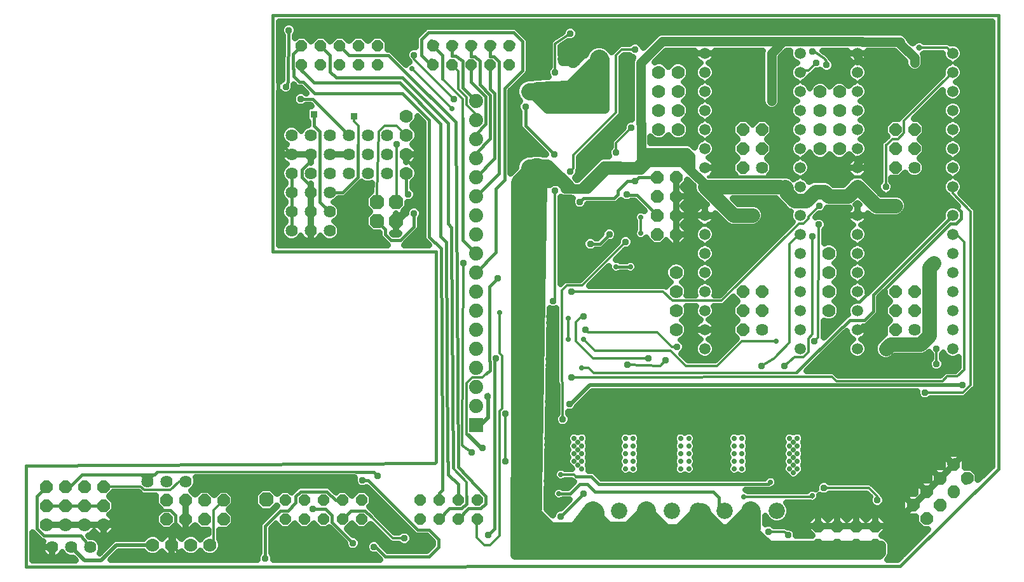
<source format=gbl>
G75*
%MOIN*%
%OFA0B0*%
%FSLAX25Y25*%
%IPPOS*%
%LPD*%
%AMOC8*
5,1,8,0,0,1.08239X$1,22.5*
%
%ADD10C,0.01600*%
%ADD11C,0.01200*%
%ADD12OC8,0.05943*%
%ADD13R,0.07400X0.07400*%
%ADD14C,0.07400*%
%ADD15C,0.05943*%
%ADD16C,0.07000*%
%ADD17C,0.06400*%
%ADD18OC8,0.06400*%
%ADD19C,0.08600*%
%ADD20OC8,0.06600*%
%ADD21C,0.01189*%
%ADD22C,0.09055*%
%ADD23OC8,0.07600*%
%ADD24C,0.01320*%
%ADD25C,0.03762*%
%ADD26C,0.02778*%
%ADD27C,0.02000*%
%ADD28C,0.03200*%
%ADD29C,0.05000*%
%ADD30C,0.04000*%
%ADD31C,0.10000*%
%ADD32C,0.07500*%
%ADD33C,0.03172*%
%ADD34R,0.03762X0.03762*%
D10*
X0002800Y0040700D02*
X0461300Y0041000D01*
X0464300Y0044000D01*
X0512800Y0092000D01*
X0512800Y0330000D01*
X0218800Y0330000D01*
X0218700Y0330000D02*
X0132300Y0330000D01*
X0132300Y0206000D01*
X0217900Y0206000D01*
X0217900Y0095600D01*
X0217200Y0094800D02*
X0002800Y0093500D01*
X0002800Y0040700D01*
X0012300Y0056963D02*
X0011613Y0057650D01*
X0011479Y0057650D01*
X0008550Y0060579D01*
X0008550Y0077650D01*
X0013600Y0082700D01*
X0023600Y0082700D02*
X0025973Y0082700D01*
X0032273Y0089000D01*
X0070300Y0089000D01*
X0071457Y0090157D01*
X0074412Y0070300D02*
X0074112Y0070000D01*
X0073300Y0070000D01*
X0074412Y0070300D02*
X0078388Y0070300D01*
X0081200Y0067488D01*
X0081200Y0063512D01*
X0080492Y0062804D01*
X0080492Y0053192D01*
X0079300Y0052000D01*
X0085291Y0046009D01*
X0094406Y0046000D01*
X0121300Y0046000D01*
X0128300Y0045000D02*
X0128300Y0062000D01*
X0136300Y0070000D01*
X0136851Y0070000D01*
X0136948Y0070097D01*
X0140300Y0070097D01*
X0144328Y0074125D01*
X0144328Y0077477D01*
X0146948Y0080097D01*
X0160652Y0080097D01*
X0165124Y0075625D01*
X0168800Y0075625D01*
X0173272Y0070097D02*
X0180652Y0070097D01*
X0183749Y0067000D01*
X0173272Y0070097D02*
X0168800Y0065625D01*
X0163272Y0064028D02*
X0163272Y0067477D01*
X0159749Y0071000D01*
X0153300Y0071000D01*
X0163272Y0064028D02*
X0174300Y0053000D01*
X0185300Y0051000D02*
X0186300Y0051000D01*
X0191300Y0046000D01*
X0214300Y0046000D01*
X0219300Y0051000D01*
X0219300Y0055000D01*
X0214300Y0060000D01*
X0208300Y0060000D01*
X0182933Y0085367D01*
X0182300Y0086000D02*
X0179300Y0086000D01*
X0185300Y0090400D02*
X0187300Y0088400D01*
X0185300Y0090400D02*
X0175900Y0090400D01*
X0219425Y0079125D02*
X0219425Y0075625D01*
X0219425Y0079125D02*
X0221300Y0081000D01*
X0221300Y0104965D01*
X0221266Y0105000D01*
X0220511Y0207549D01*
X0214300Y0213761D01*
X0214300Y0275000D01*
X0200300Y0289000D01*
X0154300Y0289000D01*
X0148327Y0294973D01*
X0146106Y0294973D01*
X0143055Y0298024D01*
X0143055Y0301768D01*
X0142815Y0302008D01*
X0142815Y0309515D01*
X0147274Y0313974D01*
X0147291Y0313974D01*
X0157291Y0313991D02*
X0157309Y0313991D01*
X0162300Y0309000D01*
X0162300Y0300438D01*
X0165438Y0297300D01*
X0200253Y0297300D01*
X0224100Y0273453D01*
X0224100Y0220494D01*
X0225900Y0218694D01*
X0225900Y0211400D01*
X0226900Y0092621D01*
X0229400Y0092974D02*
X0243896Y0077477D01*
X0243896Y0073773D01*
X0241277Y0071154D01*
X0234953Y0071154D01*
X0229425Y0065625D01*
X0231277Y0071154D02*
X0224953Y0071154D01*
X0219425Y0065625D01*
X0231277Y0071154D02*
X0233896Y0073773D01*
X0233896Y0077477D01*
X0229425Y0075625D02*
X0229425Y0083875D01*
X0224300Y0089000D01*
X0224300Y0095482D01*
X0223785Y0095997D01*
X0223200Y0210630D01*
X0223200Y0211110D01*
X0220300Y0214010D01*
X0220300Y0273000D01*
X0198731Y0294569D01*
X0154014Y0294569D01*
X0148129Y0300454D01*
X0147764Y0300454D01*
X0147763Y0300456D01*
X0147309Y0300908D01*
X0147309Y0303974D01*
X0135300Y0299600D02*
X0135300Y0282000D01*
X0146900Y0286000D02*
X0153100Y0286000D01*
X0172100Y0267000D01*
X0176800Y0261837D02*
X0176800Y0245053D01*
X0168747Y0237000D01*
X0162100Y0237000D01*
X0156800Y0232100D02*
X0156800Y0268947D01*
X0153900Y0271847D01*
X0153900Y0278000D01*
X0139100Y0292400D02*
X0140300Y0295000D01*
X0140700Y0322000D01*
X0167291Y0314009D02*
X0167291Y0314009D01*
X0172300Y0309000D01*
X0192812Y0309000D01*
X0200875Y0300938D01*
X0228200Y0273805D01*
X0229400Y0092974D01*
X0241279Y0103000D02*
X0233883Y0110396D01*
X0238800Y0115000D02*
X0239800Y0115000D01*
X0245300Y0119000D02*
X0245300Y0130000D01*
X0245300Y0131000D01*
X0245300Y0130000D02*
X0244800Y0129500D01*
X0244300Y0142000D02*
X0246086Y0143786D01*
X0246086Y0148433D01*
X0245919Y0148599D01*
X0245919Y0187619D01*
X0250300Y0192000D01*
X0238800Y0195000D02*
X0249300Y0205500D01*
X0249300Y0239040D01*
X0253780Y0243520D01*
X0253780Y0291480D01*
X0263300Y0301000D01*
X0263300Y0316258D01*
X0258558Y0321000D01*
X0214009Y0321000D01*
X0210300Y0317291D01*
X0210300Y0309000D01*
X0215221Y0304079D01*
X0216274Y0304079D01*
X0221352Y0309052D02*
X0221352Y0296791D01*
X0231755Y0292045D02*
X0231755Y0305855D01*
X0228150Y0308488D01*
X0226326Y0308498D01*
X0226326Y0314026D01*
X0236326Y0313974D02*
X0236326Y0308445D01*
X0238149Y0308436D01*
X0240755Y0305803D01*
X0240755Y0293652D01*
X0246300Y0288107D01*
X0246300Y0265146D01*
X0238800Y0257646D01*
X0238800Y0255000D01*
X0248600Y0254800D02*
X0248600Y0289059D01*
X0246274Y0291386D01*
X0246274Y0303922D01*
X0246326Y0308393D02*
X0246326Y0313921D01*
X0246326Y0308393D02*
X0248149Y0308383D01*
X0250755Y0305750D01*
X0250736Y0302046D01*
X0250900Y0301881D01*
X0250900Y0247100D01*
X0238800Y0235000D01*
X0238800Y0245000D02*
X0248600Y0254800D01*
X0238800Y0265000D02*
X0238800Y0267646D01*
X0244000Y0272846D01*
X0244000Y0287154D01*
X0236274Y0294880D01*
X0236274Y0303974D01*
X0221352Y0309052D02*
X0216326Y0314078D01*
X0231755Y0292045D02*
X0238800Y0285000D01*
X0231900Y0276110D02*
X0231900Y0211900D01*
X0238800Y0205000D01*
X0206300Y0219000D02*
X0206300Y0226000D01*
X0201800Y0225500D02*
X0201100Y0226200D01*
X0199324Y0226200D01*
X0196900Y0223776D01*
X0196900Y0222000D01*
X0197121Y0222221D02*
X0197977Y0221365D01*
X0201800Y0225188D01*
X0201800Y0225500D01*
X0201100Y0226200D02*
X0197121Y0222221D01*
X0191300Y0217600D02*
X0191300Y0214944D01*
X0194244Y0212000D01*
X0199300Y0212000D01*
X0206300Y0219000D01*
X0201100Y0226200D02*
X0207300Y0232400D01*
X0207300Y0249171D01*
X0202300Y0254171D01*
X0202300Y0257100D01*
X0202300Y0247100D02*
X0202300Y0237000D01*
X0203300Y0236000D01*
X0186900Y0222000D02*
X0191300Y0217600D01*
X0162100Y0226800D02*
X0156800Y0232100D01*
X0152100Y0240353D02*
X0147400Y0245053D01*
X0147400Y0248947D01*
X0152100Y0253647D01*
X0152100Y0257000D01*
X0142100Y0257000D02*
X0134900Y0264200D01*
X0134900Y0300000D01*
X0135300Y0299600D01*
X0142100Y0247000D02*
X0142100Y0237000D01*
X0142100Y0226800D01*
X0142100Y0216800D01*
X0248548Y0149248D02*
X0249300Y0150000D01*
X0248548Y0149248D02*
X0248548Y0060508D01*
X0245100Y0057400D01*
X0270300Y0070000D02*
X0277300Y0063000D01*
X0275300Y0063000D01*
X0272300Y0066000D01*
X0270300Y0072000D02*
X0279300Y0063000D01*
X0279300Y0059000D01*
X0283300Y0067000D02*
X0295300Y0079000D01*
X0293300Y0084000D02*
X0288300Y0079000D01*
X0282300Y0079000D01*
X0293300Y0084000D02*
X0297300Y0084000D01*
X0301300Y0080000D01*
X0363300Y0080000D01*
X0366300Y0077000D01*
X0366300Y0072787D01*
X0369087Y0070000D01*
X0392300Y0084000D02*
X0393300Y0085000D01*
X0392300Y0084000D02*
X0303300Y0084000D01*
X0299300Y0088000D01*
X0291300Y0088000D01*
X0270300Y0072000D02*
X0270300Y0070000D01*
X0242300Y0103000D02*
X0241279Y0103000D01*
X0306300Y0122000D02*
X0306300Y0123000D01*
X0308300Y0125000D01*
X0406981Y0142463D02*
X0430899Y0166381D01*
X0431130Y0166381D01*
X0434749Y0170000D01*
X0442555Y0170000D01*
X0447050Y0174495D01*
X0447050Y0183250D01*
X0488800Y0225000D01*
X0484328Y0223781D02*
X0440019Y0179472D01*
X0436948Y0179472D01*
X0432476Y0175000D01*
X0428800Y0175000D01*
X0428800Y0210000D01*
X0446225Y0210000D01*
X0464050Y0227825D01*
X0464050Y0232175D01*
X0460975Y0235250D01*
X0450975Y0235250D01*
X0440975Y0245250D01*
X0360479Y0245250D01*
X0333800Y0245000D02*
X0324300Y0245000D01*
X0322300Y0243000D01*
X0318300Y0243000D01*
X0313300Y0238000D01*
X0313300Y0236000D01*
X0311300Y0234000D01*
X0295300Y0234000D01*
X0293300Y0232000D01*
X0308800Y0215000D02*
X0303800Y0210000D01*
X0298800Y0210000D01*
X0312300Y0198000D02*
X0319837Y0198000D01*
X0320300Y0198000D01*
X0352300Y0199000D02*
X0352300Y0189000D01*
X0353300Y0190000D01*
X0365300Y0190000D01*
X0353300Y0200000D02*
X0352300Y0199000D01*
X0353300Y0200000D02*
X0364300Y0200000D01*
X0364300Y0209000D01*
X0365300Y0210000D01*
X0353300Y0210000D01*
X0353300Y0218000D01*
X0355300Y0220000D01*
X0363300Y0220000D01*
X0363300Y0223000D01*
X0364300Y0224000D01*
X0359800Y0224000D01*
X0358800Y0225000D01*
X0333800Y0225000D02*
X0323199Y0235601D01*
X0318199Y0235601D01*
X0317800Y0236000D01*
X0279800Y0257000D02*
X0264800Y0272000D01*
X0264800Y0282000D01*
X0438800Y0165000D02*
X0441500Y0167700D01*
X0443507Y0167700D01*
X0449350Y0173543D01*
X0449350Y0182297D01*
X0487581Y0220528D01*
X0490652Y0220528D01*
X0493272Y0223148D01*
X0493272Y0226852D01*
X0490652Y0229472D01*
X0486948Y0229472D01*
X0484328Y0226852D01*
X0484328Y0223781D01*
X0479740Y0244650D02*
X0484328Y0249238D01*
X0484328Y0251852D01*
X0487476Y0255000D01*
X0485300Y0255000D01*
X0483300Y0257000D01*
X0483300Y0265000D01*
X0497300Y0265000D01*
X0494300Y0268000D01*
X0494300Y0275000D01*
X0482300Y0275000D01*
X0482300Y0285000D01*
X0482828Y0285528D01*
X0490652Y0285528D01*
X0491124Y0286000D01*
X0495300Y0286000D01*
X0493772Y0284472D01*
X0486948Y0284472D01*
X0486476Y0284000D01*
X0485300Y0284000D01*
X0487476Y0255000D02*
X0505300Y0255000D01*
X0043600Y0072700D02*
X0033600Y0072700D01*
X0023600Y0072700D01*
X0013600Y0072700D01*
X0013550Y0062650D02*
X0023550Y0062650D01*
X0033550Y0062650D01*
X0043550Y0062650D01*
X0031700Y0056800D02*
X0036700Y0050800D01*
X0031700Y0056800D02*
X0012300Y0056963D01*
D11*
X0043550Y0062650D02*
X0044950Y0062650D01*
X0052300Y0070000D01*
X0073300Y0070000D01*
X0078564Y0080900D02*
X0064836Y0080900D01*
X0063036Y0082700D01*
X0043600Y0082700D01*
X0032273Y0089000D02*
X0063100Y0089000D01*
X0066700Y0085400D01*
X0071457Y0090157D01*
X0071700Y0090400D01*
X0175900Y0090400D01*
X0182300Y0086000D02*
X0182933Y0085367D01*
X0183749Y0067000D02*
X0195149Y0055600D01*
X0201300Y0055600D01*
X0239300Y0056000D02*
X0239300Y0065500D01*
X0239425Y0065625D01*
X0251119Y0056819D02*
X0251119Y0122318D01*
X0252481Y0123680D01*
X0252481Y0151318D01*
X0251300Y0152499D01*
X0251300Y0174000D01*
X0279300Y0180000D02*
X0280300Y0181000D01*
X0280300Y0238000D01*
X0291800Y0244000D02*
X0291800Y0254000D01*
X0295800Y0258000D01*
X0289900Y0256599D02*
X0289900Y0249600D01*
X0288300Y0248000D01*
X0289900Y0256599D02*
X0312300Y0278999D01*
X0312300Y0309000D01*
X0315300Y0312000D01*
X0322300Y0312000D01*
X0288300Y0320400D02*
X0280300Y0315000D01*
X0280300Y0300000D01*
X0238800Y0277929D02*
X0238800Y0275000D01*
X0238800Y0277929D02*
X0233800Y0282929D01*
X0233800Y0287030D01*
X0229655Y0291175D01*
X0229655Y0300645D01*
X0226274Y0304026D01*
X0221352Y0296791D02*
X0221352Y0296548D01*
X0231900Y0286000D01*
X0231900Y0276110D01*
X0226300Y0281000D02*
X0205300Y0302000D01*
X0206300Y0307000D02*
X0206300Y0309000D01*
X0206300Y0307000D02*
X0227300Y0286000D01*
X0202300Y0267100D02*
X0202200Y0267100D01*
X0197300Y0272000D01*
X0190936Y0272000D01*
X0187800Y0268864D01*
X0186800Y0236900D01*
X0186900Y0232000D01*
X0196900Y0232000D02*
X0197300Y0236400D01*
X0197300Y0262200D01*
X0177300Y0262337D02*
X0176800Y0261837D01*
X0177300Y0262337D02*
X0177300Y0272000D01*
X0174900Y0274400D01*
X0174900Y0277000D01*
X0291800Y0220000D02*
X0296619Y0222819D01*
X0296619Y0227318D01*
X0298482Y0229181D01*
X0300981Y0229181D01*
X0300800Y0230500D01*
X0325268Y0223968D02*
X0325268Y0215550D01*
X0317300Y0211000D02*
X0294481Y0188181D01*
X0286481Y0188181D01*
X0283800Y0185500D01*
X0283800Y0166500D01*
X0283719Y0166419D01*
X0283719Y0137895D01*
X0284300Y0137314D01*
X0284300Y0118000D01*
X0254300Y0121000D02*
X0254300Y0095800D01*
X0242300Y0103000D02*
X0235300Y0110000D01*
X0234562Y0110000D01*
X0233800Y0110762D01*
X0233800Y0137071D01*
X0236729Y0140000D01*
X0242300Y0140000D01*
X0244300Y0142000D01*
X0288800Y0140000D02*
X0425523Y0140331D01*
X0427754Y0138100D01*
X0483400Y0138100D01*
X0485790Y0140490D01*
X0491299Y0140490D01*
X0494821Y0144013D01*
X0494821Y0211000D01*
X0492010Y0213811D01*
X0492010Y0214000D01*
X0489800Y0214000D01*
X0488800Y0215000D01*
X0498300Y0227000D02*
X0498300Y0136000D01*
X0494300Y0132000D01*
X0474300Y0132000D01*
X0480300Y0147000D02*
X0480300Y0155000D01*
X0445800Y0190000D02*
X0455800Y0200000D01*
X0418700Y0220200D02*
X0418300Y0161000D01*
X0416300Y0159000D01*
X0413119Y0160318D02*
X0413119Y0153278D01*
X0410569Y0150728D01*
X0406028Y0150728D01*
X0400500Y0145800D01*
X0404889Y0142181D02*
X0406704Y0142185D01*
X0406981Y0142463D01*
X0404889Y0142181D02*
X0300581Y0142181D01*
X0297762Y0145000D01*
X0294300Y0145000D01*
X0300300Y0150000D02*
X0329300Y0150000D01*
X0335700Y0145800D02*
X0338300Y0149000D01*
X0335700Y0145800D02*
X0318300Y0146600D01*
X0301200Y0154100D02*
X0340753Y0154100D01*
X0348853Y0146000D01*
X0365300Y0146000D01*
X0378300Y0159000D01*
X0396300Y0159000D01*
X0403300Y0158200D02*
X0395100Y0150000D01*
X0388700Y0145800D01*
X0403300Y0158200D02*
X0403300Y0210000D01*
X0408300Y0215000D01*
X0408800Y0215000D01*
X0415300Y0214000D02*
X0415300Y0162499D01*
X0413119Y0160318D01*
X0367636Y0180200D02*
X0408164Y0220728D01*
X0410569Y0220728D01*
X0413072Y0223231D01*
X0413072Y0224272D01*
X0418800Y0230000D01*
X0453800Y0240000D02*
X0453800Y0262000D01*
X0454300Y0262000D01*
X0457300Y0265000D01*
X0460164Y0265000D01*
X0463300Y0268136D01*
X0463300Y0274500D01*
X0488800Y0300000D01*
X0488800Y0310000D02*
X0485800Y0313000D01*
X0471300Y0313000D01*
X0422481Y0305819D02*
X0421481Y0307318D01*
X0415300Y0311499D01*
X0415300Y0311000D01*
X0417300Y0305000D02*
X0413300Y0301000D01*
X0409800Y0301000D01*
X0408800Y0300000D01*
X0422700Y0303800D02*
X0422481Y0305819D01*
X0488800Y0240000D02*
X0488800Y0236500D01*
X0498300Y0227000D01*
X0367636Y0180200D02*
X0341812Y0180200D01*
X0337012Y0185000D01*
X0288800Y0185000D01*
X0285619Y0191819D02*
X0284800Y0192000D01*
X0285619Y0191819D02*
X0285619Y0196318D01*
X0291800Y0202499D01*
X0291800Y0210000D01*
X0325268Y0223968D02*
X0325300Y0224000D01*
X0312300Y0258000D02*
X0312300Y0263000D01*
X0320300Y0271000D01*
X0232300Y0200000D02*
X0231700Y0104200D01*
X0236700Y0100600D01*
X0227275Y0092247D02*
X0226900Y0092621D01*
X0227275Y0092247D02*
X0227272Y0092174D01*
X0227306Y0092139D01*
X0227306Y0092090D01*
X0233896Y0085045D01*
X0233896Y0077477D01*
X0217300Y0095000D02*
X0218300Y0096000D01*
X0262300Y0064000D02*
X0266300Y0064000D01*
X0251119Y0056819D02*
X0246300Y0052000D01*
X0243300Y0052000D01*
X0239300Y0056000D01*
X0283300Y0089000D02*
X0290300Y0089000D01*
X0291300Y0088000D01*
X0379300Y0077250D02*
X0415050Y0077250D01*
X0415300Y0077000D01*
X0415300Y0078000D01*
X0421300Y0082000D02*
X0444799Y0082000D01*
X0449300Y0077499D01*
X0449300Y0075600D01*
X0402500Y0057200D02*
X0400700Y0059000D01*
X0392300Y0059000D01*
X0300300Y0150000D02*
X0291300Y0159000D01*
X0291300Y0169000D01*
X0294300Y0172000D01*
X0295300Y0172000D01*
X0287300Y0171000D02*
X0287300Y0160000D01*
X0295300Y0160000D02*
X0301200Y0154100D01*
X0297560Y0163740D02*
X0333800Y0163740D01*
X0341540Y0156000D01*
X0344300Y0156000D01*
X0297560Y0163740D02*
X0296300Y0165000D01*
X0106400Y0075500D02*
X0101300Y0070400D01*
X0101300Y0053000D01*
X0100300Y0052000D01*
X0099300Y0052000D01*
X0078564Y0080900D02*
X0083064Y0085400D01*
X0086700Y0085400D01*
D12*
X0138800Y0075625D03*
X0148800Y0075625D03*
X0158800Y0075625D03*
X0168800Y0075625D03*
X0178800Y0075625D03*
X0178800Y0065625D03*
X0168800Y0065625D03*
X0158800Y0065625D03*
X0148800Y0065625D03*
X0138800Y0065625D03*
X0209425Y0065625D03*
X0219425Y0065625D03*
X0229425Y0065625D03*
X0239425Y0065625D03*
X0239425Y0075625D03*
X0229425Y0075625D03*
X0219425Y0075625D03*
X0209425Y0075625D03*
D13*
X0238800Y0115000D03*
D14*
X0238800Y0125000D03*
X0238800Y0135000D03*
X0238800Y0145000D03*
X0238800Y0155000D03*
X0238800Y0165000D03*
X0238800Y0175000D03*
X0238800Y0185000D03*
X0238800Y0195000D03*
X0238800Y0205000D03*
X0238800Y0215000D03*
X0238800Y0225000D03*
X0238800Y0235000D03*
X0238800Y0245000D03*
X0238800Y0255000D03*
X0238800Y0265000D03*
X0238800Y0275000D03*
X0238800Y0285000D03*
D15*
X0358800Y0280000D03*
X0358800Y0270000D03*
X0358800Y0260000D03*
X0358800Y0250000D03*
X0358800Y0240000D03*
X0358800Y0225000D03*
X0358800Y0215000D03*
X0358800Y0205000D03*
X0358800Y0195000D03*
X0358800Y0185000D03*
X0358800Y0175000D03*
X0358800Y0165000D03*
X0358800Y0155000D03*
X0408800Y0155000D03*
X0408800Y0165000D03*
X0408800Y0175000D03*
X0408800Y0185000D03*
X0408800Y0195000D03*
X0408800Y0205000D03*
X0408800Y0215000D03*
X0408800Y0225000D03*
X0408800Y0240000D03*
X0408800Y0250000D03*
X0408800Y0260000D03*
X0408800Y0270000D03*
X0408800Y0280000D03*
X0408800Y0290000D03*
X0408800Y0300000D03*
X0408800Y0310000D03*
X0438800Y0310000D03*
X0438800Y0300000D03*
X0438800Y0290000D03*
X0438800Y0280000D03*
X0438800Y0270000D03*
X0438800Y0260000D03*
X0438800Y0250000D03*
X0438800Y0240000D03*
X0438800Y0225000D03*
X0438800Y0215000D03*
X0438800Y0205000D03*
X0438800Y0195000D03*
X0438800Y0185000D03*
X0438800Y0175000D03*
X0438800Y0165000D03*
X0438800Y0155000D03*
X0488800Y0155000D03*
X0488800Y0165000D03*
X0488800Y0175000D03*
X0488800Y0185000D03*
X0488800Y0195000D03*
X0488800Y0205000D03*
X0488800Y0215000D03*
X0488800Y0225000D03*
X0488800Y0240000D03*
X0488800Y0250000D03*
X0488800Y0260000D03*
X0488800Y0270000D03*
X0488800Y0280000D03*
X0488800Y0290000D03*
X0488800Y0300000D03*
X0488800Y0310000D03*
X0358800Y0310000D03*
X0358800Y0300000D03*
X0358800Y0290000D03*
D16*
X0344800Y0290000D03*
X0334700Y0290000D03*
X0334700Y0280000D03*
X0344800Y0280000D03*
X0344800Y0270000D03*
X0334700Y0270000D03*
X0334700Y0300000D03*
X0344800Y0300000D03*
X0419300Y0289800D03*
X0429400Y0289800D03*
X0429400Y0279800D03*
X0419300Y0279800D03*
X0419300Y0269800D03*
X0429400Y0269800D03*
X0429400Y0259800D03*
X0419300Y0259800D03*
X0423800Y0205000D03*
X0423800Y0195000D03*
X0423800Y0185000D03*
X0423800Y0175000D03*
X0343800Y0175000D03*
X0343800Y0165000D03*
X0343800Y0185000D03*
X0343800Y0195000D03*
X0202300Y0247100D03*
X0202300Y0257100D03*
X0202300Y0267100D03*
X0202300Y0277100D03*
X0043550Y0062650D03*
X0033550Y0062650D03*
X0023550Y0062650D03*
X0013550Y0062650D03*
X0069300Y0052000D03*
X0079300Y0052000D03*
X0089300Y0052000D03*
X0099300Y0052000D03*
D17*
X0086700Y0085400D03*
X0076700Y0085400D03*
X0066700Y0085400D03*
X0036700Y0050800D03*
X0026700Y0050800D03*
X0016700Y0050800D03*
X0142100Y0216800D03*
X0152100Y0216800D03*
X0162100Y0216800D03*
X0162100Y0226800D03*
X0152100Y0226800D03*
X0142100Y0226800D03*
X0142100Y0237000D03*
X0152100Y0237000D03*
X0162100Y0237000D03*
X0162100Y0247000D03*
X0152100Y0247000D03*
X0142100Y0247000D03*
X0142100Y0257000D03*
X0152100Y0257000D03*
X0162100Y0257000D03*
X0172100Y0257000D03*
X0182100Y0257000D03*
X0192300Y0257000D03*
X0192300Y0247000D03*
X0182100Y0247000D03*
X0172100Y0247000D03*
X0172100Y0267000D03*
X0182100Y0267000D03*
X0192300Y0267000D03*
X0162100Y0267000D03*
X0152100Y0267000D03*
X0142100Y0267000D03*
X0388800Y0250000D03*
X0468800Y0250000D03*
X0468800Y0165000D03*
X0388800Y0165000D03*
D18*
X0378800Y0165000D03*
X0378800Y0175000D03*
X0388800Y0175000D03*
X0388800Y0185000D03*
X0378800Y0185000D03*
X0458800Y0185000D03*
X0468800Y0185000D03*
X0468800Y0175000D03*
X0458800Y0175000D03*
X0458800Y0165000D03*
X0458800Y0250000D03*
X0458800Y0260000D03*
X0468800Y0260000D03*
X0468800Y0270000D03*
X0458800Y0270000D03*
X0388800Y0270000D03*
X0378800Y0270000D03*
X0378800Y0260000D03*
X0388800Y0260000D03*
X0378800Y0250000D03*
D19*
X0303493Y0307000D03*
X0289713Y0307000D03*
X0300107Y0070000D03*
X0313887Y0070000D03*
X0327707Y0070000D03*
X0341487Y0070000D03*
X0355307Y0070000D03*
X0369087Y0070000D03*
X0382907Y0070000D03*
X0396687Y0070000D03*
D20*
X0418300Y0062000D03*
X0428300Y0062000D03*
X0438300Y0062000D03*
X0448300Y0062000D03*
X0448300Y0052000D03*
X0438300Y0052000D03*
X0428300Y0052000D03*
X0418300Y0052000D03*
X0343800Y0215000D03*
X0333800Y0215000D03*
X0333800Y0225000D03*
X0343800Y0225000D03*
X0343800Y0235000D03*
X0333800Y0235000D03*
X0333800Y0245000D03*
X0343800Y0245000D03*
X0106400Y0075500D03*
X0096400Y0075500D03*
X0086400Y0075500D03*
X0076400Y0075500D03*
X0076400Y0065500D03*
X0086400Y0065500D03*
X0096400Y0065500D03*
X0106400Y0065500D03*
X0043600Y0072700D03*
X0033600Y0072700D03*
X0023600Y0072700D03*
X0013600Y0072700D03*
X0013600Y0082700D03*
X0023600Y0082700D03*
X0033600Y0082700D03*
X0043600Y0082700D03*
D21*
X0149092Y0303590D02*
X0149687Y0302995D01*
X0148297Y0301599D01*
X0146330Y0301596D01*
X0144934Y0302986D01*
X0144931Y0304953D01*
X0146321Y0306349D01*
X0148288Y0306352D01*
X0149684Y0304962D01*
X0149687Y0302995D01*
X0148796Y0303362D01*
X0147926Y0302490D01*
X0146697Y0302487D01*
X0145825Y0303357D01*
X0145822Y0304586D01*
X0146692Y0305458D01*
X0147921Y0305461D01*
X0148793Y0304591D01*
X0148796Y0303362D01*
X0147903Y0303730D01*
X0147556Y0303381D01*
X0147065Y0303380D01*
X0146716Y0303727D01*
X0146715Y0304218D01*
X0147062Y0304567D01*
X0147553Y0304568D01*
X0147902Y0304221D01*
X0147903Y0303730D01*
X0159092Y0303607D02*
X0159687Y0303012D01*
X0158297Y0301616D01*
X0156330Y0301613D01*
X0154934Y0303003D01*
X0154931Y0304970D01*
X0156321Y0306366D01*
X0158288Y0306369D01*
X0159684Y0304979D01*
X0159687Y0303012D01*
X0158796Y0303379D01*
X0157926Y0302507D01*
X0156697Y0302504D01*
X0155825Y0303374D01*
X0155822Y0304603D01*
X0156692Y0305475D01*
X0157921Y0305478D01*
X0158793Y0304608D01*
X0158796Y0303379D01*
X0157903Y0303747D01*
X0157556Y0303398D01*
X0157065Y0303397D01*
X0156716Y0303744D01*
X0156715Y0304235D01*
X0157062Y0304584D01*
X0157553Y0304585D01*
X0157902Y0304238D01*
X0157903Y0303747D01*
X0169092Y0303625D02*
X0169687Y0303030D01*
X0168297Y0301634D01*
X0166330Y0301631D01*
X0164934Y0303021D01*
X0164931Y0304988D01*
X0166321Y0306384D01*
X0168288Y0306387D01*
X0169684Y0304997D01*
X0169687Y0303030D01*
X0168796Y0303397D01*
X0167926Y0302525D01*
X0166697Y0302522D01*
X0165825Y0303392D01*
X0165822Y0304621D01*
X0166692Y0305493D01*
X0167921Y0305496D01*
X0168793Y0304626D01*
X0168796Y0303397D01*
X0167903Y0303765D01*
X0167556Y0303416D01*
X0167065Y0303415D01*
X0166716Y0303762D01*
X0166715Y0304253D01*
X0167062Y0304602D01*
X0167553Y0304603D01*
X0167902Y0304256D01*
X0167903Y0303765D01*
X0179092Y0303642D02*
X0179687Y0303047D01*
X0178297Y0301651D01*
X0176330Y0301648D01*
X0174934Y0303038D01*
X0174931Y0305005D01*
X0176321Y0306401D01*
X0178288Y0306404D01*
X0179684Y0305014D01*
X0179687Y0303047D01*
X0178796Y0303414D01*
X0177926Y0302542D01*
X0176697Y0302539D01*
X0175825Y0303409D01*
X0175822Y0304638D01*
X0176692Y0305510D01*
X0177921Y0305513D01*
X0178793Y0304643D01*
X0178796Y0303414D01*
X0177903Y0303782D01*
X0177556Y0303433D01*
X0177065Y0303432D01*
X0176716Y0303779D01*
X0176715Y0304270D01*
X0177062Y0304619D01*
X0177553Y0304620D01*
X0177902Y0304273D01*
X0177903Y0303782D01*
X0189092Y0303660D02*
X0189687Y0303065D01*
X0188297Y0301669D01*
X0186330Y0301666D01*
X0184934Y0303056D01*
X0184931Y0305023D01*
X0186321Y0306419D01*
X0188288Y0306422D01*
X0189684Y0305032D01*
X0189687Y0303065D01*
X0188796Y0303432D01*
X0187926Y0302560D01*
X0186697Y0302557D01*
X0185825Y0303427D01*
X0185822Y0304656D01*
X0186692Y0305528D01*
X0187921Y0305531D01*
X0188793Y0304661D01*
X0188796Y0303432D01*
X0187903Y0303800D01*
X0187556Y0303451D01*
X0187065Y0303450D01*
X0186716Y0303797D01*
X0186715Y0304288D01*
X0187062Y0304637D01*
X0187553Y0304638D01*
X0187902Y0304291D01*
X0187903Y0303800D01*
X0189074Y0313660D02*
X0189669Y0313065D01*
X0188279Y0311669D01*
X0186312Y0311666D01*
X0184916Y0313056D01*
X0184913Y0315023D01*
X0186303Y0316419D01*
X0188270Y0316422D01*
X0189666Y0315032D01*
X0189669Y0313065D01*
X0188778Y0313432D01*
X0187908Y0312560D01*
X0186679Y0312557D01*
X0185807Y0313427D01*
X0185804Y0314656D01*
X0186674Y0315528D01*
X0187903Y0315531D01*
X0188775Y0314661D01*
X0188778Y0313432D01*
X0187885Y0313800D01*
X0187538Y0313451D01*
X0187047Y0313450D01*
X0186698Y0313797D01*
X0186697Y0314288D01*
X0187044Y0314637D01*
X0187535Y0314638D01*
X0187884Y0314291D01*
X0187885Y0313800D01*
X0179074Y0313642D02*
X0179669Y0313047D01*
X0178279Y0311651D01*
X0176312Y0311648D01*
X0174916Y0313038D01*
X0174913Y0315005D01*
X0176303Y0316401D01*
X0178270Y0316404D01*
X0179666Y0315014D01*
X0179669Y0313047D01*
X0178778Y0313414D01*
X0177908Y0312542D01*
X0176679Y0312539D01*
X0175807Y0313409D01*
X0175804Y0314638D01*
X0176674Y0315510D01*
X0177903Y0315513D01*
X0178775Y0314643D01*
X0178778Y0313414D01*
X0177885Y0313782D01*
X0177538Y0313433D01*
X0177047Y0313432D01*
X0176698Y0313779D01*
X0176697Y0314270D01*
X0177044Y0314619D01*
X0177535Y0314620D01*
X0177884Y0314273D01*
X0177885Y0313782D01*
X0169074Y0313625D02*
X0169669Y0313030D01*
X0168279Y0311634D01*
X0166312Y0311631D01*
X0164916Y0313021D01*
X0164913Y0314988D01*
X0166303Y0316384D01*
X0168270Y0316387D01*
X0169666Y0314997D01*
X0169669Y0313030D01*
X0168778Y0313397D01*
X0167908Y0312525D01*
X0166679Y0312522D01*
X0165807Y0313392D01*
X0165804Y0314621D01*
X0166674Y0315493D01*
X0167903Y0315496D01*
X0168775Y0314626D01*
X0168778Y0313397D01*
X0167885Y0313765D01*
X0167538Y0313416D01*
X0167047Y0313415D01*
X0166698Y0313762D01*
X0166697Y0314253D01*
X0167044Y0314602D01*
X0167535Y0314603D01*
X0167884Y0314256D01*
X0167885Y0313765D01*
X0159074Y0313607D02*
X0159669Y0313012D01*
X0158279Y0311616D01*
X0156312Y0311613D01*
X0154916Y0313003D01*
X0154913Y0314970D01*
X0156303Y0316366D01*
X0158270Y0316369D01*
X0159666Y0314979D01*
X0159669Y0313012D01*
X0158778Y0313379D01*
X0157908Y0312507D01*
X0156679Y0312504D01*
X0155807Y0313374D01*
X0155804Y0314603D01*
X0156674Y0315475D01*
X0157903Y0315478D01*
X0158775Y0314608D01*
X0158778Y0313379D01*
X0157885Y0313747D01*
X0157538Y0313398D01*
X0157047Y0313397D01*
X0156698Y0313744D01*
X0156697Y0314235D01*
X0157044Y0314584D01*
X0157535Y0314585D01*
X0157884Y0314238D01*
X0157885Y0313747D01*
X0149074Y0313590D02*
X0149669Y0312995D01*
X0148279Y0311599D01*
X0146312Y0311596D01*
X0144916Y0312986D01*
X0144913Y0314953D01*
X0146303Y0316349D01*
X0148270Y0316352D01*
X0149666Y0314962D01*
X0149669Y0312995D01*
X0148778Y0313362D01*
X0147908Y0312490D01*
X0146679Y0312487D01*
X0145807Y0313357D01*
X0145804Y0314586D01*
X0146674Y0315458D01*
X0147903Y0315461D01*
X0148775Y0314591D01*
X0148778Y0313362D01*
X0147885Y0313730D01*
X0147538Y0313381D01*
X0147047Y0313380D01*
X0146698Y0313727D01*
X0146697Y0314218D01*
X0147044Y0314567D01*
X0147535Y0314568D01*
X0147884Y0314221D01*
X0147885Y0313730D01*
X0218102Y0313677D02*
X0218697Y0313082D01*
X0217297Y0311696D01*
X0215330Y0311707D01*
X0213944Y0313107D01*
X0213955Y0315074D01*
X0215355Y0316460D01*
X0217322Y0316449D01*
X0218708Y0315049D01*
X0218697Y0313082D01*
X0217808Y0313456D01*
X0216933Y0312589D01*
X0215704Y0312596D01*
X0214837Y0313471D01*
X0214844Y0314700D01*
X0215719Y0315567D01*
X0216948Y0315560D01*
X0217815Y0314685D01*
X0217808Y0313456D01*
X0216918Y0313829D01*
X0216568Y0313483D01*
X0216077Y0313486D01*
X0215731Y0313836D01*
X0215734Y0314327D01*
X0216084Y0314673D01*
X0216575Y0314670D01*
X0216921Y0314320D01*
X0216918Y0313829D01*
X0228102Y0313625D02*
X0228697Y0313030D01*
X0227297Y0311644D01*
X0225330Y0311655D01*
X0223944Y0313055D01*
X0223955Y0315022D01*
X0225355Y0316408D01*
X0227322Y0316397D01*
X0228708Y0314997D01*
X0228697Y0313030D01*
X0227808Y0313404D01*
X0226933Y0312537D01*
X0225704Y0312544D01*
X0224837Y0313419D01*
X0224844Y0314648D01*
X0225719Y0315515D01*
X0226948Y0315508D01*
X0227815Y0314633D01*
X0227808Y0313404D01*
X0226918Y0313777D01*
X0226568Y0313431D01*
X0226077Y0313434D01*
X0225731Y0313784D01*
X0225734Y0314275D01*
X0226084Y0314621D01*
X0226575Y0314618D01*
X0226921Y0314268D01*
X0226918Y0313777D01*
X0238102Y0313573D02*
X0238697Y0312978D01*
X0237297Y0311592D01*
X0235330Y0311603D01*
X0233944Y0313003D01*
X0233955Y0314970D01*
X0235355Y0316356D01*
X0237322Y0316345D01*
X0238708Y0314945D01*
X0238697Y0312978D01*
X0237808Y0313352D01*
X0236933Y0312485D01*
X0235704Y0312492D01*
X0234837Y0313367D01*
X0234844Y0314596D01*
X0235719Y0315463D01*
X0236948Y0315456D01*
X0237815Y0314581D01*
X0237808Y0313352D01*
X0236918Y0313725D01*
X0236568Y0313379D01*
X0236077Y0313382D01*
X0235731Y0313732D01*
X0235734Y0314223D01*
X0236084Y0314569D01*
X0236575Y0314566D01*
X0236921Y0314216D01*
X0236918Y0313725D01*
X0248102Y0313520D02*
X0248697Y0312925D01*
X0247297Y0311539D01*
X0245330Y0311550D01*
X0243944Y0312950D01*
X0243955Y0314917D01*
X0245355Y0316303D01*
X0247322Y0316292D01*
X0248708Y0314892D01*
X0248697Y0312925D01*
X0247808Y0313299D01*
X0246933Y0312432D01*
X0245704Y0312439D01*
X0244837Y0313314D01*
X0244844Y0314543D01*
X0245719Y0315410D01*
X0246948Y0315403D01*
X0247815Y0314528D01*
X0247808Y0313299D01*
X0246918Y0313672D01*
X0246568Y0313326D01*
X0246077Y0313329D01*
X0245731Y0313679D01*
X0245734Y0314170D01*
X0246084Y0314516D01*
X0246575Y0314513D01*
X0246921Y0314163D01*
X0246918Y0313672D01*
X0258102Y0313468D02*
X0258697Y0312873D01*
X0257297Y0311487D01*
X0255330Y0311498D01*
X0253944Y0312898D01*
X0253955Y0314865D01*
X0255355Y0316251D01*
X0257322Y0316240D01*
X0258708Y0314840D01*
X0258697Y0312873D01*
X0257808Y0313247D01*
X0256933Y0312380D01*
X0255704Y0312387D01*
X0254837Y0313262D01*
X0254844Y0314491D01*
X0255719Y0315358D01*
X0256948Y0315351D01*
X0257815Y0314476D01*
X0257808Y0313247D01*
X0256918Y0313620D01*
X0256568Y0313274D01*
X0256077Y0313277D01*
X0255731Y0313627D01*
X0255734Y0314118D01*
X0256084Y0314464D01*
X0256575Y0314461D01*
X0256921Y0314111D01*
X0256918Y0313620D01*
X0258049Y0303468D02*
X0258644Y0302873D01*
X0257244Y0301487D01*
X0255277Y0301498D01*
X0253891Y0302898D01*
X0253902Y0304865D01*
X0255302Y0306251D01*
X0257269Y0306240D01*
X0258655Y0304840D01*
X0258644Y0302873D01*
X0257755Y0303247D01*
X0256880Y0302380D01*
X0255651Y0302387D01*
X0254784Y0303262D01*
X0254791Y0304491D01*
X0255666Y0305358D01*
X0256895Y0305351D01*
X0257762Y0304476D01*
X0257755Y0303247D01*
X0256865Y0303620D01*
X0256515Y0303274D01*
X0256024Y0303277D01*
X0255678Y0303627D01*
X0255681Y0304118D01*
X0256031Y0304464D01*
X0256522Y0304461D01*
X0256868Y0304111D01*
X0256865Y0303620D01*
X0248050Y0303521D02*
X0248645Y0302926D01*
X0247245Y0301540D01*
X0245278Y0301551D01*
X0243892Y0302951D01*
X0243903Y0304918D01*
X0245303Y0306304D01*
X0247270Y0306293D01*
X0248656Y0304893D01*
X0248645Y0302926D01*
X0247756Y0303300D01*
X0246881Y0302433D01*
X0245652Y0302440D01*
X0244785Y0303315D01*
X0244792Y0304544D01*
X0245667Y0305411D01*
X0246896Y0305404D01*
X0247763Y0304529D01*
X0247756Y0303300D01*
X0246866Y0303673D01*
X0246516Y0303327D01*
X0246025Y0303330D01*
X0245679Y0303680D01*
X0245682Y0304171D01*
X0246032Y0304517D01*
X0246523Y0304514D01*
X0246869Y0304164D01*
X0246866Y0303673D01*
X0238050Y0303573D02*
X0238645Y0302978D01*
X0237245Y0301592D01*
X0235278Y0301603D01*
X0233892Y0303003D01*
X0233903Y0304970D01*
X0235303Y0306356D01*
X0237270Y0306345D01*
X0238656Y0304945D01*
X0238645Y0302978D01*
X0237756Y0303352D01*
X0236881Y0302485D01*
X0235652Y0302492D01*
X0234785Y0303367D01*
X0234792Y0304596D01*
X0235667Y0305463D01*
X0236896Y0305456D01*
X0237763Y0304581D01*
X0237756Y0303352D01*
X0236866Y0303725D01*
X0236516Y0303379D01*
X0236025Y0303382D01*
X0235679Y0303732D01*
X0235682Y0304223D01*
X0236032Y0304569D01*
X0236523Y0304566D01*
X0236869Y0304216D01*
X0236866Y0303725D01*
X0228050Y0303625D02*
X0228645Y0303030D01*
X0227245Y0301644D01*
X0225278Y0301655D01*
X0223892Y0303055D01*
X0223903Y0305022D01*
X0225303Y0306408D01*
X0227270Y0306397D01*
X0228656Y0304997D01*
X0228645Y0303030D01*
X0227756Y0303404D01*
X0226881Y0302537D01*
X0225652Y0302544D01*
X0224785Y0303419D01*
X0224792Y0304648D01*
X0225667Y0305515D01*
X0226896Y0305508D01*
X0227763Y0304633D01*
X0227756Y0303404D01*
X0226866Y0303777D01*
X0226516Y0303431D01*
X0226025Y0303434D01*
X0225679Y0303784D01*
X0225682Y0304275D01*
X0226032Y0304621D01*
X0226523Y0304618D01*
X0226869Y0304268D01*
X0226866Y0303777D01*
X0218050Y0303678D02*
X0218645Y0303083D01*
X0217245Y0301697D01*
X0215278Y0301708D01*
X0213892Y0303108D01*
X0213903Y0305075D01*
X0215303Y0306461D01*
X0217270Y0306450D01*
X0218656Y0305050D01*
X0218645Y0303083D01*
X0217756Y0303457D01*
X0216881Y0302590D01*
X0215652Y0302597D01*
X0214785Y0303472D01*
X0214792Y0304701D01*
X0215667Y0305568D01*
X0216896Y0305561D01*
X0217763Y0304686D01*
X0217756Y0303457D01*
X0216866Y0303830D01*
X0216516Y0303484D01*
X0216025Y0303487D01*
X0215679Y0303837D01*
X0215682Y0304328D01*
X0216032Y0304674D01*
X0216523Y0304671D01*
X0216869Y0304321D01*
X0216866Y0303830D01*
D22*
X0266772Y0290000D02*
X0275828Y0290000D01*
X0275828Y0250000D02*
X0266772Y0250000D01*
D23*
X0196900Y0232000D03*
X0186900Y0232000D03*
X0186900Y0222000D03*
X0196900Y0222000D03*
X0128900Y0075800D03*
D24*
X0466193Y0072466D02*
X0465533Y0071806D01*
X0465529Y0073993D01*
X0467072Y0075541D01*
X0469259Y0075545D01*
X0470807Y0074002D01*
X0470811Y0071815D01*
X0469268Y0070267D01*
X0467081Y0070263D01*
X0465533Y0071806D01*
X0466522Y0072218D01*
X0466520Y0073584D01*
X0467484Y0074552D01*
X0468850Y0074554D01*
X0469818Y0073590D01*
X0469820Y0072224D01*
X0468856Y0071256D01*
X0467490Y0071254D01*
X0466522Y0072218D01*
X0467511Y0072630D01*
X0467510Y0073176D01*
X0467896Y0073563D01*
X0468442Y0073564D01*
X0468829Y0073178D01*
X0468830Y0072632D01*
X0468444Y0072245D01*
X0467898Y0072244D01*
X0467511Y0072630D01*
X0473277Y0065408D02*
X0472617Y0064748D01*
X0472613Y0066935D01*
X0474156Y0068483D01*
X0476343Y0068487D01*
X0477891Y0066944D01*
X0477895Y0064757D01*
X0476352Y0063209D01*
X0474165Y0063205D01*
X0472617Y0064748D01*
X0473606Y0065160D01*
X0473604Y0066526D01*
X0474568Y0067494D01*
X0475934Y0067496D01*
X0476902Y0066532D01*
X0476904Y0065166D01*
X0475940Y0064198D01*
X0474574Y0064196D01*
X0473606Y0065160D01*
X0474595Y0065572D01*
X0474594Y0066118D01*
X0474980Y0066505D01*
X0475526Y0066506D01*
X0475913Y0066120D01*
X0475914Y0065574D01*
X0475528Y0065187D01*
X0474982Y0065186D01*
X0474595Y0065572D01*
X0480335Y0072491D02*
X0479675Y0071831D01*
X0479671Y0074018D01*
X0481214Y0075566D01*
X0483401Y0075570D01*
X0484949Y0074027D01*
X0484953Y0071840D01*
X0483410Y0070292D01*
X0481223Y0070288D01*
X0479675Y0071831D01*
X0480664Y0072243D01*
X0480662Y0073609D01*
X0481626Y0074577D01*
X0482992Y0074579D01*
X0483960Y0073615D01*
X0483962Y0072249D01*
X0482998Y0071281D01*
X0481632Y0071279D01*
X0480664Y0072243D01*
X0481653Y0072655D01*
X0481652Y0073201D01*
X0482038Y0073588D01*
X0482584Y0073589D01*
X0482971Y0073203D01*
X0482972Y0072657D01*
X0482586Y0072270D01*
X0482040Y0072269D01*
X0481653Y0072655D01*
X0473252Y0079550D02*
X0472592Y0078890D01*
X0472588Y0081077D01*
X0474131Y0082625D01*
X0476318Y0082629D01*
X0477866Y0081086D01*
X0477870Y0078899D01*
X0476327Y0077351D01*
X0474140Y0077347D01*
X0472592Y0078890D01*
X0473581Y0079302D01*
X0473579Y0080668D01*
X0474543Y0081636D01*
X0475909Y0081638D01*
X0476877Y0080674D01*
X0476879Y0079308D01*
X0475915Y0078340D01*
X0474549Y0078338D01*
X0473581Y0079302D01*
X0474570Y0079714D01*
X0474569Y0080260D01*
X0474955Y0080647D01*
X0475501Y0080648D01*
X0475888Y0080262D01*
X0475889Y0079716D01*
X0475503Y0079329D01*
X0474957Y0079328D01*
X0474570Y0079714D01*
X0480311Y0086633D02*
X0479651Y0085973D01*
X0479647Y0088160D01*
X0481190Y0089708D01*
X0483377Y0089712D01*
X0484925Y0088169D01*
X0484929Y0085982D01*
X0483386Y0084434D01*
X0481199Y0084430D01*
X0479651Y0085973D01*
X0480640Y0086385D01*
X0480638Y0087751D01*
X0481602Y0088719D01*
X0482968Y0088721D01*
X0483936Y0087757D01*
X0483938Y0086391D01*
X0482974Y0085423D01*
X0481608Y0085421D01*
X0480640Y0086385D01*
X0481629Y0086797D01*
X0481628Y0087343D01*
X0482014Y0087730D01*
X0482560Y0087731D01*
X0482947Y0087345D01*
X0482948Y0086799D01*
X0482562Y0086412D01*
X0482016Y0086411D01*
X0481629Y0086797D01*
X0487394Y0079574D02*
X0486734Y0078914D01*
X0486730Y0081101D01*
X0488273Y0082649D01*
X0490460Y0082653D01*
X0492008Y0081110D01*
X0492012Y0078923D01*
X0490469Y0077375D01*
X0488282Y0077371D01*
X0486734Y0078914D01*
X0487723Y0079326D01*
X0487721Y0080692D01*
X0488685Y0081660D01*
X0490051Y0081662D01*
X0491019Y0080698D01*
X0491021Y0079332D01*
X0490057Y0078364D01*
X0488691Y0078362D01*
X0487723Y0079326D01*
X0488712Y0079738D01*
X0488711Y0080284D01*
X0489097Y0080671D01*
X0489643Y0080672D01*
X0490030Y0080286D01*
X0490031Y0079740D01*
X0489645Y0079353D01*
X0489099Y0079352D01*
X0488712Y0079738D01*
X0494453Y0086658D02*
X0493793Y0085998D01*
X0493789Y0088185D01*
X0495332Y0089733D01*
X0497519Y0089737D01*
X0499067Y0088194D01*
X0499071Y0086007D01*
X0497528Y0084459D01*
X0495341Y0084455D01*
X0493793Y0085998D01*
X0494782Y0086410D01*
X0494780Y0087776D01*
X0495744Y0088744D01*
X0497110Y0088746D01*
X0498078Y0087782D01*
X0498080Y0086416D01*
X0497116Y0085448D01*
X0495750Y0085446D01*
X0494782Y0086410D01*
X0495771Y0086822D01*
X0495770Y0087368D01*
X0496156Y0087755D01*
X0496702Y0087756D01*
X0497089Y0087370D01*
X0497090Y0086824D01*
X0496704Y0086437D01*
X0496158Y0086436D01*
X0495771Y0086822D01*
X0487369Y0093716D02*
X0486709Y0093056D01*
X0486705Y0095243D01*
X0488248Y0096791D01*
X0490435Y0096795D01*
X0491983Y0095252D01*
X0491987Y0093065D01*
X0490444Y0091517D01*
X0488257Y0091513D01*
X0486709Y0093056D01*
X0487698Y0093468D01*
X0487696Y0094834D01*
X0488660Y0095802D01*
X0490026Y0095804D01*
X0490994Y0094840D01*
X0490996Y0093474D01*
X0490032Y0092506D01*
X0488666Y0092504D01*
X0487698Y0093468D01*
X0488687Y0093880D01*
X0488686Y0094426D01*
X0489072Y0094813D01*
X0489618Y0094814D01*
X0490005Y0094428D01*
X0490006Y0093882D01*
X0489620Y0093495D01*
X0489074Y0093494D01*
X0488687Y0093880D01*
D25*
X0449300Y0075600D03*
X0421300Y0082000D03*
X0402500Y0057200D03*
X0392300Y0059000D03*
X0295300Y0079000D03*
X0283300Y0067000D03*
X0266300Y0064000D03*
X0245100Y0057400D03*
X0201300Y0055600D03*
X0185300Y0051000D03*
X0174300Y0053000D03*
X0153300Y0071000D03*
X0179300Y0086000D03*
X0187300Y0088400D03*
X0236700Y0100600D03*
X0242300Y0103000D03*
X0254300Y0095800D03*
X0288300Y0112000D03*
X0284300Y0118000D03*
X0287800Y0126000D03*
X0288800Y0140000D03*
X0318300Y0146600D03*
X0329300Y0150000D03*
X0338300Y0149000D03*
X0344300Y0156000D03*
X0388700Y0145800D03*
X0400500Y0145800D03*
X0416300Y0159000D03*
X0453800Y0155000D03*
X0480300Y0155000D03*
X0480300Y0147000D03*
X0493800Y0136000D03*
X0474300Y0132000D03*
X0445800Y0190000D03*
X0455800Y0200000D03*
X0478800Y0200000D03*
X0458800Y0230000D03*
X0453800Y0240000D03*
X0448300Y0245000D03*
X0423800Y0235000D03*
X0418800Y0230000D03*
X0418700Y0220200D03*
X0415300Y0214000D03*
X0383800Y0225000D03*
X0374300Y0217000D03*
X0317300Y0211000D03*
X0308800Y0215000D03*
X0298800Y0210000D03*
X0291800Y0210000D03*
X0291800Y0220000D03*
X0293300Y0232000D03*
X0300800Y0230500D03*
X0280300Y0238000D03*
X0291800Y0244000D03*
X0288300Y0248000D03*
X0279800Y0257000D03*
X0295800Y0258000D03*
X0312300Y0258000D03*
X0320300Y0271000D03*
X0322300Y0243000D03*
X0317800Y0236000D03*
X0284800Y0192000D03*
X0288800Y0185000D03*
X0279300Y0180000D03*
X0295300Y0172000D03*
X0296300Y0165000D03*
X0249300Y0150000D03*
X0244800Y0130000D03*
X0254300Y0121000D03*
X0250300Y0192000D03*
X0232300Y0200000D03*
X0206300Y0226000D03*
X0203300Y0236000D03*
X0197300Y0262200D03*
X0227300Y0286000D03*
X0206300Y0309000D03*
X0146900Y0286000D03*
X0139100Y0292400D03*
X0140700Y0322000D03*
X0264800Y0282000D03*
X0280300Y0300000D03*
X0288300Y0320400D03*
X0322300Y0312000D03*
X0393800Y0285000D03*
X0417300Y0305000D03*
X0422700Y0303800D03*
X0415300Y0311000D03*
X0452300Y0288000D03*
X0468800Y0305000D03*
X0128300Y0045000D03*
D26*
X0063300Y0059000D03*
X0251300Y0174000D03*
X0287300Y0171000D03*
X0287300Y0160000D03*
X0295300Y0160000D03*
X0294300Y0145000D03*
X0306300Y0122000D03*
X0308680Y0119000D03*
X0311300Y0122000D03*
X0313300Y0119000D03*
X0303300Y0119000D03*
X0294300Y0108000D03*
X0292300Y0106000D03*
X0294300Y0104000D03*
X0292300Y0102000D03*
X0294300Y0100000D03*
X0292300Y0098000D03*
X0290300Y0096000D03*
X0292300Y0094000D03*
X0294300Y0096000D03*
X0294300Y0092000D03*
X0283300Y0089000D03*
X0282300Y0079000D03*
X0290300Y0100000D03*
X0290300Y0104000D03*
X0290300Y0108000D03*
X0317300Y0108000D03*
X0321300Y0108000D03*
X0321300Y0104000D03*
X0317300Y0104000D03*
X0317300Y0100000D03*
X0321300Y0100000D03*
X0321300Y0096000D03*
X0317300Y0096000D03*
X0317300Y0092000D03*
X0321300Y0092000D03*
X0346100Y0092000D03*
X0346100Y0096000D03*
X0350500Y0096000D03*
X0350500Y0092000D03*
X0350500Y0100000D03*
X0350500Y0104000D03*
X0350500Y0108000D03*
X0346100Y0108000D03*
X0346100Y0104000D03*
X0346100Y0100000D03*
X0340300Y0119000D03*
X0338300Y0122000D03*
X0335664Y0119000D03*
X0333300Y0122000D03*
X0331300Y0119000D03*
X0360300Y0120000D03*
X0362300Y0123000D03*
X0364544Y0120000D03*
X0367300Y0123000D03*
X0369300Y0120000D03*
X0374300Y0108000D03*
X0374300Y0104000D03*
X0374300Y0100000D03*
X0378300Y0100000D03*
X0378300Y0104000D03*
X0378300Y0108000D03*
X0378300Y0096000D03*
X0378300Y0092000D03*
X0374300Y0092000D03*
X0374300Y0096000D03*
X0393300Y0085000D03*
X0403300Y0092000D03*
X0405300Y0090000D03*
X0407300Y0092000D03*
X0405300Y0094000D03*
X0407300Y0096000D03*
X0405300Y0098000D03*
X0403300Y0096000D03*
X0403300Y0100000D03*
X0405300Y0102000D03*
X0407300Y0100000D03*
X0407300Y0104000D03*
X0405300Y0106000D03*
X0403300Y0104000D03*
X0403300Y0108000D03*
X0407300Y0108000D03*
X0397300Y0120000D03*
X0396100Y0122800D03*
X0393877Y0120000D03*
X0390300Y0120000D03*
X0391900Y0123000D03*
X0396300Y0159000D03*
X0319837Y0198000D03*
X0312300Y0198000D03*
X0325268Y0215550D03*
X0325300Y0224000D03*
X0263300Y0239000D03*
X0264300Y0263134D03*
X0226300Y0281000D03*
X0205300Y0302000D03*
X0271687Y0307000D03*
X0398488Y0245839D03*
X0439300Y0322000D03*
X0505300Y0157000D03*
X0415300Y0078000D03*
X0379300Y0077250D03*
D27*
X0426801Y0135800D02*
X0484353Y0135800D01*
X0484553Y0136000D01*
X0493800Y0136000D01*
X0505300Y0157000D02*
X0506300Y0158000D01*
X0426801Y0135800D02*
X0426601Y0136000D01*
X0298571Y0136000D01*
X0288571Y0126000D01*
X0287800Y0126000D01*
X0245300Y0131000D02*
X0245300Y0119000D01*
X0241300Y0115000D01*
X0238800Y0115000D01*
X0069300Y0052000D02*
X0050300Y0052000D01*
X0042300Y0044000D01*
X0033500Y0044000D01*
X0026700Y0050800D01*
X0263300Y0239000D02*
X0263300Y0242000D01*
X0262300Y0242000D01*
D28*
X0256880Y0246904D02*
X0256880Y0290196D01*
X0265056Y0298372D01*
X0265928Y0299244D01*
X0266400Y0300383D01*
X0266400Y0316875D01*
X0265928Y0318014D01*
X0261186Y0322756D01*
X0260314Y0323628D01*
X0259175Y0324100D01*
X0213393Y0324100D01*
X0212253Y0323628D01*
X0211381Y0322756D01*
X0207672Y0319047D01*
X0207200Y0317907D01*
X0207200Y0313153D01*
X0207132Y0313181D01*
X0205468Y0313181D01*
X0203932Y0312545D01*
X0202755Y0311368D01*
X0202119Y0309832D01*
X0202119Y0308168D01*
X0202755Y0306632D01*
X0203708Y0305679D01*
X0203830Y0305384D01*
X0203210Y0305127D01*
X0202173Y0304090D01*
X0202153Y0304043D01*
X0194568Y0311628D01*
X0193429Y0312100D01*
X0192566Y0312100D01*
X0192559Y0316236D01*
X0189466Y0319319D01*
X0185098Y0319311D01*
X0182287Y0316490D01*
X0179466Y0319302D01*
X0175098Y0319294D01*
X0172287Y0316473D01*
X0169466Y0319284D01*
X0165098Y0319277D01*
X0162287Y0316455D01*
X0159466Y0319267D01*
X0155098Y0319259D01*
X0152287Y0316438D01*
X0149466Y0319249D01*
X0145099Y0319242D01*
X0143739Y0317878D01*
X0143758Y0319145D01*
X0144245Y0319632D01*
X0144881Y0321168D01*
X0144881Y0322832D01*
X0144245Y0324368D01*
X0143068Y0325545D01*
X0141532Y0326181D01*
X0139868Y0326181D01*
X0138332Y0325545D01*
X0137155Y0324368D01*
X0136519Y0322832D01*
X0136519Y0321168D01*
X0137155Y0319632D01*
X0137559Y0319228D01*
X0137217Y0296145D01*
X0136732Y0295945D01*
X0135700Y0294913D01*
X0135700Y0326600D01*
X0509400Y0326600D01*
X0509400Y0093419D01*
X0502031Y0086126D01*
X0502026Y0089425D01*
X0498740Y0092700D01*
X0495249Y0092694D01*
X0495242Y0096609D01*
X0493511Y0098334D01*
X0491780Y0100059D01*
X0486892Y0100050D01*
X0485167Y0098319D01*
X0483442Y0096588D01*
X0483448Y0092973D01*
X0479833Y0092967D01*
X0478108Y0091236D01*
X0476383Y0089505D01*
X0476390Y0085890D01*
X0472775Y0085883D01*
X0471050Y0084152D01*
X0475229Y0079988D01*
X0478123Y0082892D01*
X0478298Y0083068D01*
X0479394Y0084167D01*
X0479394Y0084167D01*
X0482288Y0087071D01*
X0482288Y0087071D01*
X0486452Y0091250D01*
X0486452Y0091250D01*
X0489346Y0094154D01*
X0489346Y0094154D01*
X0485182Y0089975D01*
X0485182Y0089975D01*
X0482288Y0087071D01*
X0482288Y0087071D01*
X0482287Y0087071D01*
X0478108Y0091236D01*
X0482288Y0087071D01*
X0479394Y0084167D01*
X0478849Y0083620D01*
X0478123Y0082892D01*
X0478123Y0082892D01*
X0475229Y0079988D01*
X0475229Y0079988D01*
X0475229Y0079988D01*
X0471050Y0084152D01*
X0469325Y0082421D01*
X0469331Y0078806D01*
X0465716Y0078800D01*
X0463991Y0077069D01*
X0468170Y0072904D01*
X0464006Y0068725D01*
X0465737Y0067000D01*
X0469652Y0067007D01*
X0469658Y0063516D01*
X0472944Y0060241D01*
X0475882Y0060247D01*
X0462383Y0046886D01*
X0462374Y0046882D01*
X0461903Y0046411D01*
X0461428Y0045941D01*
X0461424Y0045932D01*
X0459891Y0044399D01*
X0454484Y0044396D01*
X0455369Y0045281D01*
X0456100Y0047045D01*
X0456100Y0052955D01*
X0455369Y0054719D01*
X0454019Y0056069D01*
X0452255Y0056800D01*
X0451444Y0056800D01*
X0454200Y0059556D01*
X0454200Y0062000D01*
X0454200Y0064444D01*
X0450744Y0067900D01*
X0448300Y0067900D01*
X0448300Y0062000D01*
X0448300Y0062000D01*
X0454200Y0062000D01*
X0448300Y0062000D01*
X0448300Y0062000D01*
X0448300Y0067900D01*
X0445856Y0067900D01*
X0443300Y0065344D01*
X0440744Y0067900D01*
X0438300Y0067900D01*
X0438300Y0062000D01*
X0438300Y0062000D01*
X0444200Y0062000D01*
X0448300Y0062000D01*
X0448300Y0062000D01*
X0438300Y0062000D01*
X0438300Y0062000D01*
X0438300Y0067900D01*
X0435856Y0067900D01*
X0433300Y0065344D01*
X0430744Y0067900D01*
X0428300Y0067900D01*
X0428300Y0062000D01*
X0428300Y0062000D01*
X0434200Y0062000D01*
X0438300Y0062000D01*
X0438300Y0062000D01*
X0428300Y0062000D01*
X0428300Y0062000D01*
X0428300Y0067900D01*
X0425856Y0067900D01*
X0423300Y0065344D01*
X0420744Y0067900D01*
X0418300Y0067900D01*
X0418300Y0062000D01*
X0418300Y0062000D01*
X0424200Y0062000D01*
X0428300Y0062000D01*
X0428300Y0062000D01*
X0418300Y0062000D01*
X0418300Y0062000D01*
X0418300Y0062000D01*
X0412400Y0062000D01*
X0412400Y0064444D01*
X0415856Y0067900D01*
X0418300Y0067900D01*
X0418300Y0062000D01*
X0412400Y0062000D01*
X0412400Y0059556D01*
X0415156Y0056800D01*
X0406681Y0056800D01*
X0406681Y0058032D01*
X0406045Y0059568D01*
X0404868Y0060745D01*
X0403332Y0061381D01*
X0402420Y0061381D01*
X0402343Y0061458D01*
X0401277Y0061900D01*
X0395313Y0061900D01*
X0394668Y0062545D01*
X0393132Y0063181D01*
X0391468Y0063181D01*
X0390600Y0062821D01*
X0390600Y0067448D01*
X0391091Y0066261D01*
X0392948Y0064405D01*
X0395374Y0063400D01*
X0397999Y0063400D01*
X0400425Y0064405D01*
X0402282Y0066261D01*
X0403287Y0068687D01*
X0403287Y0071313D01*
X0402282Y0073739D01*
X0401671Y0074350D01*
X0414120Y0074350D01*
X0414723Y0074100D01*
X0415877Y0074100D01*
X0416943Y0074541D01*
X0417192Y0074791D01*
X0417390Y0074873D01*
X0418427Y0075910D01*
X0418989Y0077266D01*
X0418989Y0078432D01*
X0420468Y0077819D01*
X0422132Y0077819D01*
X0423668Y0078455D01*
X0424313Y0079100D01*
X0443598Y0079100D01*
X0445455Y0077243D01*
X0445119Y0076432D01*
X0445119Y0074768D01*
X0445755Y0073232D01*
X0446932Y0072055D01*
X0448468Y0071419D01*
X0450132Y0071419D01*
X0451668Y0072055D01*
X0452845Y0073232D01*
X0453481Y0074768D01*
X0453481Y0076432D01*
X0452845Y0077968D01*
X0451820Y0078993D01*
X0451758Y0079141D01*
X0446441Y0084458D01*
X0445376Y0084900D01*
X0424313Y0084900D01*
X0423668Y0085545D01*
X0422132Y0086181D01*
X0420468Y0086181D01*
X0418932Y0085545D01*
X0417755Y0084368D01*
X0417119Y0082832D01*
X0417119Y0081239D01*
X0416034Y0081689D01*
X0414566Y0081689D01*
X0413210Y0081127D01*
X0412233Y0080150D01*
X0381617Y0080150D01*
X0381390Y0080377D01*
X0380127Y0080900D01*
X0392917Y0080900D01*
X0393909Y0081311D01*
X0394034Y0081311D01*
X0395390Y0081873D01*
X0396427Y0082910D01*
X0396989Y0084266D01*
X0396989Y0085734D01*
X0396427Y0087090D01*
X0395390Y0088127D01*
X0394034Y0088689D01*
X0392566Y0088689D01*
X0391210Y0088127D01*
X0390183Y0087100D01*
X0304584Y0087100D01*
X0301056Y0090628D01*
X0299917Y0091100D01*
X0297920Y0091100D01*
X0297989Y0091266D01*
X0297989Y0092734D01*
X0297464Y0094000D01*
X0297989Y0095266D01*
X0297989Y0096734D01*
X0297464Y0098000D01*
X0297989Y0099266D01*
X0297989Y0100734D01*
X0297464Y0102000D01*
X0297989Y0103266D01*
X0297989Y0104734D01*
X0297464Y0106000D01*
X0297989Y0107266D01*
X0297989Y0108734D01*
X0297427Y0110090D01*
X0296390Y0111127D01*
X0295034Y0111689D01*
X0293566Y0111689D01*
X0292300Y0111164D01*
X0291034Y0111689D01*
X0289566Y0111689D01*
X0288210Y0111127D01*
X0287173Y0110090D01*
X0286611Y0108734D01*
X0286611Y0107266D01*
X0287136Y0106000D01*
X0286611Y0104734D01*
X0286611Y0103266D01*
X0287136Y0102000D01*
X0286611Y0100734D01*
X0286611Y0099266D01*
X0287136Y0098000D01*
X0286611Y0096734D01*
X0286611Y0095266D01*
X0287173Y0093910D01*
X0288210Y0092873D01*
X0288891Y0092591D01*
X0289173Y0091910D01*
X0289183Y0091900D01*
X0285617Y0091900D01*
X0285390Y0092127D01*
X0284034Y0092689D01*
X0282566Y0092689D01*
X0281210Y0092127D01*
X0280173Y0091090D01*
X0279611Y0089734D01*
X0279611Y0088266D01*
X0280173Y0086910D01*
X0281210Y0085873D01*
X0282566Y0085311D01*
X0284034Y0085311D01*
X0285390Y0085873D01*
X0285617Y0086100D01*
X0288816Y0086100D01*
X0289544Y0085372D01*
X0290070Y0085154D01*
X0287016Y0082100D01*
X0284417Y0082100D01*
X0284390Y0082127D01*
X0283034Y0082689D01*
X0281566Y0082689D01*
X0280210Y0082127D01*
X0279173Y0081090D01*
X0278611Y0079734D01*
X0278611Y0078266D01*
X0279173Y0076910D01*
X0280210Y0075873D01*
X0281566Y0075311D01*
X0283034Y0075311D01*
X0284390Y0075873D01*
X0284417Y0075900D01*
X0287816Y0075900D01*
X0283097Y0071181D01*
X0282468Y0071181D01*
X0280932Y0070545D01*
X0279755Y0069368D01*
X0279119Y0067832D01*
X0279119Y0067565D01*
X0275773Y0070911D01*
X0277436Y0176246D01*
X0278468Y0175819D01*
X0280132Y0175819D01*
X0280900Y0176137D01*
X0280900Y0167192D01*
X0280819Y0166996D01*
X0280819Y0137318D01*
X0281260Y0136253D01*
X0281400Y0136113D01*
X0281400Y0121013D01*
X0280755Y0120368D01*
X0280119Y0118832D01*
X0280119Y0117168D01*
X0280755Y0115632D01*
X0281932Y0114455D01*
X0283468Y0113819D01*
X0285132Y0113819D01*
X0286668Y0114455D01*
X0287845Y0115632D01*
X0288481Y0117168D01*
X0288481Y0118832D01*
X0287845Y0120368D01*
X0287200Y0121013D01*
X0287200Y0121819D01*
X0288632Y0121819D01*
X0290168Y0122455D01*
X0291345Y0123632D01*
X0291680Y0124442D01*
X0299938Y0132700D01*
X0425662Y0132700D01*
X0426145Y0132500D01*
X0470119Y0132500D01*
X0470119Y0131168D01*
X0470755Y0129632D01*
X0471932Y0128455D01*
X0473468Y0127819D01*
X0475132Y0127819D01*
X0476668Y0128455D01*
X0477313Y0129100D01*
X0494877Y0129100D01*
X0495943Y0129541D01*
X0499943Y0133541D01*
X0500758Y0134357D01*
X0501200Y0135423D01*
X0501200Y0227577D01*
X0500758Y0228643D01*
X0499943Y0229458D01*
X0492828Y0236573D01*
X0493269Y0237014D01*
X0494072Y0238951D01*
X0494072Y0241049D01*
X0493269Y0242986D01*
X0491786Y0244469D01*
X0490504Y0245000D01*
X0491786Y0245531D01*
X0493269Y0247014D01*
X0494072Y0248951D01*
X0494072Y0251049D01*
X0493269Y0252986D01*
X0491786Y0254469D01*
X0490504Y0255000D01*
X0491786Y0255531D01*
X0493269Y0257014D01*
X0494072Y0258951D01*
X0494072Y0261049D01*
X0493269Y0262986D01*
X0491786Y0264469D01*
X0490504Y0265000D01*
X0491786Y0265531D01*
X0493269Y0267014D01*
X0494072Y0268951D01*
X0494072Y0271049D01*
X0493269Y0272986D01*
X0491786Y0274469D01*
X0490504Y0275000D01*
X0491786Y0275531D01*
X0493269Y0277014D01*
X0494072Y0278951D01*
X0494072Y0281049D01*
X0493269Y0282986D01*
X0491786Y0284469D01*
X0490504Y0285000D01*
X0491786Y0285531D01*
X0493269Y0287014D01*
X0494072Y0288951D01*
X0494072Y0291049D01*
X0493269Y0292986D01*
X0491786Y0294469D01*
X0490504Y0295000D01*
X0491786Y0295531D01*
X0493269Y0297014D01*
X0494072Y0298951D01*
X0494072Y0301049D01*
X0493269Y0302986D01*
X0491786Y0304469D01*
X0490504Y0305000D01*
X0491786Y0305531D01*
X0493269Y0307014D01*
X0494072Y0308951D01*
X0494072Y0311049D01*
X0493269Y0312986D01*
X0491786Y0314469D01*
X0489849Y0315272D01*
X0487751Y0315272D01*
X0487665Y0315236D01*
X0487443Y0315458D01*
X0486377Y0315900D01*
X0473895Y0315900D01*
X0473501Y0316294D01*
X0472073Y0316886D01*
X0470527Y0316886D01*
X0469099Y0316294D01*
X0468006Y0315201D01*
X0467977Y0315132D01*
X0466061Y0317049D01*
X0465369Y0318719D01*
X0464019Y0320069D01*
X0462255Y0320800D01*
X0442726Y0320800D01*
X0442311Y0320972D01*
X0335517Y0320972D01*
X0333753Y0320241D01*
X0332402Y0318891D01*
X0326441Y0312929D01*
X0325845Y0314368D01*
X0324668Y0315545D01*
X0323132Y0316181D01*
X0321468Y0316181D01*
X0319932Y0315545D01*
X0319287Y0314900D01*
X0314723Y0314900D01*
X0313657Y0314458D01*
X0312841Y0313643D01*
X0309873Y0310674D01*
X0309682Y0311135D01*
X0307628Y0313189D01*
X0304945Y0314300D01*
X0302041Y0314300D01*
X0299358Y0313189D01*
X0297304Y0311135D01*
X0296360Y0308855D01*
X0296261Y0309223D01*
X0295915Y0310058D01*
X0295463Y0310842D01*
X0294912Y0311559D01*
X0294273Y0312199D01*
X0293555Y0312749D01*
X0292772Y0313202D01*
X0291936Y0313548D01*
X0291062Y0313782D01*
X0290166Y0313900D01*
X0289713Y0313900D01*
X0289261Y0313900D01*
X0288364Y0313782D01*
X0287491Y0313548D01*
X0286655Y0313202D01*
X0285872Y0312749D01*
X0285154Y0312199D01*
X0284515Y0311559D01*
X0283964Y0310842D01*
X0283512Y0310058D01*
X0283200Y0309306D01*
X0283200Y0313459D01*
X0287357Y0316265D01*
X0287468Y0316219D01*
X0289132Y0316219D01*
X0290668Y0316855D01*
X0291845Y0318032D01*
X0292481Y0319568D01*
X0292481Y0321232D01*
X0291845Y0322768D01*
X0290668Y0323945D01*
X0289132Y0324581D01*
X0287468Y0324581D01*
X0285932Y0323945D01*
X0284755Y0322768D01*
X0284119Y0321232D01*
X0284119Y0321077D01*
X0278920Y0317567D01*
X0278657Y0317458D01*
X0278446Y0317248D01*
X0278199Y0317081D01*
X0278043Y0316844D01*
X0277841Y0316643D01*
X0277727Y0316367D01*
X0277563Y0316119D01*
X0277509Y0315840D01*
X0277400Y0315577D01*
X0277400Y0315279D01*
X0277343Y0314986D01*
X0277400Y0314707D01*
X0277400Y0303013D01*
X0276755Y0302368D01*
X0276119Y0300832D01*
X0276119Y0299168D01*
X0276755Y0297632D01*
X0276849Y0297538D01*
X0269545Y0297233D01*
X0268671Y0296828D01*
X0265414Y0296828D01*
X0262905Y0295788D01*
X0260984Y0293867D01*
X0259945Y0291358D01*
X0259945Y0288642D01*
X0260984Y0286132D01*
X0262002Y0285115D01*
X0261255Y0284368D01*
X0260619Y0282832D01*
X0260619Y0281168D01*
X0261255Y0279632D01*
X0261700Y0279187D01*
X0261700Y0271383D01*
X0262172Y0270244D01*
X0275588Y0256828D01*
X0273904Y0256828D01*
X0272867Y0257276D01*
X0272807Y0257277D01*
X0272752Y0257300D01*
X0271358Y0257300D01*
X0269963Y0257322D01*
X0269908Y0257300D01*
X0268848Y0257300D01*
X0267707Y0256828D01*
X0265414Y0256828D01*
X0262905Y0255788D01*
X0260984Y0253867D01*
X0259945Y0251358D01*
X0259945Y0249969D01*
X0258165Y0248189D01*
X0256880Y0246904D01*
X0256880Y0248705D02*
X0258681Y0248705D01*
X0260171Y0251903D02*
X0256880Y0251903D01*
X0256880Y0255102D02*
X0262219Y0255102D01*
X0256880Y0258300D02*
X0274116Y0258300D01*
X0270917Y0261499D02*
X0256880Y0261499D01*
X0256880Y0264697D02*
X0267719Y0264697D01*
X0264520Y0267896D02*
X0256880Y0267896D01*
X0256880Y0271094D02*
X0261820Y0271094D01*
X0261700Y0274293D02*
X0256880Y0274293D01*
X0256880Y0277491D02*
X0261700Y0277491D01*
X0260817Y0280690D02*
X0256880Y0280690D01*
X0256880Y0283888D02*
X0261057Y0283888D01*
X0260589Y0287087D02*
X0256880Y0287087D01*
X0256969Y0290285D02*
X0259945Y0290285D01*
X0260168Y0293484D02*
X0260825Y0293484D01*
X0263366Y0296682D02*
X0265064Y0296682D01*
X0265056Y0298372D02*
X0265056Y0298372D01*
X0266192Y0299881D02*
X0276119Y0299881D01*
X0277400Y0303079D02*
X0266400Y0303079D01*
X0266400Y0306278D02*
X0277400Y0306278D01*
X0277400Y0309476D02*
X0266400Y0309476D01*
X0266400Y0312675D02*
X0277400Y0312675D01*
X0277515Y0315873D02*
X0266400Y0315873D01*
X0264870Y0319072D02*
X0281149Y0319072D01*
X0284549Y0322270D02*
X0261672Y0322270D01*
X0283200Y0312675D02*
X0285775Y0312675D01*
X0286777Y0315873D02*
X0320726Y0315873D01*
X0323874Y0315873D02*
X0329385Y0315873D01*
X0332584Y0319072D02*
X0292275Y0319072D01*
X0292051Y0322270D02*
X0509400Y0322270D01*
X0509400Y0319072D02*
X0465016Y0319072D01*
X0467236Y0315873D02*
X0468678Y0315873D01*
X0473151Y0309561D02*
X0473501Y0309706D01*
X0473895Y0310100D01*
X0483528Y0310100D01*
X0483528Y0308951D01*
X0484331Y0307014D01*
X0485814Y0305531D01*
X0487096Y0305000D01*
X0485814Y0304469D01*
X0484331Y0302986D01*
X0483528Y0301049D01*
X0483528Y0298951D01*
X0483564Y0298865D01*
X0461657Y0276958D01*
X0460841Y0276143D01*
X0460575Y0275500D01*
X0456522Y0275500D01*
X0453300Y0272278D01*
X0453300Y0267722D01*
X0454610Y0266412D01*
X0453011Y0264812D01*
X0452157Y0264458D01*
X0451341Y0263643D01*
X0450900Y0262577D01*
X0450900Y0243013D01*
X0450255Y0242368D01*
X0449619Y0240832D01*
X0449619Y0239168D01*
X0450255Y0237632D01*
X0451432Y0236455D01*
X0452410Y0236050D01*
X0451306Y0236050D01*
X0442227Y0245129D01*
X0441812Y0245301D01*
X0442430Y0245750D01*
X0443050Y0246370D01*
X0443565Y0247080D01*
X0443963Y0247861D01*
X0444234Y0248695D01*
X0444372Y0249561D01*
X0444372Y0250000D01*
X0444372Y0250438D01*
X0444234Y0251305D01*
X0443963Y0252139D01*
X0443565Y0252920D01*
X0443050Y0253630D01*
X0442430Y0254250D01*
X0441720Y0254765D01*
X0440939Y0255163D01*
X0440916Y0255171D01*
X0441786Y0255531D01*
X0443269Y0257014D01*
X0444072Y0258951D01*
X0444072Y0261049D01*
X0443269Y0262986D01*
X0441786Y0264469D01*
X0440504Y0265000D01*
X0441786Y0265531D01*
X0443269Y0267014D01*
X0444072Y0268951D01*
X0444072Y0271049D01*
X0443269Y0272986D01*
X0441786Y0274469D01*
X0440504Y0275000D01*
X0441786Y0275531D01*
X0443269Y0277014D01*
X0444072Y0278951D01*
X0444072Y0281049D01*
X0443269Y0282986D01*
X0441786Y0284469D01*
X0440504Y0285000D01*
X0441786Y0285531D01*
X0443269Y0287014D01*
X0444072Y0288951D01*
X0444072Y0291049D01*
X0443269Y0292986D01*
X0441786Y0294469D01*
X0440504Y0295000D01*
X0441786Y0295531D01*
X0443269Y0297014D01*
X0444072Y0298951D01*
X0444072Y0301049D01*
X0443269Y0302986D01*
X0441786Y0304469D01*
X0440916Y0304829D01*
X0440939Y0304837D01*
X0441720Y0305235D01*
X0442430Y0305750D01*
X0443050Y0306370D01*
X0443565Y0307080D01*
X0443963Y0307861D01*
X0444234Y0308695D01*
X0444372Y0309561D01*
X0444372Y0310000D01*
X0444372Y0310438D01*
X0444251Y0311200D01*
X0458333Y0311200D01*
X0464000Y0305533D01*
X0464000Y0304045D01*
X0464731Y0302281D01*
X0466081Y0300931D01*
X0467845Y0300200D01*
X0469755Y0300200D01*
X0471519Y0300931D01*
X0472869Y0302281D01*
X0473600Y0304045D01*
X0473600Y0308476D01*
X0473151Y0309561D01*
X0473186Y0309476D02*
X0483528Y0309476D01*
X0485067Y0306278D02*
X0473600Y0306278D01*
X0473200Y0303079D02*
X0484424Y0303079D01*
X0483528Y0299881D02*
X0444072Y0299881D01*
X0443176Y0303079D02*
X0464400Y0303079D01*
X0463255Y0306278D02*
X0442957Y0306278D01*
X0444358Y0309476D02*
X0460057Y0309476D01*
X0444372Y0310000D02*
X0438800Y0310000D01*
X0438800Y0310000D01*
X0444372Y0310000D01*
X0438800Y0310000D02*
X0438800Y0305272D01*
X0438800Y0310000D01*
X0438800Y0310000D01*
X0438800Y0310000D01*
X0433228Y0310000D01*
X0433228Y0309561D01*
X0433366Y0308695D01*
X0433637Y0307861D01*
X0434035Y0307080D01*
X0434550Y0306370D01*
X0435170Y0305750D01*
X0435880Y0305235D01*
X0436661Y0304837D01*
X0436684Y0304829D01*
X0435814Y0304469D01*
X0434331Y0302986D01*
X0433528Y0301049D01*
X0433528Y0298951D01*
X0434331Y0297014D01*
X0435814Y0295531D01*
X0437096Y0295000D01*
X0435814Y0294469D01*
X0434350Y0293005D01*
X0434317Y0293085D01*
X0432685Y0294717D01*
X0430554Y0295600D01*
X0428246Y0295600D01*
X0426115Y0294717D01*
X0424483Y0293085D01*
X0424350Y0292764D01*
X0424217Y0293085D01*
X0422585Y0294717D01*
X0420454Y0295600D01*
X0418146Y0295600D01*
X0416015Y0294717D01*
X0414383Y0293085D01*
X0413805Y0291691D01*
X0413269Y0292986D01*
X0411786Y0294469D01*
X0410504Y0295000D01*
X0411786Y0295531D01*
X0413269Y0297014D01*
X0413719Y0298100D01*
X0413877Y0298100D01*
X0414943Y0298541D01*
X0415758Y0299357D01*
X0417220Y0300819D01*
X0418132Y0300819D01*
X0419289Y0301298D01*
X0420332Y0300255D01*
X0421868Y0299619D01*
X0423532Y0299619D01*
X0425068Y0300255D01*
X0426245Y0301432D01*
X0426881Y0302968D01*
X0426881Y0304632D01*
X0426245Y0306168D01*
X0425068Y0307345D01*
X0424918Y0307407D01*
X0424748Y0307717D01*
X0424646Y0307799D01*
X0423896Y0308923D01*
X0423584Y0309397D01*
X0423577Y0309401D01*
X0423573Y0309407D01*
X0423099Y0309725D01*
X0420664Y0311372D01*
X0433387Y0311372D01*
X0433366Y0311305D01*
X0433228Y0310438D01*
X0433228Y0310000D01*
X0438800Y0310000D01*
X0438800Y0309476D02*
X0438800Y0309476D01*
X0438800Y0306278D02*
X0438800Y0306278D01*
X0438800Y0305272D02*
X0438800Y0305272D01*
X0434643Y0306278D02*
X0426135Y0306278D01*
X0426881Y0303079D02*
X0434424Y0303079D01*
X0433528Y0299881D02*
X0424164Y0299881D01*
X0421236Y0299881D02*
X0416282Y0299881D01*
X0412938Y0296682D02*
X0434662Y0296682D01*
X0434829Y0293484D02*
X0433919Y0293484D01*
X0424881Y0293484D02*
X0423819Y0293484D01*
X0414781Y0293484D02*
X0412771Y0293484D01*
X0407096Y0295000D02*
X0405814Y0294469D01*
X0404331Y0292986D01*
X0403528Y0291049D01*
X0403528Y0288951D01*
X0404331Y0287014D01*
X0405814Y0285531D01*
X0407096Y0285000D01*
X0405814Y0284469D01*
X0404331Y0282986D01*
X0403528Y0281049D01*
X0403528Y0278951D01*
X0404331Y0277014D01*
X0405814Y0275531D01*
X0407096Y0275000D01*
X0405814Y0274469D01*
X0404331Y0272986D01*
X0403528Y0271049D01*
X0403528Y0268951D01*
X0404331Y0267014D01*
X0405814Y0265531D01*
X0407096Y0265000D01*
X0405814Y0264469D01*
X0404331Y0262986D01*
X0403528Y0261049D01*
X0403528Y0258951D01*
X0404331Y0257014D01*
X0405814Y0255531D01*
X0407096Y0255000D01*
X0405814Y0254469D01*
X0404331Y0252986D01*
X0403528Y0251049D01*
X0403528Y0248951D01*
X0404331Y0247014D01*
X0405814Y0245531D01*
X0407096Y0245000D01*
X0405814Y0244469D01*
X0405340Y0243995D01*
X0404805Y0244530D01*
X0404206Y0245129D01*
X0401982Y0246050D01*
X0399576Y0246050D01*
X0399552Y0246040D01*
X0399529Y0246050D01*
X0392628Y0246050D01*
X0393463Y0246884D01*
X0394300Y0248906D01*
X0394300Y0251094D01*
X0393463Y0253115D01*
X0391915Y0254663D01*
X0391438Y0254860D01*
X0394300Y0257722D01*
X0394300Y0262278D01*
X0391578Y0265000D01*
X0394300Y0267722D01*
X0394300Y0272278D01*
X0391078Y0275500D01*
X0386522Y0275500D01*
X0383800Y0272778D01*
X0381078Y0275500D01*
X0376522Y0275500D01*
X0373300Y0272278D01*
X0373300Y0267722D01*
X0376022Y0265000D01*
X0373300Y0262278D01*
X0373300Y0257722D01*
X0376022Y0255000D01*
X0373300Y0252278D01*
X0373300Y0247722D01*
X0374972Y0246050D01*
X0362729Y0246050D01*
X0363050Y0246370D01*
X0363565Y0247080D01*
X0363963Y0247861D01*
X0364234Y0248695D01*
X0364372Y0249561D01*
X0364372Y0250000D01*
X0364372Y0250438D01*
X0364234Y0251305D01*
X0363963Y0252139D01*
X0363565Y0252920D01*
X0363050Y0253630D01*
X0362430Y0254250D01*
X0361720Y0254765D01*
X0360939Y0255163D01*
X0360916Y0255171D01*
X0361786Y0255531D01*
X0363269Y0257014D01*
X0364072Y0258951D01*
X0364072Y0261049D01*
X0363269Y0262986D01*
X0361786Y0264469D01*
X0360504Y0265000D01*
X0361786Y0265531D01*
X0363269Y0267014D01*
X0364072Y0268951D01*
X0364072Y0271049D01*
X0363269Y0272986D01*
X0361786Y0274469D01*
X0360504Y0275000D01*
X0361786Y0275531D01*
X0363269Y0277014D01*
X0364072Y0278951D01*
X0364072Y0281049D01*
X0363269Y0282986D01*
X0361786Y0284469D01*
X0360504Y0285000D01*
X0361786Y0285531D01*
X0363269Y0287014D01*
X0364072Y0288951D01*
X0364072Y0291049D01*
X0363269Y0292986D01*
X0361786Y0294469D01*
X0360504Y0295000D01*
X0361786Y0295531D01*
X0363269Y0297014D01*
X0364072Y0298951D01*
X0364072Y0301049D01*
X0363269Y0302986D01*
X0361786Y0304469D01*
X0360916Y0304829D01*
X0360939Y0304837D01*
X0361720Y0305235D01*
X0362430Y0305750D01*
X0363050Y0306370D01*
X0363565Y0307080D01*
X0363963Y0307861D01*
X0364234Y0308695D01*
X0364372Y0309561D01*
X0364372Y0310000D01*
X0364372Y0310438D01*
X0364234Y0311305D01*
X0364213Y0311372D01*
X0389173Y0311372D01*
X0389000Y0310955D01*
X0389000Y0284045D01*
X0389731Y0282281D01*
X0391081Y0280931D01*
X0392845Y0280200D01*
X0394755Y0280200D01*
X0396519Y0280931D01*
X0397869Y0282281D01*
X0398600Y0284045D01*
X0398600Y0308012D01*
X0401960Y0311372D01*
X0403662Y0311372D01*
X0403528Y0311049D01*
X0403528Y0308951D01*
X0404331Y0307014D01*
X0405814Y0305531D01*
X0407096Y0305000D01*
X0405814Y0304469D01*
X0404331Y0302986D01*
X0403528Y0301049D01*
X0403528Y0298951D01*
X0404331Y0297014D01*
X0405814Y0295531D01*
X0407096Y0295000D01*
X0404829Y0293484D02*
X0398600Y0293484D01*
X0398600Y0296682D02*
X0404662Y0296682D01*
X0403528Y0299881D02*
X0398600Y0299881D01*
X0398600Y0303079D02*
X0404424Y0303079D01*
X0405067Y0306278D02*
X0398600Y0306278D01*
X0400065Y0309476D02*
X0403528Y0309476D01*
X0389000Y0309476D02*
X0364358Y0309476D01*
X0364372Y0310000D02*
X0358800Y0310000D01*
X0364372Y0310000D01*
X0362957Y0306278D02*
X0389000Y0306278D01*
X0389000Y0303079D02*
X0363176Y0303079D01*
X0364072Y0299881D02*
X0389000Y0299881D01*
X0389000Y0296682D02*
X0362938Y0296682D01*
X0362771Y0293484D02*
X0389000Y0293484D01*
X0389000Y0290285D02*
X0364072Y0290285D01*
X0363299Y0287087D02*
X0389000Y0287087D01*
X0389065Y0283888D02*
X0362367Y0283888D01*
X0364072Y0280690D02*
X0391663Y0280690D01*
X0395937Y0280690D02*
X0403528Y0280690D01*
X0404133Y0277491D02*
X0363467Y0277491D01*
X0361962Y0274293D02*
X0375315Y0274293D01*
X0373300Y0271094D02*
X0364053Y0271094D01*
X0363634Y0267896D02*
X0373300Y0267896D01*
X0375719Y0264697D02*
X0361235Y0264697D01*
X0357096Y0265000D02*
X0355814Y0264469D01*
X0354331Y0262986D01*
X0353528Y0261049D01*
X0353528Y0260560D01*
X0353287Y0260801D01*
X0351937Y0262151D01*
X0350173Y0262882D01*
X0330181Y0262882D01*
X0330181Y0266316D01*
X0331415Y0265083D01*
X0333546Y0264200D01*
X0335854Y0264200D01*
X0337985Y0265083D01*
X0339617Y0266715D01*
X0339750Y0267036D01*
X0339883Y0266715D01*
X0341515Y0265083D01*
X0343646Y0264200D01*
X0345954Y0264200D01*
X0348085Y0265083D01*
X0349717Y0266715D01*
X0350600Y0268846D01*
X0350600Y0271154D01*
X0349717Y0273285D01*
X0348085Y0274917D01*
X0347885Y0275000D01*
X0348085Y0275083D01*
X0349717Y0276715D01*
X0350600Y0278846D01*
X0350600Y0281154D01*
X0349717Y0283285D01*
X0348085Y0284917D01*
X0347885Y0285000D01*
X0348085Y0285083D01*
X0349717Y0286715D01*
X0350600Y0288846D01*
X0350600Y0291154D01*
X0349717Y0293285D01*
X0348085Y0294917D01*
X0347885Y0295000D01*
X0348085Y0295083D01*
X0349717Y0296715D01*
X0350600Y0298846D01*
X0350600Y0301154D01*
X0349717Y0303285D01*
X0348085Y0304917D01*
X0345954Y0305800D01*
X0343646Y0305800D01*
X0341515Y0304917D01*
X0339883Y0303285D01*
X0339750Y0302964D01*
X0339617Y0303285D01*
X0337985Y0304917D01*
X0335854Y0305800D01*
X0333546Y0305800D01*
X0332423Y0305335D01*
X0338460Y0311372D01*
X0353387Y0311372D01*
X0353366Y0311305D01*
X0353228Y0310438D01*
X0353228Y0310000D01*
X0353228Y0309561D01*
X0353366Y0308695D01*
X0353637Y0307861D01*
X0354035Y0307080D01*
X0354550Y0306370D01*
X0355170Y0305750D01*
X0355880Y0305235D01*
X0356661Y0304837D01*
X0356684Y0304829D01*
X0355814Y0304469D01*
X0354331Y0302986D01*
X0353528Y0301049D01*
X0353528Y0298951D01*
X0354331Y0297014D01*
X0355814Y0295531D01*
X0357096Y0295000D01*
X0355814Y0294469D01*
X0354331Y0292986D01*
X0353528Y0291049D01*
X0353528Y0288951D01*
X0354331Y0287014D01*
X0355814Y0285531D01*
X0357096Y0285000D01*
X0355814Y0284469D01*
X0354331Y0282986D01*
X0353528Y0281049D01*
X0353528Y0278951D01*
X0354331Y0277014D01*
X0355814Y0275531D01*
X0357096Y0275000D01*
X0355814Y0274469D01*
X0354331Y0272986D01*
X0353528Y0271049D01*
X0353528Y0268951D01*
X0354331Y0267014D01*
X0355814Y0265531D01*
X0357096Y0265000D01*
X0356365Y0264697D02*
X0347154Y0264697D01*
X0350206Y0267896D02*
X0353966Y0267896D01*
X0353547Y0271094D02*
X0350600Y0271094D01*
X0348710Y0274293D02*
X0355638Y0274293D01*
X0354133Y0277491D02*
X0350039Y0277491D01*
X0350600Y0280690D02*
X0353528Y0280690D01*
X0355233Y0283888D02*
X0349114Y0283888D01*
X0349871Y0287087D02*
X0354301Y0287087D01*
X0353528Y0290285D02*
X0350600Y0290285D01*
X0349519Y0293484D02*
X0354829Y0293484D01*
X0354662Y0296682D02*
X0349685Y0296682D01*
X0350600Y0299881D02*
X0353528Y0299881D01*
X0354424Y0303079D02*
X0349802Y0303079D01*
X0354643Y0306278D02*
X0333366Y0306278D01*
X0336565Y0309476D02*
X0353242Y0309476D01*
X0353228Y0310000D02*
X0358800Y0310000D01*
X0358800Y0310000D01*
X0358800Y0310000D01*
X0353228Y0310000D01*
X0339798Y0303079D02*
X0339702Y0303079D01*
X0321371Y0307859D02*
X0321231Y0307719D01*
X0320500Y0305955D01*
X0320500Y0275181D01*
X0319468Y0275181D01*
X0317932Y0274545D01*
X0316755Y0273368D01*
X0316119Y0271832D01*
X0316119Y0270920D01*
X0309841Y0264643D01*
X0309400Y0263577D01*
X0309400Y0261013D01*
X0308755Y0260368D01*
X0308119Y0258832D01*
X0308119Y0257168D01*
X0308686Y0255800D01*
X0305031Y0255800D01*
X0303267Y0255069D01*
X0291916Y0243719D01*
X0291684Y0243719D01*
X0290808Y0244595D01*
X0291845Y0245632D01*
X0292481Y0247168D01*
X0292481Y0248253D01*
X0292800Y0249023D01*
X0292800Y0255398D01*
X0314758Y0277356D01*
X0315200Y0278422D01*
X0315200Y0307799D01*
X0316501Y0309100D01*
X0319287Y0309100D01*
X0319932Y0308455D01*
X0321371Y0307859D01*
X0320634Y0306278D02*
X0315200Y0306278D01*
X0315200Y0303079D02*
X0320500Y0303079D01*
X0320500Y0299881D02*
X0315200Y0299881D01*
X0315200Y0296682D02*
X0320500Y0296682D01*
X0320500Y0293484D02*
X0315200Y0293484D01*
X0315200Y0290285D02*
X0320500Y0290285D01*
X0320500Y0287087D02*
X0315200Y0287087D01*
X0315200Y0283888D02*
X0320500Y0283888D01*
X0320500Y0280690D02*
X0315200Y0280690D01*
X0314815Y0277491D02*
X0320500Y0277491D01*
X0317680Y0274293D02*
X0311695Y0274293D01*
X0308497Y0271094D02*
X0316119Y0271094D01*
X0313095Y0267896D02*
X0305298Y0267896D01*
X0302100Y0264697D02*
X0309896Y0264697D01*
X0309400Y0261499D02*
X0298901Y0261499D01*
X0295703Y0258300D02*
X0308119Y0258300D01*
X0303345Y0255102D02*
X0292800Y0255102D01*
X0292800Y0251903D02*
X0300101Y0251903D01*
X0296902Y0248705D02*
X0292668Y0248705D01*
X0291719Y0245506D02*
X0293704Y0245506D01*
X0289652Y0234119D02*
X0289119Y0232832D01*
X0289119Y0231168D01*
X0289755Y0229632D01*
X0290932Y0228455D01*
X0292468Y0227819D01*
X0294132Y0227819D01*
X0295668Y0228455D01*
X0296845Y0229632D01*
X0297370Y0230900D01*
X0311917Y0230900D01*
X0313056Y0231372D01*
X0314786Y0233101D01*
X0315432Y0232455D01*
X0316968Y0231819D01*
X0318632Y0231819D01*
X0320168Y0232455D01*
X0320214Y0232501D01*
X0321915Y0232501D01*
X0327217Y0227199D01*
X0326034Y0227689D01*
X0324566Y0227689D01*
X0323210Y0227127D01*
X0322173Y0226090D01*
X0321611Y0224734D01*
X0321611Y0223266D01*
X0322173Y0221910D01*
X0322368Y0221715D01*
X0322368Y0217867D01*
X0322141Y0217640D01*
X0321579Y0216284D01*
X0321579Y0214817D01*
X0322141Y0213461D01*
X0323179Y0212423D01*
X0324534Y0211861D01*
X0326002Y0211861D01*
X0327358Y0212423D01*
X0328200Y0213265D01*
X0328200Y0212680D01*
X0331480Y0209400D01*
X0336120Y0209400D01*
X0338588Y0211868D01*
X0341356Y0209100D01*
X0343800Y0209100D01*
X0346244Y0209100D01*
X0349700Y0212556D01*
X0349700Y0215000D01*
X0349700Y0217444D01*
X0347144Y0220000D01*
X0349700Y0222556D01*
X0349700Y0225000D01*
X0349700Y0227444D01*
X0347144Y0230000D01*
X0349700Y0232556D01*
X0349700Y0235000D01*
X0349700Y0237444D01*
X0347144Y0240000D01*
X0349700Y0242556D01*
X0349700Y0243584D01*
X0352750Y0240534D01*
X0352750Y0238797D01*
X0353671Y0236573D01*
X0355373Y0234871D01*
X0359754Y0230490D01*
X0359238Y0230572D01*
X0358800Y0230572D01*
X0358361Y0230572D01*
X0357495Y0230434D01*
X0356661Y0230163D01*
X0355880Y0229765D01*
X0355170Y0229250D01*
X0354550Y0228630D01*
X0354035Y0227920D01*
X0353637Y0227139D01*
X0353366Y0226305D01*
X0353228Y0225438D01*
X0353228Y0225000D01*
X0353228Y0224561D01*
X0353366Y0223695D01*
X0353637Y0222861D01*
X0354035Y0222080D01*
X0354550Y0221370D01*
X0355170Y0220750D01*
X0355880Y0220235D01*
X0356661Y0219837D01*
X0356684Y0219829D01*
X0355814Y0219469D01*
X0354331Y0217986D01*
X0353528Y0216049D01*
X0353528Y0213951D01*
X0354331Y0212014D01*
X0355814Y0210531D01*
X0357096Y0210000D01*
X0355814Y0209469D01*
X0354331Y0207986D01*
X0353528Y0206049D01*
X0353528Y0203951D01*
X0354331Y0202014D01*
X0355814Y0200531D01*
X0357096Y0200000D01*
X0355814Y0199469D01*
X0354331Y0197986D01*
X0353528Y0196049D01*
X0353528Y0193951D01*
X0354331Y0192014D01*
X0355814Y0190531D01*
X0357096Y0190000D01*
X0355814Y0189469D01*
X0354331Y0187986D01*
X0353528Y0186049D01*
X0353528Y0183951D01*
X0353881Y0183100D01*
X0349291Y0183100D01*
X0349600Y0183846D01*
X0349600Y0186154D01*
X0348717Y0188285D01*
X0347085Y0189917D01*
X0346885Y0190000D01*
X0347085Y0190083D01*
X0348717Y0191715D01*
X0349600Y0193846D01*
X0349600Y0196154D01*
X0348717Y0198285D01*
X0347085Y0199917D01*
X0344954Y0200800D01*
X0342646Y0200800D01*
X0340515Y0199917D01*
X0338883Y0198285D01*
X0338000Y0196154D01*
X0338000Y0193846D01*
X0338883Y0191715D01*
X0340515Y0190083D01*
X0340715Y0190000D01*
X0340515Y0189917D01*
X0338883Y0188285D01*
X0338557Y0187499D01*
X0337589Y0187900D01*
X0298301Y0187900D01*
X0308611Y0198210D01*
X0308611Y0197266D01*
X0309173Y0195910D01*
X0310210Y0194873D01*
X0311566Y0194311D01*
X0313034Y0194311D01*
X0314390Y0194873D01*
X0314417Y0194900D01*
X0317720Y0194900D01*
X0317748Y0194873D01*
X0319103Y0194311D01*
X0320571Y0194311D01*
X0321927Y0194873D01*
X0322965Y0195910D01*
X0323526Y0197266D01*
X0323526Y0198734D01*
X0322965Y0200090D01*
X0321927Y0201127D01*
X0320571Y0201689D01*
X0319103Y0201689D01*
X0317748Y0201127D01*
X0317720Y0201100D01*
X0314417Y0201100D01*
X0314390Y0201127D01*
X0313034Y0201689D01*
X0312090Y0201689D01*
X0317220Y0206819D01*
X0318132Y0206819D01*
X0319668Y0207455D01*
X0320845Y0208632D01*
X0321481Y0210168D01*
X0321481Y0211832D01*
X0320845Y0213368D01*
X0319668Y0214545D01*
X0318132Y0215181D01*
X0316468Y0215181D01*
X0314932Y0214545D01*
X0313755Y0213368D01*
X0313119Y0211832D01*
X0313119Y0210920D01*
X0293280Y0191081D01*
X0285904Y0191081D01*
X0284838Y0190640D01*
X0284023Y0189824D01*
X0283200Y0189001D01*
X0283200Y0234708D01*
X0284426Y0234200D01*
X0288545Y0234200D01*
X0288741Y0234119D01*
X0289652Y0234119D01*
X0289119Y0232712D02*
X0283200Y0232712D01*
X0283200Y0229514D02*
X0289873Y0229514D01*
X0283200Y0226315D02*
X0322398Y0226315D01*
X0321673Y0223117D02*
X0283200Y0223117D01*
X0283200Y0219918D02*
X0322368Y0219918D01*
X0321760Y0216720D02*
X0312613Y0216720D01*
X0312345Y0217368D02*
X0311168Y0218545D01*
X0309632Y0219181D01*
X0307968Y0219181D01*
X0306432Y0218545D01*
X0305255Y0217368D01*
X0304619Y0215832D01*
X0304619Y0215203D01*
X0302516Y0213100D01*
X0301613Y0213100D01*
X0301168Y0213545D01*
X0299632Y0214181D01*
X0297968Y0214181D01*
X0296432Y0213545D01*
X0295255Y0212368D01*
X0294619Y0210832D01*
X0294619Y0209168D01*
X0295255Y0207632D01*
X0296432Y0206455D01*
X0297968Y0205819D01*
X0299632Y0205819D01*
X0301168Y0206455D01*
X0301613Y0206900D01*
X0304417Y0206900D01*
X0305556Y0207372D01*
X0306428Y0208244D01*
X0309003Y0210819D01*
X0309632Y0210819D01*
X0311168Y0211455D01*
X0312345Y0212632D01*
X0312981Y0214168D01*
X0312981Y0215832D01*
X0312345Y0217368D01*
X0312713Y0213521D02*
X0313908Y0213521D01*
X0312521Y0210323D02*
X0308507Y0210323D01*
X0306428Y0208244D02*
X0306428Y0208244D01*
X0304958Y0207124D02*
X0309323Y0207124D01*
X0306124Y0203926D02*
X0283200Y0203926D01*
X0283200Y0207124D02*
X0295763Y0207124D01*
X0294619Y0210323D02*
X0283200Y0210323D01*
X0283200Y0213521D02*
X0296408Y0213521D01*
X0301192Y0213521D02*
X0302937Y0213521D01*
X0304987Y0216720D02*
X0283200Y0216720D01*
X0296727Y0229514D02*
X0324902Y0229514D01*
X0315175Y0232712D02*
X0314396Y0232712D01*
X0320692Y0213521D02*
X0322116Y0213521D01*
X0321481Y0210323D02*
X0330558Y0210323D01*
X0337042Y0210323D02*
X0340134Y0210323D01*
X0343800Y0210323D02*
X0343800Y0210323D01*
X0343800Y0209100D02*
X0343800Y0215000D01*
X0343800Y0215000D01*
X0343800Y0225000D01*
X0343800Y0225000D01*
X0343800Y0235000D01*
X0343800Y0235000D01*
X0343800Y0245000D01*
X0343800Y0245000D01*
X0343800Y0240900D01*
X0343800Y0235000D01*
X0349700Y0235000D01*
X0343800Y0235000D01*
X0343800Y0235000D01*
X0343800Y0235000D01*
X0343800Y0230900D01*
X0343800Y0225000D01*
X0349700Y0225000D01*
X0343800Y0225000D01*
X0343800Y0225000D01*
X0343800Y0225000D01*
X0343800Y0220900D01*
X0343800Y0215000D01*
X0349700Y0215000D01*
X0343800Y0215000D01*
X0343800Y0215000D01*
X0343800Y0215000D01*
X0343800Y0209100D01*
X0347466Y0210323D02*
X0356317Y0210323D01*
X0353974Y0207124D02*
X0318868Y0207124D01*
X0314327Y0203926D02*
X0353539Y0203926D01*
X0355618Y0200727D02*
X0345130Y0200727D01*
X0342470Y0200727D02*
X0322327Y0200727D01*
X0323526Y0197529D02*
X0338569Y0197529D01*
X0338000Y0194330D02*
X0320617Y0194330D01*
X0319058Y0194330D02*
X0313080Y0194330D01*
X0311520Y0194330D02*
X0304731Y0194330D01*
X0301533Y0191132D02*
X0339466Y0191132D01*
X0338737Y0187933D02*
X0298334Y0187933D01*
X0293330Y0191132D02*
X0283200Y0191132D01*
X0283200Y0194330D02*
X0296529Y0194330D01*
X0299727Y0197529D02*
X0283200Y0197529D01*
X0283200Y0200727D02*
X0302926Y0200727D01*
X0307930Y0197529D02*
X0308611Y0197529D01*
X0343800Y0213521D02*
X0343800Y0213521D01*
X0343800Y0216720D02*
X0343800Y0216720D01*
X0343800Y0219918D02*
X0343800Y0219918D01*
X0343800Y0223117D02*
X0343800Y0223117D01*
X0343800Y0226315D02*
X0343800Y0226315D01*
X0343800Y0229514D02*
X0343800Y0229514D01*
X0343800Y0232712D02*
X0343800Y0232712D01*
X0343800Y0235911D02*
X0343800Y0235911D01*
X0343800Y0239109D02*
X0343800Y0239109D01*
X0343800Y0242308D02*
X0343800Y0242308D01*
X0348035Y0239109D02*
X0352750Y0239109D01*
X0354333Y0235911D02*
X0349700Y0235911D01*
X0349700Y0232712D02*
X0357532Y0232712D01*
X0358800Y0230572D02*
X0358800Y0225000D01*
X0364372Y0225000D01*
X0364372Y0225438D01*
X0364290Y0225954D01*
X0370373Y0219871D01*
X0372597Y0218950D01*
X0385003Y0218950D01*
X0387227Y0219871D01*
X0388929Y0221573D01*
X0389850Y0223797D01*
X0389850Y0226203D01*
X0388929Y0228427D01*
X0387227Y0230129D01*
X0385003Y0231050D01*
X0376306Y0231050D01*
X0373406Y0233950D01*
X0396062Y0233950D01*
X0396249Y0233499D01*
X0397951Y0231797D01*
X0400597Y0229151D01*
X0402299Y0227449D01*
X0403844Y0226810D01*
X0403528Y0226049D01*
X0403528Y0223951D01*
X0404331Y0222014D01*
X0404840Y0221505D01*
X0366435Y0183100D01*
X0363719Y0183100D01*
X0364072Y0183951D01*
X0364072Y0186049D01*
X0363269Y0187986D01*
X0361786Y0189469D01*
X0360504Y0190000D01*
X0361786Y0190531D01*
X0363269Y0192014D01*
X0364072Y0193951D01*
X0364072Y0196049D01*
X0363269Y0197986D01*
X0361786Y0199469D01*
X0360504Y0200000D01*
X0361786Y0200531D01*
X0363269Y0202014D01*
X0364072Y0203951D01*
X0364072Y0206049D01*
X0363269Y0207986D01*
X0361786Y0209469D01*
X0360504Y0210000D01*
X0361786Y0210531D01*
X0363269Y0212014D01*
X0364072Y0213951D01*
X0364072Y0216049D01*
X0363269Y0217986D01*
X0361786Y0219469D01*
X0360916Y0219829D01*
X0360939Y0219837D01*
X0361720Y0220235D01*
X0362430Y0220750D01*
X0363050Y0221370D01*
X0363565Y0222080D01*
X0363963Y0222861D01*
X0364234Y0223695D01*
X0364372Y0224561D01*
X0364372Y0225000D01*
X0358800Y0225000D01*
X0358800Y0225000D01*
X0358800Y0225000D01*
X0358800Y0230572D01*
X0358800Y0229514D02*
X0358800Y0229514D01*
X0358800Y0226315D02*
X0358800Y0226315D01*
X0358800Y0225000D02*
X0353228Y0225000D01*
X0358800Y0225000D01*
X0358800Y0225000D01*
X0364046Y0223117D02*
X0367127Y0223117D01*
X0370326Y0219918D02*
X0361099Y0219918D01*
X0363794Y0216720D02*
X0400054Y0216720D01*
X0396856Y0213521D02*
X0363893Y0213521D01*
X0361283Y0210323D02*
X0393657Y0210323D01*
X0390459Y0207124D02*
X0363626Y0207124D01*
X0364061Y0203926D02*
X0387260Y0203926D01*
X0384062Y0200727D02*
X0361982Y0200727D01*
X0363459Y0197529D02*
X0380863Y0197529D01*
X0377665Y0194330D02*
X0364072Y0194330D01*
X0362387Y0191132D02*
X0374466Y0191132D01*
X0371268Y0187933D02*
X0363291Y0187933D01*
X0364072Y0184734D02*
X0368069Y0184734D01*
X0373073Y0181536D02*
X0374486Y0181536D01*
X0373780Y0182242D02*
X0376022Y0180000D01*
X0373300Y0177278D01*
X0373300Y0172722D01*
X0376022Y0170000D01*
X0373300Y0167278D01*
X0373300Y0162722D01*
X0375610Y0160412D01*
X0364099Y0148900D01*
X0350054Y0148900D01*
X0346549Y0152406D01*
X0346668Y0152455D01*
X0347845Y0153632D01*
X0348481Y0155168D01*
X0348481Y0156832D01*
X0347845Y0158368D01*
X0346668Y0159545D01*
X0346227Y0159727D01*
X0347085Y0160083D01*
X0348717Y0161715D01*
X0349600Y0163846D01*
X0349600Y0166154D01*
X0348717Y0168285D01*
X0347085Y0169917D01*
X0346885Y0170000D01*
X0347085Y0170083D01*
X0348717Y0171715D01*
X0349600Y0173846D01*
X0349600Y0176154D01*
X0349125Y0177300D01*
X0354047Y0177300D01*
X0353528Y0176049D01*
X0353528Y0173951D01*
X0354331Y0172014D01*
X0355814Y0170531D01*
X0356684Y0170171D01*
X0356661Y0170163D01*
X0355880Y0169765D01*
X0355170Y0169250D01*
X0354550Y0168630D01*
X0354035Y0167920D01*
X0353637Y0167139D01*
X0353366Y0166305D01*
X0353228Y0165438D01*
X0353228Y0165000D01*
X0353228Y0164561D01*
X0353366Y0163695D01*
X0353637Y0162861D01*
X0354035Y0162080D01*
X0354550Y0161370D01*
X0355170Y0160750D01*
X0355880Y0160235D01*
X0356661Y0159837D01*
X0356684Y0159829D01*
X0355814Y0159469D01*
X0354331Y0157986D01*
X0353528Y0156049D01*
X0353528Y0153951D01*
X0354331Y0152014D01*
X0355814Y0150531D01*
X0357751Y0149728D01*
X0359849Y0149728D01*
X0361786Y0150531D01*
X0363269Y0152014D01*
X0364072Y0153951D01*
X0364072Y0156049D01*
X0363269Y0157986D01*
X0361786Y0159469D01*
X0360916Y0159829D01*
X0360939Y0159837D01*
X0361720Y0160235D01*
X0362430Y0160750D01*
X0363050Y0161370D01*
X0363565Y0162080D01*
X0363963Y0162861D01*
X0364234Y0163695D01*
X0364372Y0164561D01*
X0364372Y0165000D01*
X0364372Y0165438D01*
X0364234Y0166305D01*
X0363963Y0167139D01*
X0363565Y0167920D01*
X0363050Y0168630D01*
X0362430Y0169250D01*
X0361720Y0169765D01*
X0360939Y0170163D01*
X0360916Y0170171D01*
X0361786Y0170531D01*
X0363269Y0172014D01*
X0364072Y0173951D01*
X0364072Y0176049D01*
X0363553Y0177300D01*
X0368213Y0177300D01*
X0369279Y0177741D01*
X0373780Y0182242D01*
X0374359Y0178337D02*
X0369875Y0178337D01*
X0373300Y0175139D02*
X0364072Y0175139D01*
X0363196Y0171940D02*
X0374081Y0171940D01*
X0374764Y0168742D02*
X0362938Y0168742D01*
X0364355Y0165543D02*
X0373300Y0165543D01*
X0373677Y0162345D02*
X0363700Y0162345D01*
X0364372Y0165000D02*
X0358800Y0165000D01*
X0364372Y0165000D01*
X0358800Y0165000D02*
X0358800Y0165000D01*
X0358800Y0165000D01*
X0353228Y0165000D01*
X0358800Y0165000D01*
X0353900Y0162345D02*
X0348978Y0162345D01*
X0349600Y0165543D02*
X0353245Y0165543D01*
X0354662Y0168742D02*
X0348260Y0168742D01*
X0348811Y0171940D02*
X0354404Y0171940D01*
X0353528Y0175139D02*
X0349600Y0175139D01*
X0349600Y0184734D02*
X0353528Y0184734D01*
X0354309Y0187933D02*
X0348863Y0187933D01*
X0348134Y0191132D02*
X0355213Y0191132D01*
X0353528Y0194330D02*
X0349600Y0194330D01*
X0349031Y0197529D02*
X0354141Y0197529D01*
X0353707Y0213521D02*
X0349700Y0213521D01*
X0349700Y0216720D02*
X0353806Y0216720D01*
X0356501Y0219918D02*
X0347226Y0219918D01*
X0349700Y0223117D02*
X0353554Y0223117D01*
X0353369Y0226315D02*
X0349700Y0226315D01*
X0347630Y0229514D02*
X0355533Y0229514D01*
X0350976Y0242308D02*
X0349452Y0242308D01*
X0364236Y0248705D02*
X0373300Y0248705D01*
X0373300Y0251903D02*
X0364040Y0251903D01*
X0364372Y0250000D02*
X0358800Y0250000D01*
X0358800Y0250000D01*
X0364372Y0250000D01*
X0361060Y0255102D02*
X0375920Y0255102D01*
X0373300Y0258300D02*
X0363802Y0258300D01*
X0363885Y0261499D02*
X0373300Y0261499D01*
X0391881Y0264697D02*
X0406365Y0264697D01*
X0403966Y0267896D02*
X0394300Y0267896D01*
X0394300Y0271094D02*
X0403547Y0271094D01*
X0405638Y0274293D02*
X0392285Y0274293D01*
X0385315Y0274293D02*
X0382285Y0274293D01*
X0398535Y0283888D02*
X0405233Y0283888D01*
X0404301Y0287087D02*
X0398600Y0287087D01*
X0398600Y0290285D02*
X0403528Y0290285D01*
X0423470Y0309476D02*
X0433242Y0309476D01*
X0442938Y0296682D02*
X0481381Y0296682D01*
X0478183Y0293484D02*
X0442771Y0293484D01*
X0444072Y0290285D02*
X0474984Y0290285D01*
X0471786Y0287087D02*
X0443299Y0287087D01*
X0442367Y0283888D02*
X0468587Y0283888D01*
X0465389Y0280690D02*
X0444072Y0280690D01*
X0443467Y0277491D02*
X0462190Y0277491D01*
X0455315Y0274293D02*
X0441962Y0274293D01*
X0444053Y0271094D02*
X0453300Y0271094D01*
X0453300Y0267896D02*
X0443634Y0267896D01*
X0441235Y0264697D02*
X0452734Y0264697D01*
X0450900Y0261499D02*
X0443885Y0261499D01*
X0443802Y0258300D02*
X0450900Y0258300D01*
X0450900Y0255102D02*
X0441060Y0255102D01*
X0438800Y0254728D02*
X0438800Y0250000D01*
X0444372Y0250000D01*
X0438800Y0250000D01*
X0438800Y0250000D01*
X0438800Y0250000D01*
X0438800Y0250000D01*
X0433228Y0250000D01*
X0433228Y0249561D01*
X0433366Y0248695D01*
X0433637Y0247861D01*
X0434035Y0247080D01*
X0434550Y0246370D01*
X0435170Y0245750D01*
X0435788Y0245301D01*
X0435373Y0245129D01*
X0433671Y0243427D01*
X0431294Y0241050D01*
X0426306Y0241050D01*
X0424805Y0242551D01*
X0422582Y0243472D01*
X0415514Y0243472D01*
X0413426Y0242607D01*
X0413269Y0242986D01*
X0411786Y0244469D01*
X0410504Y0245000D01*
X0411786Y0245531D01*
X0413269Y0247014D01*
X0414072Y0248951D01*
X0414072Y0251049D01*
X0413269Y0252986D01*
X0411786Y0254469D01*
X0410504Y0255000D01*
X0411786Y0255531D01*
X0413269Y0257014D01*
X0413723Y0258109D01*
X0414383Y0256515D01*
X0416015Y0254883D01*
X0418146Y0254000D01*
X0420454Y0254000D01*
X0422585Y0254883D01*
X0424217Y0256515D01*
X0424350Y0256836D01*
X0424483Y0256515D01*
X0426115Y0254883D01*
X0428246Y0254000D01*
X0430554Y0254000D01*
X0432685Y0254883D01*
X0434317Y0256515D01*
X0434467Y0256877D01*
X0435814Y0255531D01*
X0436684Y0255171D01*
X0436661Y0255163D01*
X0435880Y0254765D01*
X0435170Y0254250D01*
X0434550Y0253630D01*
X0434035Y0252920D01*
X0433637Y0252139D01*
X0433366Y0251305D01*
X0433228Y0250438D01*
X0433228Y0250000D01*
X0438800Y0250000D01*
X0438800Y0254728D01*
X0438800Y0254728D01*
X0436540Y0255102D02*
X0432904Y0255102D01*
X0433560Y0251903D02*
X0413718Y0251903D01*
X0413969Y0248705D02*
X0433364Y0248705D01*
X0435506Y0245506D02*
X0411727Y0245506D01*
X0405873Y0245506D02*
X0403295Y0245506D01*
X0403631Y0248705D02*
X0394217Y0248705D01*
X0393965Y0251903D02*
X0403882Y0251903D01*
X0406850Y0255102D02*
X0391680Y0255102D01*
X0394300Y0258300D02*
X0403798Y0258300D01*
X0403715Y0261499D02*
X0394300Y0261499D01*
X0410750Y0255102D02*
X0415796Y0255102D01*
X0422804Y0255102D02*
X0425896Y0255102D01*
X0438800Y0251903D02*
X0438800Y0251903D01*
X0444040Y0251903D02*
X0450900Y0251903D01*
X0450900Y0248705D02*
X0444236Y0248705D01*
X0442094Y0245506D02*
X0450900Y0245506D01*
X0450230Y0242308D02*
X0445048Y0242308D01*
X0448247Y0239109D02*
X0449643Y0239109D01*
X0455190Y0236050D02*
X0456168Y0236455D01*
X0457345Y0237632D01*
X0457981Y0239168D01*
X0457981Y0240832D01*
X0457345Y0242368D01*
X0456700Y0243013D01*
X0456700Y0244500D01*
X0461078Y0244500D01*
X0463940Y0247362D01*
X0464137Y0246884D01*
X0465684Y0245337D01*
X0467706Y0244500D01*
X0469894Y0244500D01*
X0471915Y0245337D01*
X0473463Y0246884D01*
X0474300Y0248906D01*
X0474300Y0251094D01*
X0473463Y0253115D01*
X0471915Y0254663D01*
X0471438Y0254860D01*
X0474300Y0257722D01*
X0474300Y0262278D01*
X0471578Y0265000D01*
X0474300Y0267722D01*
X0474300Y0272278D01*
X0471078Y0275500D01*
X0468401Y0275500D01*
X0483528Y0290627D01*
X0483528Y0288951D01*
X0484331Y0287014D01*
X0485814Y0285531D01*
X0487096Y0285000D01*
X0485814Y0284469D01*
X0484331Y0282986D01*
X0483528Y0281049D01*
X0483528Y0278951D01*
X0484331Y0277014D01*
X0485814Y0275531D01*
X0487096Y0275000D01*
X0485814Y0274469D01*
X0484331Y0272986D01*
X0483528Y0271049D01*
X0483528Y0268951D01*
X0484331Y0267014D01*
X0485814Y0265531D01*
X0487096Y0265000D01*
X0485814Y0264469D01*
X0484331Y0262986D01*
X0483528Y0261049D01*
X0483528Y0258951D01*
X0484331Y0257014D01*
X0485814Y0255531D01*
X0487096Y0255000D01*
X0485814Y0254469D01*
X0484331Y0252986D01*
X0483528Y0251049D01*
X0483528Y0248951D01*
X0484331Y0247014D01*
X0485814Y0245531D01*
X0487096Y0245000D01*
X0485814Y0244469D01*
X0484331Y0242986D01*
X0483528Y0241049D01*
X0483528Y0238951D01*
X0484331Y0237014D01*
X0485814Y0235531D01*
X0486114Y0235407D01*
X0486341Y0234857D01*
X0487157Y0234041D01*
X0491690Y0229509D01*
X0489849Y0230272D01*
X0487751Y0230272D01*
X0485814Y0229469D01*
X0484331Y0227986D01*
X0483528Y0226049D01*
X0483528Y0224112D01*
X0444422Y0185006D01*
X0444072Y0184160D01*
X0444072Y0186049D01*
X0443269Y0187986D01*
X0441786Y0189469D01*
X0440504Y0190000D01*
X0441786Y0190531D01*
X0443269Y0192014D01*
X0444072Y0193951D01*
X0444072Y0196049D01*
X0443269Y0197986D01*
X0441786Y0199469D01*
X0440504Y0200000D01*
X0441786Y0200531D01*
X0443269Y0202014D01*
X0444072Y0203951D01*
X0444072Y0206049D01*
X0443269Y0207986D01*
X0441786Y0209469D01*
X0440504Y0210000D01*
X0441786Y0210531D01*
X0443269Y0212014D01*
X0444072Y0213951D01*
X0444072Y0216049D01*
X0443269Y0217986D01*
X0441786Y0219469D01*
X0440916Y0219829D01*
X0440939Y0219837D01*
X0441720Y0220235D01*
X0442430Y0220750D01*
X0443050Y0221370D01*
X0443565Y0222080D01*
X0443963Y0222861D01*
X0444234Y0223695D01*
X0444372Y0224561D01*
X0444372Y0225000D01*
X0444372Y0225438D01*
X0444290Y0225954D01*
X0445373Y0224871D01*
X0447597Y0223950D01*
X0460003Y0223950D01*
X0462227Y0224871D01*
X0463929Y0226573D01*
X0464850Y0228797D01*
X0464850Y0231203D01*
X0463929Y0233427D01*
X0462227Y0235129D01*
X0460003Y0236050D01*
X0455190Y0236050D01*
X0457957Y0239109D02*
X0483528Y0239109D01*
X0484050Y0242308D02*
X0457370Y0242308D01*
X0462084Y0245506D02*
X0465516Y0245506D01*
X0472084Y0245506D02*
X0485873Y0245506D01*
X0483631Y0248705D02*
X0474217Y0248705D01*
X0473965Y0251903D02*
X0483882Y0251903D01*
X0486850Y0255102D02*
X0471680Y0255102D01*
X0474300Y0258300D02*
X0483798Y0258300D01*
X0483715Y0261499D02*
X0474300Y0261499D01*
X0471881Y0264697D02*
X0486365Y0264697D01*
X0483966Y0267896D02*
X0474300Y0267896D01*
X0474300Y0271094D02*
X0483547Y0271094D01*
X0485638Y0274293D02*
X0472285Y0274293D01*
X0470393Y0277491D02*
X0484133Y0277491D01*
X0483528Y0280690D02*
X0473591Y0280690D01*
X0476790Y0283888D02*
X0485233Y0283888D01*
X0484301Y0287087D02*
X0479988Y0287087D01*
X0483187Y0290285D02*
X0483528Y0290285D01*
X0492771Y0293484D02*
X0509400Y0293484D01*
X0509400Y0296682D02*
X0492938Y0296682D01*
X0494072Y0299881D02*
X0509400Y0299881D01*
X0509400Y0303079D02*
X0493176Y0303079D01*
X0492533Y0306278D02*
X0509400Y0306278D01*
X0509400Y0309476D02*
X0494072Y0309476D01*
X0493398Y0312675D02*
X0509400Y0312675D01*
X0509400Y0315873D02*
X0486441Y0315873D01*
X0509400Y0325469D02*
X0143144Y0325469D01*
X0144881Y0322270D02*
X0210896Y0322270D01*
X0207697Y0319072D02*
X0189714Y0319072D01*
X0192560Y0315873D02*
X0207200Y0315873D01*
X0204246Y0312675D02*
X0192565Y0312675D01*
X0196720Y0309476D02*
X0202119Y0309476D01*
X0203109Y0306278D02*
X0199918Y0306278D01*
X0184860Y0319072D02*
X0179696Y0319072D01*
X0174877Y0319072D02*
X0169679Y0319072D01*
X0164895Y0319072D02*
X0159661Y0319072D01*
X0154912Y0319072D02*
X0149644Y0319072D01*
X0144929Y0319072D02*
X0143757Y0319072D01*
X0137556Y0319072D02*
X0135700Y0319072D01*
X0135700Y0322270D02*
X0136519Y0322270D01*
X0135700Y0325469D02*
X0138256Y0325469D01*
X0137509Y0315873D02*
X0135700Y0315873D01*
X0135700Y0312675D02*
X0137462Y0312675D01*
X0137414Y0309476D02*
X0135700Y0309476D01*
X0135700Y0306278D02*
X0137367Y0306278D01*
X0137319Y0303079D02*
X0135700Y0303079D01*
X0135700Y0299881D02*
X0137272Y0299881D01*
X0137225Y0296682D02*
X0135700Y0296682D01*
X0143153Y0293542D02*
X0143478Y0293217D01*
X0144350Y0292345D01*
X0145489Y0291873D01*
X0147043Y0291873D01*
X0149816Y0289100D01*
X0149713Y0289100D01*
X0149268Y0289545D01*
X0147732Y0290181D01*
X0146068Y0290181D01*
X0144532Y0289545D01*
X0143355Y0288368D01*
X0142719Y0286832D01*
X0142719Y0285168D01*
X0143355Y0283632D01*
X0144532Y0282455D01*
X0146068Y0281819D01*
X0147732Y0281819D01*
X0149268Y0282455D01*
X0149713Y0282900D01*
X0151816Y0282900D01*
X0152535Y0282181D01*
X0151066Y0282181D01*
X0149719Y0280834D01*
X0149719Y0275166D01*
X0150800Y0274085D01*
X0150800Y0272415D01*
X0148984Y0271663D01*
X0147437Y0270115D01*
X0147100Y0269301D01*
X0146763Y0270115D01*
X0145215Y0271663D01*
X0143194Y0272500D01*
X0141006Y0272500D01*
X0138984Y0271663D01*
X0137437Y0270115D01*
X0136600Y0268094D01*
X0136600Y0265906D01*
X0137437Y0263884D01*
X0138984Y0262337D01*
X0139434Y0262151D01*
X0139060Y0261961D01*
X0138322Y0261424D01*
X0137676Y0260778D01*
X0137139Y0260040D01*
X0136725Y0259226D01*
X0136443Y0258358D01*
X0136300Y0257456D01*
X0136300Y0257000D01*
X0142100Y0257000D01*
X0152100Y0257000D01*
X0152100Y0252500D01*
X0152100Y0252500D01*
X0152100Y0257000D01*
X0152100Y0257000D01*
X0152100Y0257000D01*
X0147900Y0257000D01*
X0142100Y0257000D01*
X0142100Y0257000D01*
X0142100Y0257000D01*
X0136300Y0257000D01*
X0136300Y0256544D01*
X0136443Y0255642D01*
X0136725Y0254774D01*
X0137139Y0253960D01*
X0137676Y0253222D01*
X0138322Y0252576D01*
X0139060Y0252039D01*
X0139434Y0251849D01*
X0138984Y0251663D01*
X0137437Y0250115D01*
X0136600Y0248094D01*
X0136600Y0245906D01*
X0137437Y0243884D01*
X0138984Y0242337D01*
X0139000Y0242331D01*
X0139000Y0241669D01*
X0138984Y0241663D01*
X0137437Y0240115D01*
X0136600Y0238094D01*
X0136600Y0235906D01*
X0137437Y0233884D01*
X0138984Y0232337D01*
X0139000Y0232331D01*
X0139000Y0231469D01*
X0138984Y0231463D01*
X0137437Y0229915D01*
X0136600Y0227894D01*
X0136600Y0225706D01*
X0137437Y0223684D01*
X0138984Y0222137D01*
X0139000Y0222131D01*
X0139000Y0221469D01*
X0138984Y0221463D01*
X0137437Y0219915D01*
X0136600Y0217894D01*
X0136600Y0215706D01*
X0137437Y0213684D01*
X0138984Y0212137D01*
X0141006Y0211300D01*
X0143194Y0211300D01*
X0145215Y0212137D01*
X0146763Y0213684D01*
X0146949Y0214134D01*
X0147139Y0213760D01*
X0147676Y0213022D01*
X0148322Y0212376D01*
X0149060Y0211839D01*
X0149874Y0211425D01*
X0150742Y0211143D01*
X0151644Y0211000D01*
X0152100Y0211000D01*
X0152556Y0211000D01*
X0153458Y0211143D01*
X0154326Y0211425D01*
X0155140Y0211839D01*
X0155878Y0212376D01*
X0156524Y0213022D01*
X0157061Y0213760D01*
X0157251Y0214134D01*
X0157437Y0213684D01*
X0158984Y0212137D01*
X0161006Y0211300D01*
X0163194Y0211300D01*
X0165215Y0212137D01*
X0166763Y0213684D01*
X0167600Y0215706D01*
X0167600Y0217894D01*
X0166763Y0219915D01*
X0165215Y0221463D01*
X0164401Y0221800D01*
X0165215Y0222137D01*
X0166763Y0223684D01*
X0167600Y0225706D01*
X0167600Y0227894D01*
X0166763Y0229915D01*
X0165215Y0231463D01*
X0164160Y0231900D01*
X0165215Y0232337D01*
X0166763Y0233884D01*
X0166769Y0233900D01*
X0169363Y0233900D01*
X0170503Y0234372D01*
X0178556Y0242425D01*
X0178726Y0242595D01*
X0178984Y0242337D01*
X0181006Y0241500D01*
X0183194Y0241500D01*
X0184054Y0241856D01*
X0183922Y0237649D01*
X0180800Y0234527D01*
X0180800Y0229473D01*
X0183273Y0227000D01*
X0180800Y0224527D01*
X0180800Y0219473D01*
X0184373Y0215900D01*
X0188200Y0215900D01*
X0188200Y0214327D01*
X0188672Y0213188D01*
X0192460Y0209400D01*
X0135700Y0209400D01*
X0135700Y0289887D01*
X0136732Y0288855D01*
X0138268Y0288219D01*
X0139932Y0288219D01*
X0141468Y0288855D01*
X0142645Y0290032D01*
X0143281Y0291568D01*
X0143281Y0293232D01*
X0143153Y0293542D01*
X0143177Y0293484D02*
X0143211Y0293484D01*
X0142750Y0290285D02*
X0148631Y0290285D01*
X0142825Y0287087D02*
X0135700Y0287087D01*
X0135700Y0283888D02*
X0143249Y0283888D01*
X0149719Y0280690D02*
X0135700Y0280690D01*
X0135700Y0277491D02*
X0149719Y0277491D01*
X0150592Y0274293D02*
X0135700Y0274293D01*
X0135700Y0271094D02*
X0138416Y0271094D01*
X0136600Y0267896D02*
X0135700Y0267896D01*
X0135700Y0264697D02*
X0137101Y0264697D01*
X0138424Y0261499D02*
X0135700Y0261499D01*
X0135700Y0258300D02*
X0136434Y0258300D01*
X0136618Y0255102D02*
X0135700Y0255102D01*
X0135700Y0251903D02*
X0139327Y0251903D01*
X0136853Y0248705D02*
X0135700Y0248705D01*
X0135700Y0245506D02*
X0136766Y0245506D01*
X0135700Y0242308D02*
X0139000Y0242308D01*
X0137021Y0239109D02*
X0135700Y0239109D01*
X0135700Y0235911D02*
X0136600Y0235911D01*
X0135700Y0232712D02*
X0138610Y0232712D01*
X0137271Y0229514D02*
X0135700Y0229514D01*
X0135700Y0226315D02*
X0136600Y0226315D01*
X0135700Y0223117D02*
X0138005Y0223117D01*
X0137440Y0219918D02*
X0135700Y0219918D01*
X0135700Y0216720D02*
X0136600Y0216720D01*
X0135700Y0213521D02*
X0137601Y0213521D01*
X0135700Y0210323D02*
X0191537Y0210323D01*
X0188534Y0213521D02*
X0166599Y0213521D01*
X0167600Y0216720D02*
X0183554Y0216720D01*
X0180800Y0219918D02*
X0166760Y0219918D01*
X0166195Y0223117D02*
X0180800Y0223117D01*
X0182588Y0226315D02*
X0167600Y0226315D01*
X0166929Y0229514D02*
X0180800Y0229514D01*
X0180800Y0232712D02*
X0165590Y0232712D01*
X0172042Y0235911D02*
X0182184Y0235911D01*
X0183968Y0239109D02*
X0175240Y0239109D01*
X0178439Y0242308D02*
X0179056Y0242308D01*
X0202300Y0252900D02*
X0202300Y0257100D01*
X0208400Y0257100D01*
X0208400Y0257580D01*
X0208250Y0258528D01*
X0207953Y0259442D01*
X0207517Y0260297D01*
X0206953Y0261074D01*
X0206274Y0261753D01*
X0205626Y0262224D01*
X0207217Y0263815D01*
X0208100Y0265946D01*
X0208100Y0268254D01*
X0207217Y0270385D01*
X0205585Y0272017D01*
X0205385Y0272100D01*
X0205585Y0272183D01*
X0207217Y0273815D01*
X0208100Y0275946D01*
X0208100Y0276816D01*
X0211200Y0273716D01*
X0211200Y0213144D01*
X0211672Y0212005D01*
X0214276Y0209400D01*
X0201084Y0209400D01*
X0201928Y0210244D01*
X0208928Y0217244D01*
X0209400Y0218383D01*
X0209400Y0223187D01*
X0209845Y0223632D01*
X0210481Y0225168D01*
X0210481Y0226832D01*
X0209845Y0228368D01*
X0208668Y0229545D01*
X0207132Y0230181D01*
X0205468Y0230181D01*
X0203932Y0229545D01*
X0202755Y0228368D01*
X0202119Y0226832D01*
X0202119Y0225832D01*
X0200739Y0227212D01*
X0203000Y0229473D01*
X0203000Y0231819D01*
X0204132Y0231819D01*
X0205668Y0232455D01*
X0206845Y0233632D01*
X0207481Y0235168D01*
X0207481Y0236832D01*
X0206845Y0238368D01*
X0205668Y0239545D01*
X0205400Y0239656D01*
X0205400Y0242106D01*
X0205585Y0242183D01*
X0207217Y0243815D01*
X0208100Y0245946D01*
X0208100Y0248254D01*
X0207217Y0250385D01*
X0205626Y0251976D01*
X0206274Y0252447D01*
X0206953Y0253126D01*
X0207517Y0253903D01*
X0207953Y0254758D01*
X0208250Y0255672D01*
X0208400Y0256620D01*
X0208400Y0257100D01*
X0202300Y0257100D01*
X0202300Y0257100D01*
X0202300Y0252900D01*
X0202300Y0252900D01*
X0202300Y0255102D02*
X0202300Y0255102D01*
X0202300Y0257100D02*
X0202300Y0257100D01*
X0208065Y0255102D02*
X0211200Y0255102D01*
X0211200Y0258300D02*
X0208286Y0258300D01*
X0206528Y0261499D02*
X0211200Y0261499D01*
X0211200Y0264697D02*
X0207583Y0264697D01*
X0208100Y0267896D02*
X0211200Y0267896D01*
X0211200Y0271094D02*
X0206508Y0271094D01*
X0207415Y0274293D02*
X0210623Y0274293D01*
X0211200Y0251903D02*
X0205699Y0251903D01*
X0207913Y0248705D02*
X0211200Y0248705D01*
X0211200Y0245506D02*
X0207918Y0245506D01*
X0205710Y0242308D02*
X0211200Y0242308D01*
X0211200Y0239109D02*
X0206104Y0239109D01*
X0207481Y0235911D02*
X0211200Y0235911D01*
X0211200Y0232712D02*
X0205925Y0232712D01*
X0203901Y0229514D02*
X0203000Y0229514D01*
X0202119Y0226315D02*
X0201636Y0226315D01*
X0196900Y0225900D02*
X0196900Y0222000D01*
X0196900Y0222000D01*
X0196900Y0225900D01*
X0196900Y0225900D01*
X0196900Y0223117D02*
X0196900Y0223117D01*
X0196900Y0222000D02*
X0196900Y0215600D01*
X0198516Y0215600D01*
X0198016Y0215100D01*
X0195528Y0215100D01*
X0195028Y0215600D01*
X0196900Y0215600D01*
X0196900Y0222000D01*
X0196900Y0222000D01*
X0196900Y0219918D02*
X0196900Y0219918D01*
X0196900Y0216720D02*
X0196900Y0216720D01*
X0202007Y0210323D02*
X0213354Y0210323D01*
X0211200Y0213521D02*
X0205205Y0213521D01*
X0208404Y0216720D02*
X0211200Y0216720D01*
X0211200Y0219918D02*
X0209400Y0219918D01*
X0209400Y0223117D02*
X0211200Y0223117D01*
X0211200Y0226315D02*
X0210481Y0226315D01*
X0211200Y0229514D02*
X0208699Y0229514D01*
X0201928Y0210244D02*
X0201928Y0210244D01*
X0157601Y0213521D02*
X0156887Y0213521D01*
X0152100Y0213521D02*
X0152100Y0213521D01*
X0152100Y0211000D02*
X0152100Y0216800D01*
X0152100Y0216800D01*
X0152100Y0221000D01*
X0152100Y0226800D01*
X0152100Y0226800D01*
X0152100Y0232600D01*
X0152100Y0237000D01*
X0152100Y0237000D01*
X0152100Y0241500D01*
X0152100Y0241500D01*
X0152100Y0237000D01*
X0152100Y0237000D01*
X0152100Y0226800D01*
X0152100Y0226800D01*
X0152100Y0216800D01*
X0152100Y0216800D01*
X0152100Y0211000D01*
X0147313Y0213521D02*
X0146599Y0213521D01*
X0152100Y0216720D02*
X0152100Y0216720D01*
X0152100Y0219918D02*
X0152100Y0219918D01*
X0152100Y0223117D02*
X0152100Y0223117D01*
X0152100Y0226315D02*
X0152100Y0226315D01*
X0152100Y0229514D02*
X0152100Y0229514D01*
X0152100Y0232712D02*
X0152100Y0232712D01*
X0152100Y0235911D02*
X0152100Y0235911D01*
X0152100Y0239109D02*
X0152100Y0239109D01*
X0152100Y0255102D02*
X0152100Y0255102D01*
X0162100Y0257000D02*
X0162100Y0257000D01*
X0172100Y0257000D01*
X0172100Y0257000D01*
X0166300Y0257000D01*
X0162100Y0257000D01*
X0148416Y0271094D02*
X0145784Y0271094D01*
X0283200Y0307000D02*
X0283200Y0307000D01*
X0289713Y0307000D01*
X0283200Y0307000D01*
X0283200Y0309476D02*
X0283271Y0309476D01*
X0289713Y0309476D02*
X0289713Y0309476D01*
X0289713Y0307000D02*
X0289713Y0313900D01*
X0289713Y0307000D01*
X0289713Y0307000D01*
X0289713Y0307000D01*
X0289713Y0312675D02*
X0289713Y0312675D01*
X0293652Y0312675D02*
X0298844Y0312675D01*
X0296617Y0309476D02*
X0296156Y0309476D01*
X0308142Y0312675D02*
X0311874Y0312675D01*
X0330181Y0264697D02*
X0332346Y0264697D01*
X0337054Y0264697D02*
X0342446Y0264697D01*
X0352589Y0261499D02*
X0353715Y0261499D01*
X0374644Y0232712D02*
X0397036Y0232712D01*
X0400235Y0229514D02*
X0387842Y0229514D01*
X0389804Y0226315D02*
X0403639Y0226315D01*
X0403874Y0223117D02*
X0389568Y0223117D01*
X0387274Y0219918D02*
X0403253Y0219918D01*
X0416868Y0223967D02*
X0418720Y0225819D01*
X0419632Y0225819D01*
X0421168Y0226455D01*
X0422345Y0227632D01*
X0422891Y0228950D01*
X0434871Y0228950D01*
X0434550Y0228630D01*
X0434035Y0227920D01*
X0433637Y0227139D01*
X0433366Y0226305D01*
X0433228Y0225438D01*
X0433228Y0225000D01*
X0433228Y0224561D01*
X0433366Y0223695D01*
X0433637Y0222861D01*
X0434035Y0222080D01*
X0434550Y0221370D01*
X0435170Y0220750D01*
X0435880Y0220235D01*
X0436661Y0219837D01*
X0436684Y0219829D01*
X0435814Y0219469D01*
X0434331Y0217986D01*
X0433528Y0216049D01*
X0433528Y0213951D01*
X0434331Y0212014D01*
X0435814Y0210531D01*
X0437096Y0210000D01*
X0435814Y0209469D01*
X0434331Y0207986D01*
X0433528Y0206049D01*
X0433528Y0203951D01*
X0434331Y0202014D01*
X0435814Y0200531D01*
X0437096Y0200000D01*
X0435814Y0199469D01*
X0434331Y0197986D01*
X0433528Y0196049D01*
X0433528Y0193951D01*
X0434331Y0192014D01*
X0435814Y0190531D01*
X0437096Y0190000D01*
X0435814Y0189469D01*
X0434331Y0187986D01*
X0433528Y0186049D01*
X0433528Y0183951D01*
X0434331Y0182014D01*
X0435814Y0180531D01*
X0437096Y0180000D01*
X0435814Y0179469D01*
X0434331Y0177986D01*
X0433528Y0176049D01*
X0433528Y0173951D01*
X0433918Y0173011D01*
X0432993Y0172628D01*
X0429537Y0169172D01*
X0429143Y0169009D01*
X0421201Y0161066D01*
X0421259Y0169775D01*
X0422646Y0169200D01*
X0424954Y0169200D01*
X0427085Y0170083D01*
X0428717Y0171715D01*
X0429600Y0173846D01*
X0429600Y0176154D01*
X0428717Y0178285D01*
X0427085Y0179917D01*
X0426885Y0180000D01*
X0427085Y0180083D01*
X0428717Y0181715D01*
X0429600Y0183846D01*
X0429600Y0186154D01*
X0428717Y0188285D01*
X0427085Y0189917D01*
X0426885Y0190000D01*
X0427085Y0190083D01*
X0428717Y0191715D01*
X0429600Y0193846D01*
X0429600Y0196154D01*
X0428717Y0198285D01*
X0427085Y0199917D01*
X0426885Y0200000D01*
X0427085Y0200083D01*
X0428717Y0201715D01*
X0429600Y0203846D01*
X0429600Y0206154D01*
X0428717Y0208285D01*
X0427085Y0209917D01*
X0424954Y0210800D01*
X0422646Y0210800D01*
X0421533Y0210339D01*
X0421580Y0217167D01*
X0422245Y0217832D01*
X0422881Y0219368D01*
X0422881Y0221032D01*
X0422245Y0222568D01*
X0421068Y0223745D01*
X0419532Y0224381D01*
X0417868Y0224381D01*
X0416868Y0223967D01*
X0420830Y0226315D02*
X0433369Y0226315D01*
X0433228Y0225000D02*
X0438800Y0225000D01*
X0444372Y0225000D01*
X0438800Y0225000D01*
X0438800Y0225000D01*
X0438800Y0225000D01*
X0438800Y0230572D01*
X0438361Y0230572D01*
X0437846Y0230490D01*
X0438800Y0231444D01*
X0439754Y0230490D01*
X0439238Y0230572D01*
X0438800Y0230572D01*
X0438800Y0225000D01*
X0438800Y0225000D01*
X0433228Y0225000D01*
X0433554Y0223117D02*
X0421696Y0223117D01*
X0422881Y0219918D02*
X0436501Y0219918D01*
X0433806Y0216720D02*
X0421577Y0216720D01*
X0421555Y0213521D02*
X0433707Y0213521D01*
X0436317Y0210323D02*
X0426106Y0210323D01*
X0429198Y0207124D02*
X0433974Y0207124D01*
X0433539Y0203926D02*
X0429600Y0203926D01*
X0427729Y0200727D02*
X0435618Y0200727D01*
X0434141Y0197529D02*
X0429031Y0197529D01*
X0429600Y0194330D02*
X0433528Y0194330D01*
X0435213Y0191132D02*
X0428134Y0191132D01*
X0428863Y0187933D02*
X0434309Y0187933D01*
X0433528Y0184734D02*
X0429600Y0184734D01*
X0428538Y0181536D02*
X0434809Y0181536D01*
X0434682Y0178337D02*
X0428665Y0178337D01*
X0429600Y0175139D02*
X0433528Y0175139D01*
X0432305Y0171940D02*
X0428811Y0171940D01*
X0428876Y0168742D02*
X0421252Y0168742D01*
X0421231Y0165543D02*
X0425678Y0165543D01*
X0422479Y0162345D02*
X0421209Y0162345D01*
X0428049Y0159146D02*
X0435491Y0159146D01*
X0435814Y0159469D02*
X0434331Y0157986D01*
X0433528Y0156049D01*
X0433528Y0153951D01*
X0434331Y0152014D01*
X0435814Y0150531D01*
X0437751Y0149728D01*
X0439849Y0149728D01*
X0441786Y0150531D01*
X0443269Y0152014D01*
X0444072Y0153951D01*
X0444072Y0156049D01*
X0443269Y0157986D01*
X0441786Y0159469D01*
X0440916Y0159829D01*
X0440939Y0159837D01*
X0441720Y0160235D01*
X0442430Y0160750D01*
X0443050Y0161370D01*
X0443565Y0162080D01*
X0443963Y0162861D01*
X0444234Y0163695D01*
X0444372Y0164561D01*
X0444372Y0165000D01*
X0444372Y0165438D01*
X0444234Y0166305D01*
X0443963Y0167139D01*
X0443926Y0167213D01*
X0444311Y0167372D01*
X0448806Y0171867D01*
X0449678Y0172739D01*
X0450150Y0173879D01*
X0450150Y0181966D01*
X0453300Y0185116D01*
X0453300Y0182722D01*
X0456022Y0180000D01*
X0453300Y0177278D01*
X0453300Y0172722D01*
X0456022Y0170000D01*
X0453300Y0167278D01*
X0453300Y0162722D01*
X0453303Y0162719D01*
X0452723Y0162479D01*
X0451021Y0160777D01*
X0448671Y0158427D01*
X0447750Y0156203D01*
X0447750Y0153797D01*
X0448671Y0151573D01*
X0450373Y0149871D01*
X0452597Y0148950D01*
X0455003Y0148950D01*
X0457227Y0149871D01*
X0458656Y0151300D01*
X0473172Y0151300D01*
X0475396Y0152221D01*
X0476477Y0153303D01*
X0476755Y0152632D01*
X0477400Y0151987D01*
X0477400Y0150013D01*
X0476755Y0149368D01*
X0476119Y0147832D01*
X0476119Y0146168D01*
X0476755Y0144632D01*
X0477932Y0143455D01*
X0479468Y0142819D01*
X0481132Y0142819D01*
X0482668Y0143455D01*
X0483845Y0144632D01*
X0484481Y0146168D01*
X0484481Y0147832D01*
X0483845Y0149368D01*
X0483200Y0150013D01*
X0483200Y0151987D01*
X0483845Y0152632D01*
X0483960Y0152910D01*
X0484331Y0152014D01*
X0485814Y0150531D01*
X0487751Y0149728D01*
X0489849Y0149728D01*
X0491786Y0150531D01*
X0491921Y0150666D01*
X0491921Y0145214D01*
X0490098Y0143390D01*
X0485213Y0143390D01*
X0484148Y0142949D01*
X0482199Y0141000D01*
X0428955Y0141000D01*
X0427979Y0141976D01*
X0427977Y0141980D01*
X0427573Y0142382D01*
X0427166Y0142790D01*
X0427162Y0142791D01*
X0427160Y0142794D01*
X0426630Y0143012D01*
X0426100Y0143231D01*
X0426096Y0143231D01*
X0426093Y0143232D01*
X0425519Y0143231D01*
X0424946Y0143231D01*
X0424943Y0143230D01*
X0412101Y0143199D01*
X0432493Y0163590D01*
X0432886Y0163753D01*
X0433292Y0164159D01*
X0433366Y0163695D01*
X0433637Y0162861D01*
X0434035Y0162080D01*
X0434550Y0161370D01*
X0435170Y0160750D01*
X0435880Y0160235D01*
X0436661Y0159837D01*
X0436684Y0159829D01*
X0435814Y0159469D01*
X0433900Y0162345D02*
X0431247Y0162345D01*
X0438800Y0165000D02*
X0438800Y0165000D01*
X0444372Y0165000D01*
X0438800Y0165000D01*
X0443700Y0162345D02*
X0452589Y0162345D01*
X0453300Y0165543D02*
X0444355Y0165543D01*
X0445681Y0168742D02*
X0454764Y0168742D01*
X0454081Y0171940D02*
X0448879Y0171940D01*
X0448806Y0171867D02*
X0448806Y0171867D01*
X0450150Y0175139D02*
X0453300Y0175139D01*
X0454359Y0178337D02*
X0450150Y0178337D01*
X0450150Y0181536D02*
X0454486Y0181536D01*
X0453300Y0184734D02*
X0452919Y0184734D01*
X0447349Y0187933D02*
X0443291Y0187933D01*
X0444072Y0184734D02*
X0444309Y0184734D01*
X0442387Y0191132D02*
X0450547Y0191132D01*
X0453746Y0194330D02*
X0444072Y0194330D01*
X0443459Y0197529D02*
X0456944Y0197529D01*
X0460143Y0200727D02*
X0441982Y0200727D01*
X0444061Y0203926D02*
X0463342Y0203926D01*
X0466540Y0207124D02*
X0443626Y0207124D01*
X0441283Y0210323D02*
X0469739Y0210323D01*
X0472937Y0213521D02*
X0443893Y0213521D01*
X0443794Y0216720D02*
X0476136Y0216720D01*
X0479334Y0219918D02*
X0441099Y0219918D01*
X0444046Y0223117D02*
X0482533Y0223117D01*
X0483639Y0226315D02*
X0463671Y0226315D01*
X0464850Y0229514D02*
X0485921Y0229514D01*
X0488487Y0232712D02*
X0464225Y0232712D01*
X0460340Y0235911D02*
X0485434Y0235911D01*
X0493491Y0235911D02*
X0509400Y0235911D01*
X0509400Y0239109D02*
X0494072Y0239109D01*
X0493550Y0242308D02*
X0509400Y0242308D01*
X0509400Y0245506D02*
X0491727Y0245506D01*
X0493969Y0248705D02*
X0509400Y0248705D01*
X0509400Y0251903D02*
X0493718Y0251903D01*
X0490750Y0255102D02*
X0509400Y0255102D01*
X0509400Y0258300D02*
X0493802Y0258300D01*
X0493885Y0261499D02*
X0509400Y0261499D01*
X0509400Y0264697D02*
X0491235Y0264697D01*
X0493634Y0267896D02*
X0509400Y0267896D01*
X0509400Y0271094D02*
X0494053Y0271094D01*
X0491962Y0274293D02*
X0509400Y0274293D01*
X0509400Y0277491D02*
X0493467Y0277491D01*
X0494072Y0280690D02*
X0509400Y0280690D01*
X0509400Y0283888D02*
X0492367Y0283888D01*
X0493299Y0287087D02*
X0509400Y0287087D01*
X0509400Y0290285D02*
X0494072Y0290285D01*
X0432552Y0242308D02*
X0425048Y0242308D01*
X0438800Y0229514D02*
X0438800Y0229514D01*
X0438800Y0226315D02*
X0438800Y0226315D01*
X0491679Y0229514D02*
X0491685Y0229514D01*
X0496689Y0232712D02*
X0509400Y0232712D01*
X0509400Y0229514D02*
X0499888Y0229514D01*
X0501200Y0226315D02*
X0509400Y0226315D01*
X0509400Y0223117D02*
X0501200Y0223117D01*
X0501200Y0219918D02*
X0509400Y0219918D01*
X0509400Y0216720D02*
X0501200Y0216720D01*
X0501200Y0213521D02*
X0509400Y0213521D01*
X0509400Y0210323D02*
X0501200Y0210323D01*
X0501200Y0207124D02*
X0509400Y0207124D01*
X0509400Y0203926D02*
X0501200Y0203926D01*
X0501200Y0200727D02*
X0509400Y0200727D01*
X0509400Y0197529D02*
X0501200Y0197529D01*
X0501200Y0194330D02*
X0509400Y0194330D01*
X0509400Y0191132D02*
X0501200Y0191132D01*
X0501200Y0187933D02*
X0509400Y0187933D01*
X0509400Y0184734D02*
X0501200Y0184734D01*
X0501200Y0181536D02*
X0509400Y0181536D01*
X0509400Y0178337D02*
X0501200Y0178337D01*
X0501200Y0175139D02*
X0509400Y0175139D01*
X0509400Y0171940D02*
X0501200Y0171940D01*
X0501200Y0168742D02*
X0509400Y0168742D01*
X0509400Y0165543D02*
X0501200Y0165543D01*
X0501200Y0162345D02*
X0509400Y0162345D01*
X0509400Y0159146D02*
X0501200Y0159146D01*
X0501200Y0155948D02*
X0509400Y0155948D01*
X0509400Y0152749D02*
X0501200Y0152749D01*
X0501200Y0149551D02*
X0509400Y0149551D01*
X0509400Y0146352D02*
X0501200Y0146352D01*
X0501200Y0143154D02*
X0509400Y0143154D01*
X0509400Y0139955D02*
X0501200Y0139955D01*
X0501200Y0136757D02*
X0509400Y0136757D01*
X0509400Y0133558D02*
X0499960Y0133558D01*
X0496761Y0130360D02*
X0509400Y0130360D01*
X0509400Y0127161D02*
X0294399Y0127161D01*
X0291482Y0123963D02*
X0509400Y0123963D01*
X0509400Y0120764D02*
X0287449Y0120764D01*
X0288481Y0117566D02*
X0509400Y0117566D01*
X0509400Y0114367D02*
X0286456Y0114367D01*
X0288310Y0111169D02*
X0276409Y0111169D01*
X0276459Y0114367D02*
X0282144Y0114367D01*
X0280119Y0117566D02*
X0276510Y0117566D01*
X0276560Y0120764D02*
X0281151Y0120764D01*
X0281400Y0123963D02*
X0276611Y0123963D01*
X0276661Y0127161D02*
X0281400Y0127161D01*
X0281400Y0130360D02*
X0276712Y0130360D01*
X0276762Y0133558D02*
X0281400Y0133558D01*
X0281052Y0136757D02*
X0276813Y0136757D01*
X0276863Y0139955D02*
X0280819Y0139955D01*
X0280819Y0143154D02*
X0276914Y0143154D01*
X0276964Y0146352D02*
X0280819Y0146352D01*
X0280819Y0149551D02*
X0277015Y0149551D01*
X0277065Y0152749D02*
X0280819Y0152749D01*
X0280819Y0155948D02*
X0277116Y0155948D01*
X0277166Y0159146D02*
X0280819Y0159146D01*
X0280819Y0162345D02*
X0277217Y0162345D01*
X0277267Y0165543D02*
X0280819Y0165543D01*
X0280900Y0168742D02*
X0277318Y0168742D01*
X0277368Y0171940D02*
X0280900Y0171940D01*
X0280900Y0175139D02*
X0277419Y0175139D01*
X0297598Y0130360D02*
X0470454Y0130360D01*
X0478660Y0143154D02*
X0426286Y0143154D01*
X0418453Y0149551D02*
X0451146Y0149551D01*
X0448184Y0152749D02*
X0443574Y0152749D01*
X0444072Y0155948D02*
X0447750Y0155948D01*
X0449390Y0159146D02*
X0442109Y0159146D01*
X0433528Y0155948D02*
X0424850Y0155948D01*
X0421652Y0152749D02*
X0434026Y0152749D01*
X0415255Y0146352D02*
X0476119Y0146352D01*
X0476938Y0149551D02*
X0456454Y0149551D01*
X0475924Y0152749D02*
X0476707Y0152749D01*
X0483662Y0149551D02*
X0491921Y0149551D01*
X0491921Y0146352D02*
X0484481Y0146352D01*
X0484643Y0143154D02*
X0481940Y0143154D01*
X0483893Y0152749D02*
X0484026Y0152749D01*
X0509400Y0111169D02*
X0409290Y0111169D01*
X0409390Y0111127D02*
X0408034Y0111689D01*
X0406566Y0111689D01*
X0405300Y0111164D01*
X0404034Y0111689D01*
X0402566Y0111689D01*
X0401210Y0111127D01*
X0400173Y0110090D01*
X0399611Y0108734D01*
X0399611Y0107266D01*
X0400136Y0106000D01*
X0399611Y0104734D01*
X0399611Y0103266D01*
X0400136Y0102000D01*
X0399611Y0100734D01*
X0399611Y0099266D01*
X0400136Y0098000D01*
X0399611Y0096734D01*
X0399611Y0095266D01*
X0400136Y0094000D01*
X0399611Y0092734D01*
X0399611Y0091266D01*
X0400173Y0089910D01*
X0401210Y0088873D01*
X0401891Y0088591D01*
X0402173Y0087910D01*
X0403210Y0086873D01*
X0404566Y0086311D01*
X0406034Y0086311D01*
X0407390Y0086873D01*
X0408427Y0087910D01*
X0408709Y0088591D01*
X0409390Y0088873D01*
X0410427Y0089910D01*
X0410989Y0091266D01*
X0410989Y0092734D01*
X0410464Y0094000D01*
X0410989Y0095266D01*
X0410989Y0096734D01*
X0410464Y0098000D01*
X0410989Y0099266D01*
X0410989Y0100734D01*
X0410464Y0102000D01*
X0410989Y0103266D01*
X0410989Y0104734D01*
X0410464Y0106000D01*
X0410989Y0107266D01*
X0410989Y0108734D01*
X0410427Y0110090D01*
X0409390Y0111127D01*
X0410989Y0107970D02*
X0509400Y0107970D01*
X0509400Y0104772D02*
X0410973Y0104772D01*
X0410641Y0101573D02*
X0509400Y0101573D01*
X0509400Y0098375D02*
X0493470Y0098375D01*
X0493511Y0098334D02*
X0489346Y0094155D01*
X0489346Y0094154D01*
X0485167Y0098319D01*
X0489346Y0094155D01*
X0489346Y0094154D01*
X0493511Y0098334D01*
X0495245Y0095176D02*
X0509400Y0095176D01*
X0507944Y0091978D02*
X0499464Y0091978D01*
X0502027Y0088779D02*
X0504712Y0088779D01*
X0490365Y0095176D02*
X0490364Y0095176D01*
X0488321Y0095176D02*
X0488321Y0095176D01*
X0487177Y0091978D02*
X0487177Y0091978D01*
X0483990Y0088779D02*
X0483990Y0088779D01*
X0480574Y0088779D02*
X0480573Y0088779D01*
X0480802Y0085581D02*
X0480803Y0085581D01*
X0477615Y0082382D02*
X0477615Y0082382D01*
X0475229Y0079988D02*
X0475229Y0079988D01*
X0471064Y0075808D01*
X0468170Y0072904D01*
X0468170Y0072904D01*
X0464006Y0068725D01*
X0462275Y0070450D01*
X0462266Y0075338D01*
X0463991Y0077069D01*
X0468170Y0072904D01*
X0468170Y0072904D01*
X0468170Y0072904D01*
X0472335Y0077083D01*
X0472335Y0077083D01*
X0475229Y0079988D01*
X0474428Y0079184D02*
X0474428Y0079184D01*
X0472826Y0082382D02*
X0472826Y0082382D01*
X0472473Y0085581D02*
X0423581Y0085581D01*
X0419019Y0085581D02*
X0396989Y0085581D01*
X0395899Y0082382D02*
X0417119Y0082382D01*
X0418458Y0075985D02*
X0445119Y0075985D01*
X0446200Y0072787D02*
X0402676Y0072787D01*
X0403287Y0069588D02*
X0463140Y0069588D01*
X0464866Y0069588D02*
X0464866Y0069588D01*
X0462270Y0072787D02*
X0452400Y0072787D01*
X0453481Y0075985D02*
X0462911Y0075985D01*
X0465078Y0075985D02*
X0465079Y0075985D01*
X0468053Y0072787D02*
X0468053Y0072787D01*
X0471064Y0075808D02*
X0471064Y0075808D01*
X0471240Y0075985D02*
X0471240Y0075985D01*
X0469330Y0079184D02*
X0451716Y0079184D01*
X0448518Y0082382D02*
X0469325Y0082382D01*
X0476385Y0088779D02*
X0409164Y0088779D01*
X0410989Y0091978D02*
X0478848Y0091978D01*
X0483445Y0095176D02*
X0410952Y0095176D01*
X0410620Y0098375D02*
X0485223Y0098375D01*
X0469653Y0066390D02*
X0452254Y0066390D01*
X0454200Y0063191D02*
X0469984Y0063191D01*
X0475626Y0059993D02*
X0454200Y0059993D01*
X0452269Y0056794D02*
X0472394Y0056794D01*
X0469162Y0053596D02*
X0455835Y0053596D01*
X0456100Y0050397D02*
X0465930Y0050397D01*
X0462698Y0047199D02*
X0456100Y0047199D01*
X0448300Y0063191D02*
X0448300Y0063191D01*
X0448300Y0066390D02*
X0448300Y0066390D01*
X0444346Y0066390D02*
X0442254Y0066390D01*
X0438300Y0066390D02*
X0438300Y0066390D01*
X0438300Y0063191D02*
X0438300Y0063191D01*
X0434346Y0066390D02*
X0432254Y0066390D01*
X0428300Y0066390D02*
X0428300Y0066390D01*
X0428300Y0063191D02*
X0428300Y0063191D01*
X0424346Y0066390D02*
X0422254Y0066390D01*
X0418300Y0066390D02*
X0418300Y0066390D01*
X0418300Y0063191D02*
X0418300Y0063191D01*
X0414346Y0066390D02*
X0402335Y0066390D01*
X0405620Y0059993D02*
X0412400Y0059993D01*
X0412400Y0063191D02*
X0390600Y0063191D01*
X0390600Y0066390D02*
X0391038Y0066390D01*
X0401436Y0088779D02*
X0380164Y0088779D01*
X0380390Y0088873D02*
X0381427Y0089910D01*
X0381989Y0091266D01*
X0381989Y0092734D01*
X0381464Y0094000D01*
X0381989Y0095266D01*
X0381989Y0096734D01*
X0381464Y0098000D01*
X0381989Y0099266D01*
X0381989Y0100734D01*
X0381464Y0102000D01*
X0381989Y0103266D01*
X0381989Y0104734D01*
X0381464Y0106000D01*
X0381989Y0107266D01*
X0381989Y0108734D01*
X0381427Y0110090D01*
X0380390Y0111127D01*
X0379034Y0111689D01*
X0377566Y0111689D01*
X0376300Y0111164D01*
X0375034Y0111689D01*
X0373566Y0111689D01*
X0372210Y0111127D01*
X0371173Y0110090D01*
X0370611Y0108734D01*
X0370611Y0107266D01*
X0371136Y0106000D01*
X0370611Y0104734D01*
X0370611Y0103266D01*
X0371136Y0102000D01*
X0370611Y0100734D01*
X0370611Y0099266D01*
X0371136Y0098000D01*
X0370611Y0096734D01*
X0370611Y0095266D01*
X0371136Y0094000D01*
X0370611Y0092734D01*
X0370611Y0091266D01*
X0371173Y0089910D01*
X0372210Y0088873D01*
X0373566Y0088311D01*
X0375034Y0088311D01*
X0376300Y0088836D01*
X0377566Y0088311D01*
X0379034Y0088311D01*
X0380390Y0088873D01*
X0381989Y0091978D02*
X0399611Y0091978D01*
X0399648Y0095176D02*
X0381952Y0095176D01*
X0381620Y0098375D02*
X0399980Y0098375D01*
X0399959Y0101573D02*
X0381641Y0101573D01*
X0381973Y0104772D02*
X0399627Y0104772D01*
X0399611Y0107970D02*
X0381989Y0107970D01*
X0380290Y0111169D02*
X0401310Y0111169D01*
X0405290Y0111169D02*
X0405310Y0111169D01*
X0376310Y0111169D02*
X0376290Y0111169D01*
X0372310Y0111169D02*
X0352490Y0111169D01*
X0352590Y0111127D02*
X0351234Y0111689D01*
X0349766Y0111689D01*
X0348410Y0111127D01*
X0348300Y0111017D01*
X0348190Y0111127D01*
X0346834Y0111689D01*
X0345366Y0111689D01*
X0344010Y0111127D01*
X0342973Y0110090D01*
X0342411Y0108734D01*
X0342411Y0107266D01*
X0342936Y0106000D01*
X0342411Y0104734D01*
X0342411Y0103266D01*
X0342936Y0102000D01*
X0342411Y0100734D01*
X0342411Y0099266D01*
X0342936Y0098000D01*
X0342411Y0096734D01*
X0342411Y0095266D01*
X0342936Y0094000D01*
X0342411Y0092734D01*
X0342411Y0091266D01*
X0342973Y0089910D01*
X0344010Y0088873D01*
X0345366Y0088311D01*
X0346834Y0088311D01*
X0348190Y0088873D01*
X0348300Y0088983D01*
X0348410Y0088873D01*
X0349766Y0088311D01*
X0351234Y0088311D01*
X0352590Y0088873D01*
X0353627Y0089910D01*
X0354189Y0091266D01*
X0354189Y0092734D01*
X0353664Y0094000D01*
X0354189Y0095266D01*
X0354189Y0096734D01*
X0353664Y0098000D01*
X0354189Y0099266D01*
X0354189Y0100734D01*
X0353664Y0102000D01*
X0354189Y0103266D01*
X0354189Y0104734D01*
X0353664Y0106000D01*
X0354189Y0107266D01*
X0354189Y0108734D01*
X0353627Y0110090D01*
X0352590Y0111127D01*
X0354189Y0107970D02*
X0370611Y0107970D01*
X0370627Y0104772D02*
X0354173Y0104772D01*
X0353841Y0101573D02*
X0370959Y0101573D01*
X0370980Y0098375D02*
X0353820Y0098375D01*
X0354152Y0095176D02*
X0370648Y0095176D01*
X0370611Y0091978D02*
X0354189Y0091978D01*
X0352364Y0088779D02*
X0372436Y0088779D01*
X0376164Y0088779D02*
X0376436Y0088779D01*
X0348636Y0088779D02*
X0347964Y0088779D01*
X0344236Y0088779D02*
X0323164Y0088779D01*
X0323390Y0088873D02*
X0324427Y0089910D01*
X0324989Y0091266D01*
X0324989Y0092734D01*
X0324464Y0094000D01*
X0324989Y0095266D01*
X0324989Y0096734D01*
X0324464Y0098000D01*
X0324989Y0099266D01*
X0324989Y0100734D01*
X0324464Y0102000D01*
X0324989Y0103266D01*
X0324989Y0104734D01*
X0324464Y0106000D01*
X0324989Y0107266D01*
X0324989Y0108734D01*
X0324427Y0110090D01*
X0323390Y0111127D01*
X0322034Y0111689D01*
X0320566Y0111689D01*
X0319300Y0111164D01*
X0318034Y0111689D01*
X0316566Y0111689D01*
X0315210Y0111127D01*
X0314173Y0110090D01*
X0313611Y0108734D01*
X0313611Y0107266D01*
X0314136Y0106000D01*
X0313611Y0104734D01*
X0313611Y0103266D01*
X0314136Y0102000D01*
X0313611Y0100734D01*
X0313611Y0099266D01*
X0314136Y0098000D01*
X0313611Y0096734D01*
X0313611Y0095266D01*
X0314136Y0094000D01*
X0313611Y0092734D01*
X0313611Y0091266D01*
X0314173Y0089910D01*
X0315210Y0088873D01*
X0316566Y0088311D01*
X0318034Y0088311D01*
X0319300Y0088836D01*
X0320566Y0088311D01*
X0322034Y0088311D01*
X0323390Y0088873D01*
X0324989Y0091978D02*
X0342411Y0091978D01*
X0342448Y0095176D02*
X0324952Y0095176D01*
X0324620Y0098375D02*
X0342780Y0098375D01*
X0342759Y0101573D02*
X0324641Y0101573D01*
X0324973Y0104772D02*
X0342427Y0104772D01*
X0342411Y0107970D02*
X0324989Y0107970D01*
X0323290Y0111169D02*
X0344110Y0111169D01*
X0348090Y0111169D02*
X0348510Y0111169D01*
X0319310Y0111169D02*
X0319290Y0111169D01*
X0315310Y0111169D02*
X0296290Y0111169D01*
X0297989Y0107970D02*
X0313611Y0107970D01*
X0313627Y0104772D02*
X0297973Y0104772D01*
X0297641Y0101573D02*
X0313959Y0101573D01*
X0313980Y0098375D02*
X0297620Y0098375D01*
X0297952Y0095176D02*
X0313648Y0095176D01*
X0313611Y0091978D02*
X0297989Y0091978D01*
X0302905Y0088779D02*
X0315436Y0088779D01*
X0319164Y0088779D02*
X0319436Y0088779D01*
X0289335Y0085581D02*
X0284685Y0085581D01*
X0281915Y0085581D02*
X0276005Y0085581D01*
X0276055Y0088779D02*
X0279611Y0088779D01*
X0281061Y0091978D02*
X0276106Y0091978D01*
X0276156Y0095176D02*
X0286648Y0095176D01*
X0286980Y0098375D02*
X0276207Y0098375D01*
X0276257Y0101573D02*
X0286959Y0101573D01*
X0286627Y0104772D02*
X0276308Y0104772D01*
X0276358Y0107970D02*
X0286611Y0107970D01*
X0292290Y0111169D02*
X0292310Y0111169D01*
X0289145Y0091978D02*
X0285539Y0091978D01*
X0287298Y0082382D02*
X0283775Y0082382D01*
X0280825Y0082382D02*
X0275954Y0082382D01*
X0275904Y0079184D02*
X0278611Y0079184D01*
X0280098Y0075985D02*
X0275853Y0075985D01*
X0275803Y0072787D02*
X0284703Y0072787D01*
X0279975Y0069588D02*
X0277096Y0069588D01*
X0216200Y0053716D02*
X0216200Y0052284D01*
X0213016Y0049100D01*
X0192584Y0049100D01*
X0189219Y0052465D01*
X0188845Y0053368D01*
X0187668Y0054545D01*
X0186132Y0055181D01*
X0184468Y0055181D01*
X0182932Y0054545D01*
X0181755Y0053368D01*
X0181119Y0051832D01*
X0181119Y0050168D01*
X0181755Y0048632D01*
X0182932Y0047455D01*
X0184468Y0046819D01*
X0186097Y0046819D01*
X0188672Y0044244D01*
X0188694Y0044222D01*
X0132481Y0044185D01*
X0132481Y0045832D01*
X0131845Y0047368D01*
X0131400Y0047813D01*
X0131400Y0060716D01*
X0133827Y0063143D01*
X0136616Y0060354D01*
X0140984Y0060354D01*
X0143800Y0063170D01*
X0146616Y0060354D01*
X0150984Y0060354D01*
X0153800Y0063170D01*
X0156616Y0060354D01*
X0160984Y0060354D01*
X0161773Y0061143D01*
X0170119Y0052797D01*
X0170119Y0052168D01*
X0170755Y0050632D01*
X0171932Y0049455D01*
X0173468Y0048819D01*
X0175132Y0048819D01*
X0176668Y0049455D01*
X0177845Y0050632D01*
X0178481Y0052168D01*
X0178481Y0053832D01*
X0177845Y0055368D01*
X0176668Y0056545D01*
X0175132Y0057181D01*
X0174503Y0057181D01*
X0171157Y0060527D01*
X0173800Y0063170D01*
X0176616Y0060354D01*
X0180984Y0060354D01*
X0183639Y0063009D01*
X0192691Y0053957D01*
X0193506Y0053141D01*
X0194572Y0052700D01*
X0198287Y0052700D01*
X0198932Y0052055D01*
X0200468Y0051419D01*
X0202132Y0051419D01*
X0203668Y0052055D01*
X0204845Y0053232D01*
X0205481Y0054768D01*
X0205481Y0056432D01*
X0204845Y0057968D01*
X0203668Y0059145D01*
X0202132Y0059781D01*
X0200468Y0059781D01*
X0198932Y0059145D01*
X0198287Y0058500D01*
X0196350Y0058500D01*
X0186577Y0068273D01*
X0186377Y0068756D01*
X0183280Y0071853D01*
X0182882Y0072252D01*
X0184072Y0073442D01*
X0184072Y0077809D01*
X0180984Y0080897D01*
X0176616Y0080897D01*
X0173800Y0078080D01*
X0170984Y0080897D01*
X0166616Y0080897D01*
X0165426Y0079707D01*
X0163280Y0081853D01*
X0162408Y0082725D01*
X0161269Y0083197D01*
X0146331Y0083197D01*
X0145192Y0082725D01*
X0144320Y0081853D01*
X0142174Y0079707D01*
X0140984Y0080897D01*
X0136616Y0080897D01*
X0134523Y0078804D01*
X0131427Y0081900D01*
X0126373Y0081900D01*
X0122800Y0078327D01*
X0122800Y0073273D01*
X0126373Y0069700D01*
X0131427Y0069700D01*
X0134348Y0072622D01*
X0134443Y0072527D01*
X0133672Y0071756D01*
X0125672Y0063756D01*
X0125200Y0062617D01*
X0125200Y0047813D01*
X0124755Y0047368D01*
X0124119Y0045832D01*
X0124119Y0044179D01*
X0047096Y0044129D01*
X0051667Y0048700D01*
X0064398Y0048700D01*
X0066015Y0047083D01*
X0068146Y0046200D01*
X0070454Y0046200D01*
X0072585Y0047083D01*
X0074176Y0048674D01*
X0074647Y0048026D01*
X0075326Y0047347D01*
X0076103Y0046783D01*
X0076958Y0046347D01*
X0077872Y0046050D01*
X0078820Y0045900D01*
X0079300Y0045900D01*
X0079780Y0045900D01*
X0080728Y0046050D01*
X0081642Y0046347D01*
X0082497Y0046783D01*
X0083274Y0047347D01*
X0083953Y0048026D01*
X0084424Y0048674D01*
X0086015Y0047083D01*
X0088146Y0046200D01*
X0090454Y0046200D01*
X0092585Y0047083D01*
X0094217Y0048715D01*
X0094300Y0048915D01*
X0094383Y0048715D01*
X0096015Y0047083D01*
X0098146Y0046200D01*
X0100454Y0046200D01*
X0102585Y0047083D01*
X0104217Y0048715D01*
X0105100Y0050846D01*
X0105100Y0053154D01*
X0104217Y0055285D01*
X0104200Y0055302D01*
X0104200Y0059900D01*
X0108720Y0059900D01*
X0112000Y0063180D01*
X0112000Y0067820D01*
X0109320Y0070500D01*
X0112000Y0073180D01*
X0112000Y0077820D01*
X0108720Y0081100D01*
X0104080Y0081100D01*
X0101400Y0078420D01*
X0098720Y0081100D01*
X0094080Y0081100D01*
X0091612Y0078632D01*
X0089597Y0080647D01*
X0089815Y0080737D01*
X0091363Y0082284D01*
X0092200Y0084306D01*
X0092200Y0086494D01*
X0091783Y0087500D01*
X0174801Y0087500D01*
X0175283Y0087300D01*
X0175313Y0087300D01*
X0175119Y0086832D01*
X0175119Y0085168D01*
X0175755Y0083632D01*
X0176932Y0082455D01*
X0178468Y0081819D01*
X0180132Y0081819D01*
X0181521Y0082395D01*
X0206544Y0057372D01*
X0207683Y0056900D01*
X0213016Y0056900D01*
X0216200Y0053716D01*
X0216200Y0053596D02*
X0204995Y0053596D01*
X0205331Y0056794D02*
X0213122Y0056794D01*
X0214313Y0050397D02*
X0191287Y0050397D01*
X0193052Y0053596D02*
X0188617Y0053596D01*
X0189854Y0056794D02*
X0176066Y0056794D01*
X0178481Y0053596D02*
X0181983Y0053596D01*
X0181119Y0050397D02*
X0177610Y0050397D01*
X0183552Y0047199D02*
X0131915Y0047199D01*
X0131400Y0050397D02*
X0170990Y0050397D01*
X0169320Y0053596D02*
X0131400Y0053596D01*
X0131400Y0056794D02*
X0166122Y0056794D01*
X0162923Y0059993D02*
X0131400Y0059993D01*
X0125200Y0059993D02*
X0108812Y0059993D01*
X0112000Y0063191D02*
X0125438Y0063191D01*
X0128306Y0066390D02*
X0112000Y0066390D01*
X0110231Y0069588D02*
X0131504Y0069588D01*
X0133672Y0071756D02*
X0133672Y0071756D01*
X0134143Y0079184D02*
X0134903Y0079184D01*
X0144849Y0082382D02*
X0091403Y0082382D01*
X0091060Y0079184D02*
X0092164Y0079184D01*
X0086400Y0075500D02*
X0086400Y0069600D01*
X0086400Y0065500D01*
X0086400Y0065500D01*
X0086400Y0075500D01*
X0086400Y0075500D01*
X0086400Y0072787D02*
X0086400Y0072787D01*
X0086400Y0069588D02*
X0086400Y0069588D01*
X0086400Y0066390D02*
X0086400Y0066390D01*
X0086400Y0065500D02*
X0086400Y0059600D01*
X0088844Y0059600D01*
X0091612Y0062368D01*
X0094080Y0059900D01*
X0098400Y0059900D01*
X0098400Y0057800D01*
X0098146Y0057800D01*
X0096015Y0056917D01*
X0094383Y0055285D01*
X0094300Y0055085D01*
X0094217Y0055285D01*
X0092585Y0056917D01*
X0090454Y0057800D01*
X0088146Y0057800D01*
X0086015Y0056917D01*
X0084424Y0055326D01*
X0083953Y0055974D01*
X0083274Y0056653D01*
X0082497Y0057217D01*
X0081642Y0057653D01*
X0080728Y0057950D01*
X0079780Y0058100D01*
X0079300Y0058100D01*
X0079300Y0052000D01*
X0079300Y0052000D01*
X0079300Y0058100D01*
X0078820Y0058100D01*
X0077872Y0057950D01*
X0076958Y0057653D01*
X0076103Y0057217D01*
X0075326Y0056653D01*
X0074647Y0055974D01*
X0074176Y0055326D01*
X0072585Y0056917D01*
X0070454Y0057800D01*
X0068146Y0057800D01*
X0066015Y0056917D01*
X0064398Y0055300D01*
X0049644Y0055300D01*
X0048431Y0054798D01*
X0047502Y0053869D01*
X0041395Y0047761D01*
X0042200Y0049706D01*
X0042200Y0051894D01*
X0041363Y0053915D01*
X0039815Y0055463D01*
X0037794Y0056300D01*
X0036152Y0056300D01*
X0035639Y0056915D01*
X0035892Y0056997D01*
X0036747Y0057433D01*
X0037524Y0057997D01*
X0038203Y0058676D01*
X0038550Y0059154D01*
X0038897Y0058676D01*
X0039576Y0057997D01*
X0040353Y0057433D01*
X0041208Y0056997D01*
X0042122Y0056700D01*
X0043070Y0056550D01*
X0043550Y0056550D01*
X0044030Y0056550D01*
X0044978Y0056700D01*
X0045892Y0056997D01*
X0046747Y0057433D01*
X0047524Y0057997D01*
X0048203Y0058676D01*
X0048767Y0059453D01*
X0049203Y0060308D01*
X0049500Y0061222D01*
X0049650Y0062170D01*
X0049650Y0062650D01*
X0049650Y0063130D01*
X0049500Y0064078D01*
X0049203Y0064992D01*
X0048767Y0065847D01*
X0048203Y0066624D01*
X0047524Y0067303D01*
X0046747Y0067867D01*
X0046707Y0067888D01*
X0049200Y0070380D01*
X0049200Y0075020D01*
X0046520Y0077700D01*
X0048620Y0079800D01*
X0061835Y0079800D01*
X0062378Y0079257D01*
X0063193Y0078441D01*
X0064259Y0078000D01*
X0070980Y0078000D01*
X0070800Y0077820D01*
X0070800Y0073180D01*
X0073480Y0070500D01*
X0070800Y0067820D01*
X0070800Y0063180D01*
X0074080Y0059900D01*
X0078720Y0059900D01*
X0081188Y0062368D01*
X0083956Y0059600D01*
X0086400Y0059600D01*
X0086400Y0065500D01*
X0086400Y0065500D01*
X0086400Y0063191D02*
X0086400Y0063191D01*
X0086400Y0059993D02*
X0086400Y0059993D01*
X0089236Y0059993D02*
X0093988Y0059993D01*
X0092708Y0056794D02*
X0095892Y0056794D01*
X0104200Y0056794D02*
X0125200Y0056794D01*
X0125200Y0053596D02*
X0104917Y0053596D01*
X0104914Y0050397D02*
X0125200Y0050397D01*
X0124685Y0047199D02*
X0102701Y0047199D01*
X0095899Y0047199D02*
X0092701Y0047199D01*
X0085899Y0047199D02*
X0083069Y0047199D01*
X0079300Y0047199D02*
X0079300Y0047199D01*
X0079300Y0045900D02*
X0079300Y0052000D01*
X0079300Y0052000D01*
X0079300Y0045900D01*
X0075531Y0047199D02*
X0072701Y0047199D01*
X0065899Y0047199D02*
X0050165Y0047199D01*
X0044030Y0050397D02*
X0042200Y0050397D01*
X0041495Y0053596D02*
X0047229Y0053596D01*
X0047502Y0053869D02*
X0047502Y0053869D01*
X0045267Y0056794D02*
X0065892Y0056794D01*
X0072708Y0056794D02*
X0075521Y0056794D01*
X0073988Y0059993D02*
X0049042Y0059993D01*
X0049650Y0062650D02*
X0043550Y0062650D01*
X0049650Y0062650D01*
X0049640Y0063191D02*
X0070800Y0063191D01*
X0070800Y0066390D02*
X0048373Y0066390D01*
X0048408Y0069588D02*
X0072569Y0069588D01*
X0071194Y0072787D02*
X0049200Y0072787D01*
X0048234Y0075985D02*
X0070800Y0075985D01*
X0062451Y0079184D02*
X0048003Y0079184D01*
X0043550Y0062650D02*
X0043550Y0062650D01*
X0043550Y0062650D01*
X0033550Y0062650D01*
X0033550Y0062650D01*
X0033550Y0062650D01*
X0023550Y0062650D01*
X0023550Y0062650D01*
X0023550Y0062650D01*
X0013550Y0062650D01*
X0013550Y0062650D01*
X0017450Y0062650D01*
X0023550Y0062650D01*
X0027450Y0062650D01*
X0033550Y0062650D01*
X0037450Y0062650D01*
X0043550Y0062650D01*
X0043550Y0056550D01*
X0043550Y0062650D01*
X0043550Y0062650D01*
X0043550Y0059993D02*
X0043550Y0059993D01*
X0043550Y0056794D02*
X0043550Y0056794D01*
X0041833Y0056794D02*
X0035740Y0056794D01*
X0023584Y0046137D02*
X0022037Y0047684D01*
X0021851Y0048134D01*
X0021661Y0047760D01*
X0021124Y0047022D01*
X0020478Y0046376D01*
X0019740Y0045839D01*
X0018926Y0045425D01*
X0018058Y0045143D01*
X0017156Y0045000D01*
X0016700Y0045000D01*
X0016700Y0050800D01*
X0016700Y0050800D01*
X0016700Y0050800D01*
X0010900Y0050800D01*
X0010900Y0051256D01*
X0011043Y0052158D01*
X0011325Y0053026D01*
X0011739Y0053840D01*
X0011756Y0053863D01*
X0011683Y0053863D01*
X0011671Y0053868D01*
X0011657Y0053868D01*
X0011101Y0054104D01*
X0010544Y0054335D01*
X0010534Y0054345D01*
X0010522Y0054350D01*
X0010098Y0054780D01*
X0009951Y0054927D01*
X0009723Y0055022D01*
X0008851Y0055894D01*
X0006794Y0057951D01*
X0006200Y0058545D01*
X0006200Y0044102D01*
X0028716Y0044117D01*
X0027533Y0045300D01*
X0025606Y0045300D01*
X0023584Y0046137D01*
X0022523Y0047199D02*
X0021253Y0047199D01*
X0016700Y0047199D02*
X0016700Y0047199D01*
X0016700Y0045000D02*
X0016700Y0050800D01*
X0010900Y0050800D01*
X0010900Y0050344D01*
X0011043Y0049442D01*
X0011325Y0048574D01*
X0011739Y0047760D01*
X0012276Y0047022D01*
X0012922Y0046376D01*
X0013660Y0045839D01*
X0014474Y0045425D01*
X0015342Y0045143D01*
X0016244Y0045000D01*
X0016700Y0045000D01*
X0012147Y0047199D02*
X0006200Y0047199D01*
X0006200Y0050397D02*
X0010900Y0050397D01*
X0011615Y0053596D02*
X0006200Y0053596D01*
X0006200Y0056794D02*
X0007951Y0056794D01*
X0016700Y0050397D02*
X0016700Y0050397D01*
X0079300Y0050397D02*
X0079300Y0050397D01*
X0079300Y0053596D02*
X0079300Y0053596D01*
X0079300Y0056794D02*
X0079300Y0056794D01*
X0078812Y0059993D02*
X0083564Y0059993D01*
X0083079Y0056794D02*
X0085892Y0056794D01*
X0111606Y0072787D02*
X0123287Y0072787D01*
X0122800Y0075985D02*
X0112000Y0075985D01*
X0110636Y0079184D02*
X0123657Y0079184D01*
X0102164Y0079184D02*
X0100636Y0079184D01*
X0092200Y0085581D02*
X0175119Y0085581D01*
X0177109Y0082382D02*
X0162751Y0082382D01*
X0172697Y0079184D02*
X0174903Y0079184D01*
X0181491Y0082382D02*
X0181534Y0082382D01*
X0182697Y0079184D02*
X0184732Y0079184D01*
X0184072Y0075985D02*
X0187931Y0075985D01*
X0191129Y0072787D02*
X0183417Y0072787D01*
X0185545Y0069588D02*
X0194328Y0069588D01*
X0197526Y0066390D02*
X0188461Y0066390D01*
X0191659Y0063191D02*
X0200725Y0063191D01*
X0203923Y0059993D02*
X0194858Y0059993D01*
X0186655Y0059993D02*
X0171691Y0059993D01*
X0346962Y0152749D02*
X0354026Y0152749D01*
X0353528Y0155948D02*
X0348481Y0155948D01*
X0347067Y0159146D02*
X0355491Y0159146D01*
X0362109Y0159146D02*
X0374345Y0159146D01*
X0371147Y0155948D02*
X0364072Y0155948D01*
X0363574Y0152749D02*
X0367948Y0152749D01*
X0364750Y0149551D02*
X0349403Y0149551D01*
D29*
X0259300Y0087000D02*
X0259300Y0047000D01*
X0381229Y0047000D01*
X0450300Y0047000D01*
X0451300Y0048000D01*
X0451300Y0052000D01*
X0448300Y0052000D02*
X0438300Y0052000D01*
X0428300Y0052000D01*
X0418300Y0052000D01*
X0416300Y0050000D01*
X0380300Y0050000D01*
X0378301Y0049929D02*
X0381229Y0047000D01*
X0383300Y0053000D02*
X0385300Y0055000D01*
X0386300Y0055000D01*
X0387219Y0056895D02*
X0390195Y0053919D01*
X0389276Y0053000D01*
X0383300Y0053000D01*
X0390195Y0053919D02*
X0390381Y0053919D01*
X0392300Y0052000D01*
X0418300Y0052000D01*
X0387219Y0056895D02*
X0387219Y0057081D01*
X0383300Y0061000D01*
X0377300Y0061000D02*
X0377300Y0063000D01*
X0377300Y0061000D02*
X0371300Y0061000D01*
X0380300Y0070000D01*
X0382907Y0070000D01*
X0384800Y0070000D01*
X0367300Y0061000D02*
X0358300Y0070000D01*
X0355307Y0070000D01*
X0354300Y0070000D01*
X0345300Y0061000D01*
X0352300Y0061000D01*
X0352300Y0064000D01*
X0357300Y0064000D01*
X0357300Y0068807D01*
X0355307Y0070000D02*
X0354800Y0070000D01*
X0357300Y0062000D02*
X0368300Y0051000D01*
X0369300Y0051000D01*
X0337300Y0062000D02*
X0325300Y0062000D01*
X0325300Y0064000D01*
X0328300Y0064000D01*
X0328300Y0069807D01*
X0327707Y0070000D02*
X0329300Y0070000D01*
X0337300Y0062000D01*
X0328300Y0063000D02*
X0315292Y0049992D01*
X0312308Y0049992D01*
X0308300Y0062000D02*
X0318300Y0062000D01*
X0326300Y0070000D01*
X0327707Y0070000D01*
X0308300Y0062000D02*
X0298300Y0072000D01*
X0288300Y0059000D01*
X0293479Y0059000D02*
X0293479Y0063372D01*
X0300107Y0070000D01*
X0297300Y0239000D02*
X0293986Y0239000D01*
X0293905Y0238919D01*
X0289695Y0238919D01*
X0289614Y0239000D01*
X0285381Y0239000D01*
X0285381Y0240105D01*
X0282602Y0242884D01*
X0285730Y0242884D01*
X0289614Y0239000D01*
X0293986Y0239000D02*
X0305986Y0251000D01*
X0314100Y0251000D01*
X0307300Y0249000D02*
X0322300Y0249000D01*
X0328300Y0255000D01*
X0348300Y0255000D01*
X0348300Y0251772D01*
X0351300Y0248772D01*
X0358800Y0241272D01*
X0358800Y0240000D01*
X0351300Y0248772D02*
X0351300Y0256000D01*
X0349218Y0258082D01*
X0325381Y0258082D01*
X0325381Y0273105D01*
X0325300Y0273186D01*
X0325300Y0305000D01*
X0336472Y0316172D01*
X0399972Y0316172D01*
X0441356Y0316172D01*
X0441528Y0316000D01*
X0461300Y0316000D01*
X0461300Y0315022D01*
X0468800Y0307522D01*
X0468800Y0305000D01*
X0399972Y0316172D02*
X0393800Y0310000D01*
X0393800Y0285000D01*
X0348300Y0255000D02*
X0346300Y0253000D01*
X0329300Y0253000D01*
X0325300Y0249000D01*
X0323300Y0249000D01*
X0323300Y0251000D02*
X0325381Y0253081D01*
X0325381Y0258082D01*
X0307300Y0249000D02*
X0297300Y0239000D01*
X0285730Y0242884D02*
X0280943Y0247671D01*
X0275275Y0242002D01*
X0277116Y0242002D01*
X0278195Y0243081D01*
X0282405Y0243081D01*
X0282602Y0242884D01*
X0280943Y0247671D02*
X0278614Y0250000D01*
X0271300Y0250000D01*
X0276300Y0250000D01*
X0276300Y0247000D01*
X0275275Y0242002D02*
X0271174Y0242002D01*
X0276300Y0281000D02*
X0268300Y0289000D01*
X0268300Y0290000D01*
X0276300Y0287000D02*
X0279300Y0287000D01*
X0279300Y0285000D01*
X0302300Y0285000D01*
X0302300Y0288000D01*
X0299300Y0288000D01*
X0299300Y0287000D01*
X0302300Y0285000D02*
X0303300Y0285000D01*
X0306300Y0281000D02*
X0276300Y0281000D01*
X0276300Y0287000D01*
X0280451Y0290381D02*
X0284681Y0290381D01*
X0299300Y0305000D01*
X0303493Y0307000D02*
X0306300Y0307000D01*
X0306300Y0281000D01*
X0289896Y0305000D02*
X0296098Y0311202D01*
X0292300Y0311202D01*
X0292300Y0310000D01*
X0285300Y0310000D01*
X0285300Y0309000D01*
X0284300Y0309000D01*
X0284300Y0310000D01*
X0288300Y0310000D01*
X0288300Y0308000D01*
X0289713Y0307000D02*
X0284300Y0307000D01*
X0284300Y0306000D01*
X0289300Y0306000D01*
X0289300Y0305000D01*
X0289896Y0305000D01*
D30*
X0314100Y0251000D02*
X0323300Y0251000D01*
X0357285Y0240000D02*
X0358800Y0240000D01*
X0398326Y0240000D02*
X0400779Y0240000D01*
X0438800Y0250000D02*
X0438800Y0251979D01*
X0444472Y0257651D01*
X0444472Y0302349D01*
X0438800Y0308021D01*
X0438800Y0310000D01*
D31*
X0303493Y0307000D02*
X0303493Y0295193D01*
X0303300Y0295000D01*
X0301300Y0297000D01*
X0295300Y0291000D01*
X0271300Y0290000D01*
X0271300Y0250000D02*
X0270300Y0250000D01*
X0262300Y0242000D01*
X0262300Y0064000D01*
X0262300Y0052000D01*
X0263300Y0051000D01*
X0369300Y0051000D01*
X0377229Y0051000D01*
X0378301Y0049929D01*
X0312308Y0049992D01*
X0301300Y0061000D01*
X0301300Y0068807D01*
X0300107Y0070000D01*
X0298300Y0059000D02*
X0293479Y0059000D01*
X0288300Y0059000D01*
X0279300Y0059000D01*
X0267300Y0059000D01*
X0262300Y0064000D01*
X0267300Y0059000D02*
X0268300Y0060000D01*
X0271174Y0242002D01*
X0271300Y0250000D01*
X0382907Y0070000D02*
X0383300Y0069193D01*
X0383300Y0061000D01*
X0380300Y0058000D01*
X0299300Y0058000D01*
X0298300Y0059000D01*
X0328300Y0063000D02*
X0328300Y0069807D01*
X0357300Y0068807D02*
X0357300Y0062000D01*
D32*
X0453800Y0155000D02*
X0456150Y0157350D01*
X0471969Y0157350D01*
X0476450Y0161831D01*
X0476450Y0197650D01*
X0478800Y0200000D01*
X0458800Y0230000D02*
X0448800Y0230000D01*
X0438800Y0240000D01*
X0433800Y0235000D01*
X0423800Y0235000D01*
X0421378Y0237422D01*
X0416717Y0237422D01*
X0411874Y0232578D01*
X0405726Y0232578D01*
X0401378Y0236926D01*
X0401378Y0239401D01*
X0400779Y0240000D01*
X0398326Y0240000D02*
X0358800Y0240000D01*
X0373800Y0225000D01*
X0383800Y0225000D01*
D33*
X0471300Y0313000D03*
D34*
X0174900Y0277000D03*
X0153900Y0278000D03*
M02*

</source>
